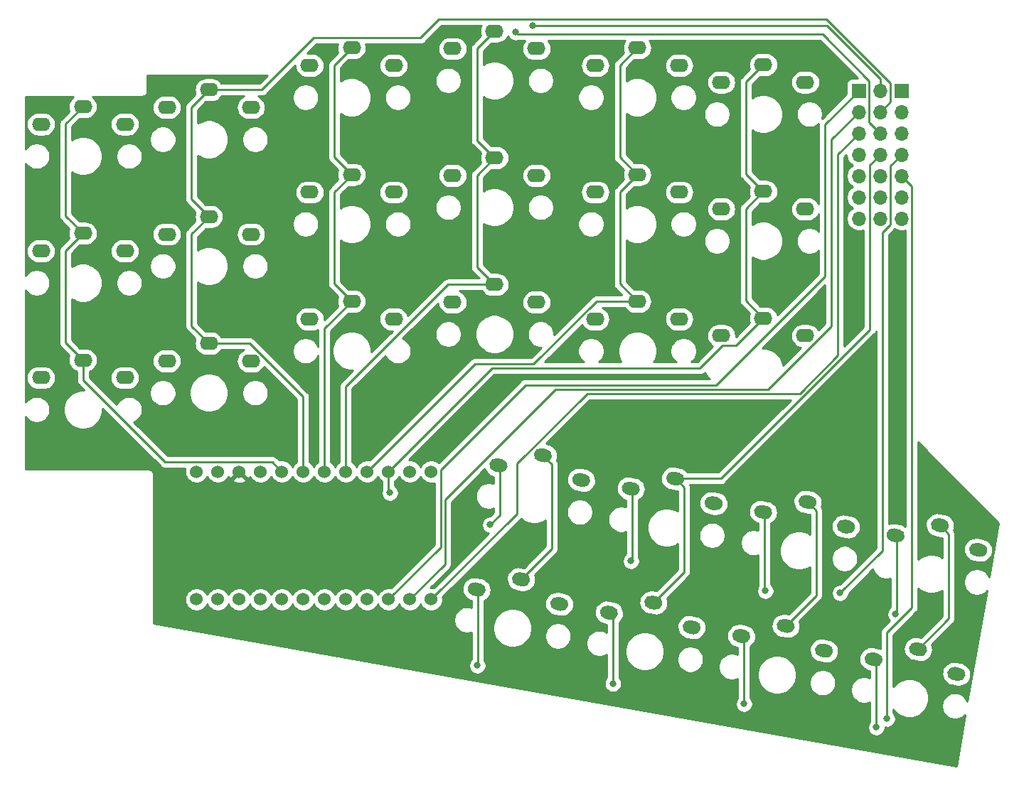
<source format=gbr>
%TF.GenerationSoftware,KiCad,Pcbnew,(5.1.9)-1*%
%TF.CreationDate,2021-08-30T11:16:40+09:00*%
%TF.ProjectId,007_SPLP,3030375f-5350-44c5-902e-6b696361645f,rev?*%
%TF.SameCoordinates,Original*%
%TF.FileFunction,Copper,L2,Bot*%
%TF.FilePolarity,Positive*%
%FSLAX46Y46*%
G04 Gerber Fmt 4.6, Leading zero omitted, Abs format (unit mm)*
G04 Created by KiCad (PCBNEW (5.1.9)-1) date 2021-08-30 11:16:40*
%MOMM*%
%LPD*%
G01*
G04 APERTURE LIST*
%TA.AperFunction,ComponentPad*%
%ADD10O,2.200000X1.600000*%
%TD*%
%TA.AperFunction,ComponentPad*%
%ADD11R,1.700000X1.700000*%
%TD*%
%TA.AperFunction,ComponentPad*%
%ADD12O,1.700000X1.700000*%
%TD*%
%TA.AperFunction,ComponentPad*%
%ADD13C,1.524000*%
%TD*%
%TA.AperFunction,ViaPad*%
%ADD14C,0.800000*%
%TD*%
%TA.AperFunction,Conductor*%
%ADD15C,0.250000*%
%TD*%
%TA.AperFunction,Conductor*%
%ADD16C,0.254000*%
%TD*%
%TA.AperFunction,Conductor*%
%ADD17C,0.100000*%
%TD*%
G04 APERTURE END LIST*
%TO.P,SW30,2*%
%TO.N,Net-(D30-Pad2)*%
%TA.AperFunction,ComponentPad*%
G36*
G01*
X148908741Y-158295143D02*
X148908741Y-158295143D01*
G75*
G02*
X149835506Y-157646216I787846J-138919D01*
G01*
X150426390Y-157750404D01*
G75*
G02*
X151075317Y-158677169I-138919J-787846D01*
G01*
X151075317Y-158677169D01*
G75*
G02*
X150148552Y-159326096I-787846J138919D01*
G01*
X149557668Y-159221908D01*
G75*
G02*
X148908741Y-158295143I138919J787846D01*
G01*
G37*
%TD.AperFunction*%
%TA.AperFunction,ComponentPad*%
G36*
G01*
X139060663Y-156558662D02*
X139060663Y-156558662D01*
G75*
G02*
X139987428Y-155909735I787846J-138919D01*
G01*
X140578312Y-156013923D01*
G75*
G02*
X141227239Y-156940688I-138919J-787846D01*
G01*
X141227239Y-156940688D01*
G75*
G02*
X140300474Y-157589615I-787846J138919D01*
G01*
X139709590Y-157485427D01*
G75*
G02*
X139060663Y-156558662I138919J787846D01*
G01*
G37*
%TD.AperFunction*%
%TO.P,SW30,1*%
%TO.N,/col6*%
%TA.AperFunction,ComponentPad*%
G36*
G01*
X144349363Y-155358806D02*
X144349363Y-155358806D01*
G75*
G02*
X145276128Y-154709879I787846J-138919D01*
G01*
X145867012Y-154814067D01*
G75*
G02*
X146515939Y-155740832I-138919J-787846D01*
G01*
X146515939Y-155740832D01*
G75*
G02*
X145589174Y-156389759I-787846J138919D01*
G01*
X144998290Y-156285571D01*
G75*
G02*
X144349363Y-155358806I138919J787846D01*
G01*
G37*
%TD.AperFunction*%
%TD*%
%TO.P,SW22,2*%
%TO.N,Net-(D22-Pad2)*%
%TA.AperFunction,ComponentPad*%
G36*
G01*
X119999616Y-137966286D02*
X119999616Y-137966286D01*
G75*
G02*
X120926381Y-137317359I787846J-138919D01*
G01*
X121517265Y-137421547D01*
G75*
G02*
X122166192Y-138348312I-138919J-787846D01*
G01*
X122166192Y-138348312D01*
G75*
G02*
X121239427Y-138997239I-787846J138919D01*
G01*
X120648543Y-138893051D01*
G75*
G02*
X119999616Y-137966286I138919J787846D01*
G01*
G37*
%TD.AperFunction*%
%TA.AperFunction,ComponentPad*%
G36*
G01*
X110151538Y-136229805D02*
X110151538Y-136229805D01*
G75*
G02*
X111078303Y-135580878I787846J-138919D01*
G01*
X111669187Y-135685066D01*
G75*
G02*
X112318114Y-136611831I-138919J-787846D01*
G01*
X112318114Y-136611831D01*
G75*
G02*
X111391349Y-137260758I-787846J138919D01*
G01*
X110800465Y-137156570D01*
G75*
G02*
X110151538Y-136229805I138919J787846D01*
G01*
G37*
%TD.AperFunction*%
%TO.P,SW22,1*%
%TO.N,/col4*%
%TA.AperFunction,ComponentPad*%
G36*
G01*
X115440238Y-135029949D02*
X115440238Y-135029949D01*
G75*
G02*
X116367003Y-134381022I787846J-138919D01*
G01*
X116957887Y-134485210D01*
G75*
G02*
X117606814Y-135411975I-138919J-787846D01*
G01*
X117606814Y-135411975D01*
G75*
G02*
X116680049Y-136060902I-787846J138919D01*
G01*
X116089165Y-135956714D01*
G75*
G02*
X115440238Y-135029949I138919J787846D01*
G01*
G37*
%TD.AperFunction*%
%TD*%
D10*
%TO.P,SW17,1*%
%TO.N,/col5*%
X112000000Y-114100000D03*
%TO.P,SW17,2*%
%TO.N,Net-(D17-Pad2)*%
X107000000Y-116200000D03*
X117000000Y-116200000D03*
%TD*%
%TO.P,SW24,2*%
%TO.N,Net-(D24-Pad2)*%
%TA.AperFunction,ComponentPad*%
G36*
G01*
X151513464Y-143523026D02*
X151513464Y-143523026D01*
G75*
G02*
X152440229Y-142874099I787846J-138919D01*
G01*
X153031113Y-142978287D01*
G75*
G02*
X153680040Y-143905052I-138919J-787846D01*
G01*
X153680040Y-143905052D01*
G75*
G02*
X152753275Y-144553979I-787846J138919D01*
G01*
X152162391Y-144449791D01*
G75*
G02*
X151513464Y-143523026I138919J787846D01*
G01*
G37*
%TD.AperFunction*%
%TA.AperFunction,ComponentPad*%
G36*
G01*
X141665386Y-141786545D02*
X141665386Y-141786545D01*
G75*
G02*
X142592151Y-141137618I787846J-138919D01*
G01*
X143183035Y-141241806D01*
G75*
G02*
X143831962Y-142168571I-138919J-787846D01*
G01*
X143831962Y-142168571D01*
G75*
G02*
X142905197Y-142817498I-787846J138919D01*
G01*
X142314313Y-142713310D01*
G75*
G02*
X141665386Y-141786545I138919J787846D01*
G01*
G37*
%TD.AperFunction*%
%TO.P,SW24,1*%
%TO.N,/col6*%
%TA.AperFunction,ComponentPad*%
G36*
G01*
X146954086Y-140586689D02*
X146954086Y-140586689D01*
G75*
G02*
X147880851Y-139937762I787846J-138919D01*
G01*
X148471735Y-140041950D01*
G75*
G02*
X149120662Y-140968715I-138919J-787846D01*
G01*
X149120662Y-140968715D01*
G75*
G02*
X148193897Y-141617642I-787846J138919D01*
G01*
X147603013Y-141513454D01*
G75*
G02*
X146954086Y-140586689I138919J787846D01*
G01*
G37*
%TD.AperFunction*%
%TD*%
D11*
%TO.P,J1,1*%
%TO.N,/a1*%
X138400000Y-89000000D03*
D12*
%TO.P,J1,2*%
%TO.N,/col1*%
X140940000Y-89000000D03*
%TO.P,J1,3*%
%TO.N,/a2*%
X138400000Y-91540000D03*
%TO.P,J1,4*%
%TO.N,/col2*%
X140940000Y-91540000D03*
%TO.P,J1,5*%
%TO.N,/a3*%
X138400000Y-94080000D03*
%TO.P,J1,6*%
%TO.N,/col3*%
X140940000Y-94080000D03*
%TO.P,J1,7*%
%TO.N,/a4*%
X138400000Y-96620000D03*
%TO.P,J1,8*%
%TO.N,/col4*%
X140940000Y-96620000D03*
%TO.P,J1,9*%
%TO.N,/a5*%
X138400000Y-99160000D03*
%TO.P,J1,10*%
%TO.N,/col5*%
X140940000Y-99160000D03*
%TO.P,J1,11*%
%TO.N,Net-(J1-Pad11)*%
X138400000Y-101700000D03*
%TO.P,J1,12*%
%TO.N,/col6*%
X140940000Y-101700000D03*
%TO.P,J1,13*%
%TO.N,Net-(J1-Pad13)*%
X138400000Y-104240000D03*
%TO.P,J1,14*%
%TO.N,Net-(J1-Pad14)*%
X140940000Y-104240000D03*
%TD*%
D11*
%TO.P,J2,1*%
%TO.N,/row1*%
X143480000Y-89000000D03*
D12*
%TO.P,J2,2*%
%TO.N,/row2*%
X143480000Y-91540000D03*
%TO.P,J2,3*%
%TO.N,/row3*%
X143480000Y-94080000D03*
%TO.P,J2,4*%
%TO.N,/row4*%
X143480000Y-96620000D03*
%TO.P,J2,5*%
%TO.N,/row5*%
X143480000Y-99160000D03*
%TO.P,J2,6*%
%TO.N,Net-(J2-Pad6)*%
X143480000Y-101700000D03*
%TO.P,J2,7*%
%TO.N,Net-(J2-Pad7)*%
X143480000Y-104240000D03*
%TD*%
D10*
%TO.P,SW1,1*%
%TO.N,/col1*%
X46000000Y-90900000D03*
%TO.P,SW1,2*%
%TO.N,Net-(D1-Pad2)*%
X41000000Y-93000000D03*
X51000000Y-93000000D03*
%TD*%
%TO.P,SW2,2*%
%TO.N,Net-(D2-Pad2)*%
X66000000Y-91000000D03*
X56000000Y-91000000D03*
%TO.P,SW2,1*%
%TO.N,/col2*%
X61000000Y-88900000D03*
%TD*%
%TO.P,SW3,1*%
%TO.N,/col3*%
X78000000Y-83900000D03*
%TO.P,SW3,2*%
%TO.N,Net-(D3-Pad2)*%
X73000000Y-86000000D03*
X83000000Y-86000000D03*
%TD*%
%TO.P,SW4,1*%
%TO.N,/col4*%
X95000000Y-81900000D03*
%TO.P,SW4,2*%
%TO.N,Net-(D4-Pad2)*%
X90000000Y-84000000D03*
X100000000Y-84000000D03*
%TD*%
%TO.P,SW5,2*%
%TO.N,Net-(D5-Pad2)*%
X117000000Y-86000000D03*
X107000000Y-86000000D03*
%TO.P,SW5,1*%
%TO.N,/col5*%
X112000000Y-83900000D03*
%TD*%
%TO.P,SW6,2*%
%TO.N,Net-(D6-Pad2)*%
X132000000Y-88000000D03*
X122000000Y-88000000D03*
%TO.P,SW6,1*%
%TO.N,/col6*%
X127000000Y-85900000D03*
%TD*%
%TO.P,SW7,1*%
%TO.N,/col1*%
X46000000Y-106000000D03*
%TO.P,SW7,2*%
%TO.N,Net-(D7-Pad2)*%
X41000000Y-108100000D03*
X51000000Y-108100000D03*
%TD*%
%TO.P,SW8,1*%
%TO.N,/col2*%
X61000000Y-104000000D03*
%TO.P,SW8,2*%
%TO.N,Net-(D8-Pad2)*%
X56000000Y-106100000D03*
X66000000Y-106100000D03*
%TD*%
%TO.P,SW9,2*%
%TO.N,Net-(D9-Pad2)*%
X83000000Y-101100000D03*
X73000000Y-101100000D03*
%TO.P,SW9,1*%
%TO.N,/col3*%
X78000000Y-99000000D03*
%TD*%
%TO.P,SW10,1*%
%TO.N,/col4*%
X95000000Y-97000000D03*
%TO.P,SW10,2*%
%TO.N,Net-(D10-Pad2)*%
X90000000Y-99100000D03*
X100000000Y-99100000D03*
%TD*%
%TO.P,SW11,2*%
%TO.N,Net-(D11-Pad2)*%
X117000000Y-101100000D03*
X107000000Y-101100000D03*
%TO.P,SW11,1*%
%TO.N,/col5*%
X112000000Y-99000000D03*
%TD*%
%TO.P,SW12,1*%
%TO.N,/col6*%
X127000000Y-101000000D03*
%TO.P,SW12,2*%
%TO.N,Net-(D12-Pad2)*%
X122000000Y-103100000D03*
X132000000Y-103100000D03*
%TD*%
%TO.P,SW13,1*%
%TO.N,/col1*%
X46000000Y-121100000D03*
%TO.P,SW13,2*%
%TO.N,Net-(D13-Pad2)*%
X41000000Y-123200000D03*
X51000000Y-123200000D03*
%TD*%
%TO.P,SW14,2*%
%TO.N,Net-(D14-Pad2)*%
X66000000Y-121200000D03*
X56000000Y-121200000D03*
%TO.P,SW14,1*%
%TO.N,/col2*%
X61000000Y-119100000D03*
%TD*%
%TO.P,SW15,1*%
%TO.N,/col3*%
X78000000Y-114100000D03*
%TO.P,SW15,2*%
%TO.N,Net-(D15-Pad2)*%
X73000000Y-116200000D03*
X83000000Y-116200000D03*
%TD*%
%TO.P,SW16,2*%
%TO.N,Net-(D16-Pad2)*%
X100000000Y-114200000D03*
X90000000Y-114200000D03*
%TO.P,SW16,1*%
%TO.N,/col4*%
X95000000Y-112100000D03*
%TD*%
%TO.P,SW18,1*%
%TO.N,/col6*%
X127000000Y-116100000D03*
%TO.P,SW18,2*%
%TO.N,Net-(D18-Pad2)*%
X122000000Y-118200000D03*
X132000000Y-118200000D03*
%TD*%
%TO.P,SW21,1*%
%TO.N,/col3*%
%TA.AperFunction,ComponentPad*%
G36*
G01*
X99683314Y-132251577D02*
X99683314Y-132251577D01*
G75*
G02*
X100610079Y-131602650I787846J-138919D01*
G01*
X101200963Y-131706838D01*
G75*
G02*
X101849890Y-132633603I-138919J-787846D01*
G01*
X101849890Y-132633603D01*
G75*
G02*
X100923125Y-133282530I-787846J138919D01*
G01*
X100332241Y-133178342D01*
G75*
G02*
X99683314Y-132251577I138919J787846D01*
G01*
G37*
%TD.AperFunction*%
%TO.P,SW21,2*%
%TO.N,Net-(D21-Pad2)*%
%TA.AperFunction,ComponentPad*%
G36*
G01*
X94394614Y-133451433D02*
X94394614Y-133451433D01*
G75*
G02*
X95321379Y-132802506I787846J-138919D01*
G01*
X95912263Y-132906694D01*
G75*
G02*
X96561190Y-133833459I-138919J-787846D01*
G01*
X96561190Y-133833459D01*
G75*
G02*
X95634425Y-134482386I-787846J138919D01*
G01*
X95043541Y-134378198D01*
G75*
G02*
X94394614Y-133451433I138919J787846D01*
G01*
G37*
%TD.AperFunction*%
%TA.AperFunction,ComponentPad*%
G36*
G01*
X104242692Y-135187914D02*
X104242692Y-135187914D01*
G75*
G02*
X105169457Y-134538987I787846J-138919D01*
G01*
X105760341Y-134643175D01*
G75*
G02*
X106409268Y-135569940I-138919J-787846D01*
G01*
X106409268Y-135569940D01*
G75*
G02*
X105482503Y-136218867I-787846J138919D01*
G01*
X104891619Y-136114679D01*
G75*
G02*
X104242692Y-135187914I138919J787846D01*
G01*
G37*
%TD.AperFunction*%
%TD*%
%TO.P,SW23,1*%
%TO.N,/col5*%
%TA.AperFunction,ComponentPad*%
G36*
G01*
X131197162Y-137808319D02*
X131197162Y-137808319D01*
G75*
G02*
X132123927Y-137159392I787846J-138919D01*
G01*
X132714811Y-137263580D01*
G75*
G02*
X133363738Y-138190345I-138919J-787846D01*
G01*
X133363738Y-138190345D01*
G75*
G02*
X132436973Y-138839272I-787846J138919D01*
G01*
X131846089Y-138735084D01*
G75*
G02*
X131197162Y-137808319I138919J787846D01*
G01*
G37*
%TD.AperFunction*%
%TO.P,SW23,2*%
%TO.N,Net-(D23-Pad2)*%
%TA.AperFunction,ComponentPad*%
G36*
G01*
X125908462Y-139008175D02*
X125908462Y-139008175D01*
G75*
G02*
X126835227Y-138359248I787846J-138919D01*
G01*
X127426111Y-138463436D01*
G75*
G02*
X128075038Y-139390201I-138919J-787846D01*
G01*
X128075038Y-139390201D01*
G75*
G02*
X127148273Y-140039128I-787846J138919D01*
G01*
X126557389Y-139934940D01*
G75*
G02*
X125908462Y-139008175I138919J787846D01*
G01*
G37*
%TD.AperFunction*%
%TA.AperFunction,ComponentPad*%
G36*
G01*
X135756540Y-140744656D02*
X135756540Y-140744656D01*
G75*
G02*
X136683305Y-140095729I787846J-138919D01*
G01*
X137274189Y-140199917D01*
G75*
G02*
X137923116Y-141126682I-138919J-787846D01*
G01*
X137923116Y-141126682D01*
G75*
G02*
X136996351Y-141775609I-787846J138919D01*
G01*
X136405467Y-141671421D01*
G75*
G02*
X135756540Y-140744656I138919J787846D01*
G01*
G37*
%TD.AperFunction*%
%TD*%
%TO.P,SW27,1*%
%TO.N,/col3*%
%TA.AperFunction,ComponentPad*%
G36*
G01*
X97078591Y-147023693D02*
X97078591Y-147023693D01*
G75*
G02*
X98005356Y-146374766I787846J-138919D01*
G01*
X98596240Y-146478954D01*
G75*
G02*
X99245167Y-147405719I-138919J-787846D01*
G01*
X99245167Y-147405719D01*
G75*
G02*
X98318402Y-148054646I-787846J138919D01*
G01*
X97727518Y-147950458D01*
G75*
G02*
X97078591Y-147023693I138919J787846D01*
G01*
G37*
%TD.AperFunction*%
%TO.P,SW27,2*%
%TO.N,Net-(D27-Pad2)*%
%TA.AperFunction,ComponentPad*%
G36*
G01*
X91789891Y-148223549D02*
X91789891Y-148223549D01*
G75*
G02*
X92716656Y-147574622I787846J-138919D01*
G01*
X93307540Y-147678810D01*
G75*
G02*
X93956467Y-148605575I-138919J-787846D01*
G01*
X93956467Y-148605575D01*
G75*
G02*
X93029702Y-149254502I-787846J138919D01*
G01*
X92438818Y-149150314D01*
G75*
G02*
X91789891Y-148223549I138919J787846D01*
G01*
G37*
%TD.AperFunction*%
%TA.AperFunction,ComponentPad*%
G36*
G01*
X101637969Y-149960030D02*
X101637969Y-149960030D01*
G75*
G02*
X102564734Y-149311103I787846J-138919D01*
G01*
X103155618Y-149415291D01*
G75*
G02*
X103804545Y-150342056I-138919J-787846D01*
G01*
X103804545Y-150342056D01*
G75*
G02*
X102877780Y-150990983I-787846J138919D01*
G01*
X102286896Y-150886795D01*
G75*
G02*
X101637969Y-149960030I138919J787846D01*
G01*
G37*
%TD.AperFunction*%
%TD*%
%TO.P,SW28,2*%
%TO.N,Net-(D28-Pad2)*%
%TA.AperFunction,ComponentPad*%
G36*
G01*
X117394894Y-152738401D02*
X117394894Y-152738401D01*
G75*
G02*
X118321659Y-152089474I787846J-138919D01*
G01*
X118912543Y-152193662D01*
G75*
G02*
X119561470Y-153120427I-138919J-787846D01*
G01*
X119561470Y-153120427D01*
G75*
G02*
X118634705Y-153769354I-787846J138919D01*
G01*
X118043821Y-153665166D01*
G75*
G02*
X117394894Y-152738401I138919J787846D01*
G01*
G37*
%TD.AperFunction*%
%TA.AperFunction,ComponentPad*%
G36*
G01*
X107546816Y-151001920D02*
X107546816Y-151001920D01*
G75*
G02*
X108473581Y-150352993I787846J-138919D01*
G01*
X109064465Y-150457181D01*
G75*
G02*
X109713392Y-151383946I-138919J-787846D01*
G01*
X109713392Y-151383946D01*
G75*
G02*
X108786627Y-152032873I-787846J138919D01*
G01*
X108195743Y-151928685D01*
G75*
G02*
X107546816Y-151001920I138919J787846D01*
G01*
G37*
%TD.AperFunction*%
%TO.P,SW28,1*%
%TO.N,/col4*%
%TA.AperFunction,ComponentPad*%
G36*
G01*
X112835516Y-149802064D02*
X112835516Y-149802064D01*
G75*
G02*
X113762281Y-149153137I787846J-138919D01*
G01*
X114353165Y-149257325D01*
G75*
G02*
X115002092Y-150184090I-138919J-787846D01*
G01*
X115002092Y-150184090D01*
G75*
G02*
X114075327Y-150833017I-787846J138919D01*
G01*
X113484443Y-150728829D01*
G75*
G02*
X112835516Y-149802064I138919J787846D01*
G01*
G37*
%TD.AperFunction*%
%TD*%
%TO.P,SW29,1*%
%TO.N,/col5*%
%TA.AperFunction,ComponentPad*%
G36*
G01*
X128592439Y-152580435D02*
X128592439Y-152580435D01*
G75*
G02*
X129519204Y-151931508I787846J-138919D01*
G01*
X130110088Y-152035696D01*
G75*
G02*
X130759015Y-152962461I-138919J-787846D01*
G01*
X130759015Y-152962461D01*
G75*
G02*
X129832250Y-153611388I-787846J138919D01*
G01*
X129241366Y-153507200D01*
G75*
G02*
X128592439Y-152580435I138919J787846D01*
G01*
G37*
%TD.AperFunction*%
%TO.P,SW29,2*%
%TO.N,Net-(D29-Pad2)*%
%TA.AperFunction,ComponentPad*%
G36*
G01*
X123303739Y-153780291D02*
X123303739Y-153780291D01*
G75*
G02*
X124230504Y-153131364I787846J-138919D01*
G01*
X124821388Y-153235552D01*
G75*
G02*
X125470315Y-154162317I-138919J-787846D01*
G01*
X125470315Y-154162317D01*
G75*
G02*
X124543550Y-154811244I-787846J138919D01*
G01*
X123952666Y-154707056D01*
G75*
G02*
X123303739Y-153780291I138919J787846D01*
G01*
G37*
%TD.AperFunction*%
%TA.AperFunction,ComponentPad*%
G36*
G01*
X133151817Y-155516772D02*
X133151817Y-155516772D01*
G75*
G02*
X134078582Y-154867845I787846J-138919D01*
G01*
X134669466Y-154972033D01*
G75*
G02*
X135318393Y-155898798I-138919J-787846D01*
G01*
X135318393Y-155898798D01*
G75*
G02*
X134391628Y-156547725I-787846J138919D01*
G01*
X133800744Y-156443537D01*
G75*
G02*
X133151817Y-155516772I138919J787846D01*
G01*
G37*
%TD.AperFunction*%
%TD*%
D13*
%TO.P,U1,1*%
%TO.N,/a4*%
X59522000Y-134388600D03*
%TO.P,U1,2*%
%TO.N,/a5*%
X62062000Y-134388600D03*
%TO.P,U1,3*%
%TO.N,/gnd*%
X64602000Y-134388600D03*
%TO.P,U1,4*%
%TO.N,Net-(U1-Pad4)*%
X67142000Y-134388600D03*
%TO.P,U1,5*%
%TO.N,/col1*%
X69682000Y-134388600D03*
%TO.P,U1,6*%
%TO.N,/col2*%
X72222000Y-134388600D03*
%TO.P,U1,7*%
%TO.N,/col3*%
X74762000Y-134388600D03*
%TO.P,U1,8*%
%TO.N,/col4*%
X77302000Y-134388600D03*
%TO.P,U1,9*%
%TO.N,/col5*%
X79842000Y-134388600D03*
%TO.P,U1,10*%
%TO.N,/col6*%
X82382000Y-134388600D03*
%TO.P,U1,11*%
%TO.N,Net-(U1-Pad11)*%
X84922000Y-134388600D03*
%TO.P,U1,12*%
%TO.N,Net-(U1-Pad12)*%
X87462000Y-134388600D03*
%TO.P,U1,13*%
%TO.N,/a3*%
X87462000Y-149608600D03*
%TO.P,U1,14*%
%TO.N,/a2*%
X84922000Y-149608600D03*
%TO.P,U1,15*%
%TO.N,/a1*%
X82382000Y-149608600D03*
%TO.P,U1,16*%
%TO.N,/row5*%
X79842000Y-149608600D03*
%TO.P,U1,17*%
%TO.N,/row4*%
X77302000Y-149608600D03*
%TO.P,U1,18*%
%TO.N,/row3*%
X74762000Y-149608600D03*
%TO.P,U1,19*%
%TO.N,/row2*%
X72222000Y-149608600D03*
%TO.P,U1,20*%
%TO.N,/row1*%
X69682000Y-149608600D03*
%TO.P,U1,21*%
%TO.N,Net-(U1-Pad21)*%
X67142000Y-149608600D03*
%TO.P,U1,22*%
%TO.N,Net-(U1-Pad22)*%
X64602000Y-149608600D03*
%TO.P,U1,23*%
%TO.N,Net-(U1-Pad23)*%
X62062000Y-149608600D03*
%TO.P,U1,24*%
%TO.N,Net-(U1-Pad24)*%
X59522000Y-149608600D03*
%TD*%
D14*
%TO.N,Net-(D21-Pad2)*%
X94488000Y-140716000D03*
%TO.N,Net-(D22-Pad2)*%
X111252000Y-145034000D03*
%TO.N,Net-(D23-Pad2)*%
X127254000Y-148590000D03*
%TO.N,Net-(D24-Pad2)*%
X142748000Y-151384000D03*
%TO.N,Net-(D27-Pad2)*%
X92964000Y-157480000D03*
%TO.N,Net-(D28-Pad2)*%
X109098858Y-159633142D03*
%TO.N,Net-(D29-Pad2)*%
X124714000Y-162052000D03*
%TO.N,Net-(D30-Pad2)*%
X140462000Y-164846000D03*
%TO.N,/row4*%
X136144000Y-148844000D03*
%TO.N,/row5*%
X141732000Y-163830000D03*
%TO.N,/col6*%
X82550000Y-136906000D03*
%TO.N,/col3*%
X97536000Y-82042000D03*
%TO.N,/col1*%
X99568000Y-81280000D03*
%TO.N,/gnd*%
X73152000Y-140970000D03*
X116840000Y-127762000D03*
X41402000Y-119634000D03*
X50800000Y-104648000D03*
X67056000Y-102616000D03*
X83820000Y-98044000D03*
X101092000Y-95758000D03*
X91440000Y-141224000D03*
X122428000Y-126492000D03*
X54864000Y-99314000D03*
X71882000Y-94488000D03*
X89662000Y-92202000D03*
X106172000Y-94488000D03*
X58928000Y-145034000D03*
X121412000Y-151892000D03*
X132334000Y-131572000D03*
X120904000Y-84836000D03*
X120650000Y-99568000D03*
X138938000Y-135636000D03*
X40640000Y-101854000D03*
X129794000Y-89662000D03*
X130302000Y-105664000D03*
X43180000Y-128016000D03*
X40894000Y-131826000D03*
X42672000Y-90678000D03*
X143510000Y-122428000D03*
X91694000Y-127254000D03*
X138430000Y-110490000D03*
X132842000Y-115062000D03*
%TD*%
D15*
%TO.N,Net-(D21-Pad2)*%
X95650636Y-139553364D02*
X94488000Y-140716000D01*
X95650636Y-133815180D02*
X95650636Y-139553364D01*
X95477902Y-133642446D02*
X95650636Y-133815180D01*
%TO.N,Net-(D22-Pad2)*%
X111407560Y-144878440D02*
X111252000Y-145034000D01*
X111407560Y-136593552D02*
X111407560Y-144878440D01*
X111234826Y-136420818D02*
X111407560Y-136593552D01*
%TO.N,Net-(D23-Pad2)*%
X127164484Y-148500484D02*
X127254000Y-148590000D01*
X127164484Y-139371922D02*
X127164484Y-148500484D01*
X126991750Y-139199188D02*
X127164484Y-139371922D01*
%TO.N,Net-(D24-Pad2)*%
X142921408Y-151210592D02*
X142748000Y-151384000D01*
X142921408Y-142150292D02*
X142921408Y-151210592D01*
X142748674Y-141977558D02*
X142921408Y-142150292D01*
%TO.N,Net-(D27-Pad2)*%
X93045913Y-157398087D02*
X92964000Y-157480000D01*
X93045913Y-148587296D02*
X93045913Y-157398087D01*
X92873179Y-148414562D02*
X93045913Y-148587296D01*
%TO.N,Net-(D28-Pad2)*%
X109098858Y-151661687D02*
X109098858Y-159633142D01*
X108630104Y-151192933D02*
X109098858Y-151661687D01*
%TO.N,Net-(D29-Pad2)*%
X124714000Y-154298277D02*
X124714000Y-162052000D01*
X124387027Y-153971304D02*
X124714000Y-154298277D01*
%TO.N,Net-(D30-Pad2)*%
X140462000Y-157067724D02*
X140462000Y-164846000D01*
X140143951Y-156749675D02*
X140462000Y-157067724D01*
%TO.N,/a1*%
X134366000Y-93034000D02*
X138400000Y-89000000D01*
X134366000Y-111095002D02*
X134366000Y-93034000D01*
X121386001Y-124075001D02*
X134366000Y-111095002D01*
X98682999Y-124075001D02*
X121386001Y-124075001D01*
X88599001Y-134158999D02*
X98682999Y-124075001D01*
X88599001Y-143391599D02*
X88599001Y-134158999D01*
X82382000Y-149608600D02*
X88599001Y-143391599D01*
%TO.N,/a2*%
X89099011Y-137722989D02*
X102246989Y-124575011D01*
X127586704Y-124575011D02*
X135128000Y-117033715D01*
X102246989Y-124575011D02*
X127586704Y-124575011D01*
X135128000Y-94812000D02*
X138400000Y-91540000D01*
X135128000Y-117033715D02*
X135128000Y-94812000D01*
X89099011Y-145431589D02*
X84922000Y-149608600D01*
X89099011Y-137722989D02*
X89099011Y-145431589D01*
%TO.N,/a3*%
X131385981Y-125075021D02*
X135890000Y-120571002D01*
X106030644Y-125075021D02*
X131385981Y-125075021D01*
X97667077Y-133438588D02*
X106030644Y-125075021D01*
X97667077Y-139403523D02*
X97667077Y-133438588D01*
X87462000Y-149608600D02*
X97667077Y-139403523D01*
X135890000Y-96590000D02*
X138400000Y-94080000D01*
X135890000Y-120571002D02*
X135890000Y-96590000D01*
%TO.N,/row4*%
X142165001Y-97934999D02*
X143480000Y-96620000D01*
X142165001Y-104917999D02*
X142165001Y-97934999D01*
X141211559Y-105871441D02*
X142165001Y-104917999D01*
X141211559Y-143776441D02*
X141211559Y-105871441D01*
X136144000Y-148844000D02*
X141211559Y-143776441D01*
%TO.N,/row5*%
X144705001Y-100385001D02*
X144705001Y-105230999D01*
X143480000Y-99160000D02*
X144705001Y-100385001D01*
X141732000Y-153547002D02*
X141732000Y-163830000D01*
X144705001Y-150574001D02*
X141732000Y-153547002D01*
X144705001Y-105230999D02*
X144705001Y-150574001D01*
%TO.N,/col6*%
X124924999Y-98924999D02*
X127000000Y-101000000D01*
X124924999Y-87975001D02*
X124924999Y-98924999D01*
X127000000Y-85900000D02*
X124924999Y-87975001D01*
X124924999Y-114024999D02*
X127000000Y-116100000D01*
X124924999Y-103075001D02*
X124924999Y-114024999D01*
X127000000Y-101000000D02*
X124924999Y-103075001D01*
X149087851Y-151894619D02*
X145432651Y-155549819D01*
X149087851Y-141828179D02*
X149087851Y-151894619D01*
X148037374Y-140777702D02*
X149087851Y-141828179D01*
X123724990Y-119375010D02*
X127000000Y-116100000D01*
X122163988Y-119375010D02*
X123724990Y-119375010D01*
X119463997Y-122075001D02*
X122163988Y-119375010D01*
X94695599Y-122075001D02*
X119463997Y-122075001D01*
X82382000Y-134388600D02*
X94695599Y-122075001D01*
X82382000Y-136738000D02*
X82550000Y-136906000D01*
X82382000Y-134388600D02*
X82382000Y-136738000D01*
%TO.N,/col5*%
X109924999Y-96924999D02*
X112000000Y-99000000D01*
X109924999Y-85975001D02*
X109924999Y-96924999D01*
X112000000Y-83900000D02*
X109924999Y-85975001D01*
X109924999Y-112024999D02*
X112000000Y-114100000D01*
X109924999Y-101075001D02*
X109924999Y-112024999D01*
X112000000Y-99000000D02*
X109924999Y-101075001D01*
X133330927Y-139049809D02*
X133330927Y-149116248D01*
X133330927Y-149116248D02*
X129675727Y-152771448D01*
X132280450Y-137999332D02*
X133330927Y-139049809D01*
X92655609Y-121574991D02*
X79842000Y-134388600D01*
X99663294Y-121574991D02*
X92655609Y-121574991D01*
X107138285Y-114100000D02*
X99663294Y-121574991D01*
X112000000Y-114100000D02*
X107138285Y-114100000D01*
%TO.N,/col4*%
X92924999Y-94924999D02*
X95000000Y-97000000D01*
X92924999Y-83975001D02*
X92924999Y-94924999D01*
X95000000Y-81900000D02*
X92924999Y-83975001D01*
X92924999Y-110024999D02*
X95000000Y-112100000D01*
X92924999Y-99075001D02*
X92924999Y-110024999D01*
X95000000Y-97000000D02*
X92924999Y-99075001D01*
X77302000Y-124236998D02*
X77302000Y-134388600D01*
X89438998Y-112100000D02*
X77302000Y-124236998D01*
X95000000Y-112100000D02*
X89438998Y-112100000D01*
X117574003Y-146337878D02*
X113918804Y-149993077D01*
X117574003Y-136271439D02*
X117574003Y-146337878D01*
X116523526Y-135220962D02*
X117574003Y-136271439D01*
X139714999Y-97845001D02*
X140940000Y-96620000D01*
X139714999Y-117453123D02*
X139714999Y-97845001D01*
X121947160Y-135220962D02*
X139714999Y-117453123D01*
X116523526Y-135220962D02*
X121947160Y-135220962D01*
%TO.N,/col3*%
X74762000Y-117338000D02*
X78000000Y-114100000D01*
X74762000Y-134388600D02*
X74762000Y-117338000D01*
X75924999Y-101075001D02*
X78000000Y-99000000D01*
X75924999Y-112024999D02*
X75924999Y-101075001D01*
X78000000Y-114100000D02*
X75924999Y-112024999D01*
X75924999Y-85975001D02*
X78000000Y-83900000D01*
X75924999Y-96924999D02*
X75924999Y-85975001D01*
X78000000Y-99000000D02*
X75924999Y-96924999D01*
X101817079Y-143559506D02*
X98161879Y-147214706D01*
X101817079Y-133493067D02*
X101817079Y-143559506D01*
X100766602Y-132442590D02*
X101817079Y-133493067D01*
X139625001Y-87849999D02*
X134071002Y-82296000D01*
X139625001Y-92765001D02*
X139625001Y-87849999D01*
X140940000Y-94080000D02*
X139625001Y-92765001D01*
X97790000Y-82296000D02*
X97536000Y-82042000D01*
X134071002Y-82296000D02*
X97790000Y-82296000D01*
%TO.N,/col2*%
X58924999Y-101924999D02*
X61000000Y-104000000D01*
X58924999Y-90975001D02*
X58924999Y-101924999D01*
X61000000Y-88900000D02*
X58924999Y-90975001D01*
X58924999Y-117024999D02*
X61000000Y-119100000D01*
X58924999Y-106075001D02*
X58924999Y-117024999D01*
X61000000Y-104000000D02*
X58924999Y-106075001D01*
X72222000Y-125460285D02*
X72222000Y-134388600D01*
X65861715Y-119100000D02*
X72222000Y-125460285D01*
X61000000Y-119100000D02*
X65861715Y-119100000D01*
X67310000Y-88900000D02*
X61000000Y-88900000D01*
X73485010Y-82724990D02*
X67310000Y-88900000D01*
X86185010Y-82724990D02*
X73485010Y-82724990D01*
X88405001Y-80504999D02*
X86185010Y-82724990D01*
X134552119Y-80504999D02*
X88405001Y-80504999D01*
X142165001Y-90314999D02*
X142165001Y-88117881D01*
X142165001Y-88117881D02*
X134552119Y-80504999D01*
X140940000Y-91540000D02*
X142165001Y-90314999D01*
%TO.N,/col1*%
X43924999Y-103924999D02*
X46000000Y-106000000D01*
X43924999Y-92975001D02*
X43924999Y-103924999D01*
X46000000Y-90900000D02*
X43924999Y-92975001D01*
X43924999Y-119024999D02*
X46000000Y-121100000D01*
X43924999Y-108075001D02*
X43924999Y-119024999D01*
X46000000Y-106000000D02*
X43924999Y-108075001D01*
X68544999Y-133251599D02*
X69682000Y-134388600D01*
X46000000Y-123461002D02*
X55790597Y-133251599D01*
X55790597Y-133251599D02*
X68544999Y-133251599D01*
X46000000Y-121100000D02*
X46000000Y-123461002D01*
X140940000Y-89000000D02*
X140940000Y-87600000D01*
X134620000Y-81280000D02*
X133096000Y-81280000D01*
X140940000Y-87600000D02*
X134620000Y-81280000D01*
X133096000Y-81280000D02*
X99568000Y-81280000D01*
X133220000Y-81280000D02*
X133096000Y-81280000D01*
%TD*%
D16*
%TO.N,/gnd*%
X44680392Y-89880392D02*
X44501068Y-90098899D01*
X44367818Y-90348192D01*
X44285764Y-90618691D01*
X44258057Y-90900000D01*
X44285764Y-91181309D01*
X44367818Y-91451808D01*
X44369759Y-91455439D01*
X43414002Y-92411197D01*
X43384998Y-92435000D01*
X43360378Y-92465000D01*
X43290025Y-92550725D01*
X43258489Y-92609724D01*
X43219453Y-92682755D01*
X43175996Y-92826016D01*
X43164999Y-92937669D01*
X43164999Y-92937679D01*
X43161323Y-92975001D01*
X43164999Y-93012323D01*
X43165000Y-103887667D01*
X43161323Y-103924999D01*
X43175997Y-104073984D01*
X43219453Y-104217245D01*
X43290025Y-104349275D01*
X43358066Y-104432182D01*
X43384999Y-104465000D01*
X43413997Y-104488798D01*
X44369759Y-105444561D01*
X44367818Y-105448192D01*
X44285764Y-105718691D01*
X44258057Y-106000000D01*
X44285764Y-106281309D01*
X44367818Y-106551808D01*
X44369759Y-106555439D01*
X43414002Y-107511197D01*
X43384998Y-107535000D01*
X43360378Y-107565000D01*
X43290025Y-107650725D01*
X43287883Y-107654733D01*
X43219453Y-107782755D01*
X43175996Y-107926016D01*
X43164999Y-108037669D01*
X43164999Y-108037679D01*
X43161323Y-108075001D01*
X43164999Y-108112323D01*
X43165000Y-118987667D01*
X43161323Y-119024999D01*
X43175997Y-119173984D01*
X43219453Y-119317245D01*
X43290025Y-119449275D01*
X43358066Y-119532182D01*
X43384999Y-119565000D01*
X43413997Y-119588798D01*
X44369759Y-120544561D01*
X44367818Y-120548192D01*
X44285764Y-120818691D01*
X44258057Y-121100000D01*
X44285764Y-121381309D01*
X44367818Y-121651808D01*
X44501068Y-121901101D01*
X44680392Y-122119608D01*
X44898899Y-122298932D01*
X45148192Y-122432182D01*
X45240001Y-122460031D01*
X45240001Y-123423670D01*
X45236324Y-123461002D01*
X45250998Y-123609987D01*
X45294454Y-123753248D01*
X45365026Y-123885278D01*
X45413835Y-123944751D01*
X45460000Y-124001003D01*
X45488998Y-124024801D01*
X46129197Y-124665000D01*
X45770023Y-124665000D01*
X45318906Y-124754733D01*
X44893963Y-124930750D01*
X44511524Y-125186287D01*
X44186287Y-125511524D01*
X43930750Y-125893963D01*
X43754733Y-126318906D01*
X43665000Y-126770023D01*
X43665000Y-127229977D01*
X43754733Y-127681094D01*
X43930750Y-128106037D01*
X44186287Y-128488476D01*
X44511524Y-128813713D01*
X44893963Y-129069250D01*
X45318906Y-129245267D01*
X45770023Y-129335000D01*
X46229977Y-129335000D01*
X46681094Y-129245267D01*
X47106037Y-129069250D01*
X47488476Y-128813713D01*
X47813713Y-128488476D01*
X48069250Y-128106037D01*
X48245267Y-127681094D01*
X48335000Y-127229977D01*
X48335000Y-126870803D01*
X55226797Y-133762601D01*
X55250596Y-133791600D01*
X55279594Y-133815398D01*
X55366320Y-133886573D01*
X55475494Y-133944928D01*
X55498350Y-133957145D01*
X55641611Y-134000602D01*
X55753264Y-134011599D01*
X55753273Y-134011599D01*
X55790596Y-134015275D01*
X55827919Y-134011599D01*
X58172621Y-134011599D01*
X58125000Y-134251008D01*
X58125000Y-134526192D01*
X58178686Y-134796090D01*
X58283995Y-135050327D01*
X58436880Y-135279135D01*
X58631465Y-135473720D01*
X58860273Y-135626605D01*
X59114510Y-135731914D01*
X59384408Y-135785600D01*
X59659592Y-135785600D01*
X59929490Y-135731914D01*
X60183727Y-135626605D01*
X60412535Y-135473720D01*
X60607120Y-135279135D01*
X60760005Y-135050327D01*
X60792000Y-134973085D01*
X60823995Y-135050327D01*
X60976880Y-135279135D01*
X61171465Y-135473720D01*
X61400273Y-135626605D01*
X61654510Y-135731914D01*
X61924408Y-135785600D01*
X62199592Y-135785600D01*
X62469490Y-135731914D01*
X62723727Y-135626605D01*
X62952535Y-135473720D01*
X63072090Y-135354165D01*
X63816040Y-135354165D01*
X63883020Y-135594256D01*
X64132048Y-135711356D01*
X64399135Y-135777623D01*
X64674017Y-135790510D01*
X64946133Y-135749522D01*
X65205023Y-135656236D01*
X65320980Y-135594256D01*
X65387960Y-135354165D01*
X64602000Y-134568205D01*
X63816040Y-135354165D01*
X63072090Y-135354165D01*
X63147120Y-135279135D01*
X63300005Y-135050327D01*
X63329692Y-134978657D01*
X63334364Y-134991623D01*
X63396344Y-135107580D01*
X63636435Y-135174560D01*
X64422395Y-134388600D01*
X64408253Y-134374458D01*
X64587858Y-134194853D01*
X64602000Y-134208995D01*
X64616143Y-134194853D01*
X64795748Y-134374458D01*
X64781605Y-134388600D01*
X65567565Y-135174560D01*
X65807656Y-135107580D01*
X65871485Y-134971840D01*
X65903995Y-135050327D01*
X66056880Y-135279135D01*
X66251465Y-135473720D01*
X66480273Y-135626605D01*
X66734510Y-135731914D01*
X67004408Y-135785600D01*
X67279592Y-135785600D01*
X67549490Y-135731914D01*
X67803727Y-135626605D01*
X68032535Y-135473720D01*
X68227120Y-135279135D01*
X68380005Y-135050327D01*
X68412000Y-134973085D01*
X68443995Y-135050327D01*
X68596880Y-135279135D01*
X68791465Y-135473720D01*
X69020273Y-135626605D01*
X69274510Y-135731914D01*
X69544408Y-135785600D01*
X69819592Y-135785600D01*
X70089490Y-135731914D01*
X70343727Y-135626605D01*
X70572535Y-135473720D01*
X70767120Y-135279135D01*
X70920005Y-135050327D01*
X70952000Y-134973085D01*
X70983995Y-135050327D01*
X71136880Y-135279135D01*
X71331465Y-135473720D01*
X71560273Y-135626605D01*
X71814510Y-135731914D01*
X72084408Y-135785600D01*
X72359592Y-135785600D01*
X72629490Y-135731914D01*
X72883727Y-135626605D01*
X73112535Y-135473720D01*
X73307120Y-135279135D01*
X73460005Y-135050327D01*
X73492000Y-134973085D01*
X73523995Y-135050327D01*
X73676880Y-135279135D01*
X73871465Y-135473720D01*
X74100273Y-135626605D01*
X74354510Y-135731914D01*
X74624408Y-135785600D01*
X74899592Y-135785600D01*
X75169490Y-135731914D01*
X75423727Y-135626605D01*
X75652535Y-135473720D01*
X75847120Y-135279135D01*
X76000005Y-135050327D01*
X76032000Y-134973085D01*
X76063995Y-135050327D01*
X76216880Y-135279135D01*
X76411465Y-135473720D01*
X76640273Y-135626605D01*
X76894510Y-135731914D01*
X77164408Y-135785600D01*
X77439592Y-135785600D01*
X77709490Y-135731914D01*
X77963727Y-135626605D01*
X78192535Y-135473720D01*
X78387120Y-135279135D01*
X78540005Y-135050327D01*
X78572000Y-134973085D01*
X78603995Y-135050327D01*
X78756880Y-135279135D01*
X78951465Y-135473720D01*
X79180273Y-135626605D01*
X79434510Y-135731914D01*
X79704408Y-135785600D01*
X79979592Y-135785600D01*
X80249490Y-135731914D01*
X80503727Y-135626605D01*
X80732535Y-135473720D01*
X80927120Y-135279135D01*
X81080005Y-135050327D01*
X81112000Y-134973085D01*
X81143995Y-135050327D01*
X81296880Y-135279135D01*
X81491465Y-135473720D01*
X81622000Y-135560941D01*
X81622001Y-136441803D01*
X81554774Y-136604102D01*
X81515000Y-136804061D01*
X81515000Y-137007939D01*
X81554774Y-137207898D01*
X81632795Y-137396256D01*
X81746063Y-137565774D01*
X81890226Y-137709937D01*
X82059744Y-137823205D01*
X82248102Y-137901226D01*
X82448061Y-137941000D01*
X82651939Y-137941000D01*
X82851898Y-137901226D01*
X83040256Y-137823205D01*
X83209774Y-137709937D01*
X83353937Y-137565774D01*
X83467205Y-137396256D01*
X83545226Y-137207898D01*
X83585000Y-137007939D01*
X83585000Y-136804061D01*
X83545226Y-136604102D01*
X83467205Y-136415744D01*
X83353937Y-136246226D01*
X83209774Y-136102063D01*
X83142000Y-136056778D01*
X83142000Y-135560941D01*
X83272535Y-135473720D01*
X83467120Y-135279135D01*
X83620005Y-135050327D01*
X83652000Y-134973085D01*
X83683995Y-135050327D01*
X83836880Y-135279135D01*
X84031465Y-135473720D01*
X84260273Y-135626605D01*
X84514510Y-135731914D01*
X84784408Y-135785600D01*
X85059592Y-135785600D01*
X85329490Y-135731914D01*
X85583727Y-135626605D01*
X85812535Y-135473720D01*
X86007120Y-135279135D01*
X86160005Y-135050327D01*
X86192000Y-134973085D01*
X86223995Y-135050327D01*
X86376880Y-135279135D01*
X86571465Y-135473720D01*
X86800273Y-135626605D01*
X87054510Y-135731914D01*
X87324408Y-135785600D01*
X87599592Y-135785600D01*
X87839002Y-135737978D01*
X87839001Y-143076797D01*
X82673571Y-148242228D01*
X82519592Y-148211600D01*
X82244408Y-148211600D01*
X81974510Y-148265286D01*
X81720273Y-148370595D01*
X81491465Y-148523480D01*
X81296880Y-148718065D01*
X81143995Y-148946873D01*
X81112000Y-149024115D01*
X81080005Y-148946873D01*
X80927120Y-148718065D01*
X80732535Y-148523480D01*
X80503727Y-148370595D01*
X80249490Y-148265286D01*
X79979592Y-148211600D01*
X79704408Y-148211600D01*
X79434510Y-148265286D01*
X79180273Y-148370595D01*
X78951465Y-148523480D01*
X78756880Y-148718065D01*
X78603995Y-148946873D01*
X78572000Y-149024115D01*
X78540005Y-148946873D01*
X78387120Y-148718065D01*
X78192535Y-148523480D01*
X77963727Y-148370595D01*
X77709490Y-148265286D01*
X77439592Y-148211600D01*
X77164408Y-148211600D01*
X76894510Y-148265286D01*
X76640273Y-148370595D01*
X76411465Y-148523480D01*
X76216880Y-148718065D01*
X76063995Y-148946873D01*
X76032000Y-149024115D01*
X76000005Y-148946873D01*
X75847120Y-148718065D01*
X75652535Y-148523480D01*
X75423727Y-148370595D01*
X75169490Y-148265286D01*
X74899592Y-148211600D01*
X74624408Y-148211600D01*
X74354510Y-148265286D01*
X74100273Y-148370595D01*
X73871465Y-148523480D01*
X73676880Y-148718065D01*
X73523995Y-148946873D01*
X73492000Y-149024115D01*
X73460005Y-148946873D01*
X73307120Y-148718065D01*
X73112535Y-148523480D01*
X72883727Y-148370595D01*
X72629490Y-148265286D01*
X72359592Y-148211600D01*
X72084408Y-148211600D01*
X71814510Y-148265286D01*
X71560273Y-148370595D01*
X71331465Y-148523480D01*
X71136880Y-148718065D01*
X70983995Y-148946873D01*
X70952000Y-149024115D01*
X70920005Y-148946873D01*
X70767120Y-148718065D01*
X70572535Y-148523480D01*
X70343727Y-148370595D01*
X70089490Y-148265286D01*
X69819592Y-148211600D01*
X69544408Y-148211600D01*
X69274510Y-148265286D01*
X69020273Y-148370595D01*
X68791465Y-148523480D01*
X68596880Y-148718065D01*
X68443995Y-148946873D01*
X68412000Y-149024115D01*
X68380005Y-148946873D01*
X68227120Y-148718065D01*
X68032535Y-148523480D01*
X67803727Y-148370595D01*
X67549490Y-148265286D01*
X67279592Y-148211600D01*
X67004408Y-148211600D01*
X66734510Y-148265286D01*
X66480273Y-148370595D01*
X66251465Y-148523480D01*
X66056880Y-148718065D01*
X65903995Y-148946873D01*
X65872000Y-149024115D01*
X65840005Y-148946873D01*
X65687120Y-148718065D01*
X65492535Y-148523480D01*
X65263727Y-148370595D01*
X65009490Y-148265286D01*
X64739592Y-148211600D01*
X64464408Y-148211600D01*
X64194510Y-148265286D01*
X63940273Y-148370595D01*
X63711465Y-148523480D01*
X63516880Y-148718065D01*
X63363995Y-148946873D01*
X63332000Y-149024115D01*
X63300005Y-148946873D01*
X63147120Y-148718065D01*
X62952535Y-148523480D01*
X62723727Y-148370595D01*
X62469490Y-148265286D01*
X62199592Y-148211600D01*
X61924408Y-148211600D01*
X61654510Y-148265286D01*
X61400273Y-148370595D01*
X61171465Y-148523480D01*
X60976880Y-148718065D01*
X60823995Y-148946873D01*
X60792000Y-149024115D01*
X60760005Y-148946873D01*
X60607120Y-148718065D01*
X60412535Y-148523480D01*
X60183727Y-148370595D01*
X59929490Y-148265286D01*
X59659592Y-148211600D01*
X59384408Y-148211600D01*
X59114510Y-148265286D01*
X58860273Y-148370595D01*
X58631465Y-148523480D01*
X58436880Y-148718065D01*
X58283995Y-148946873D01*
X58178686Y-149201110D01*
X58125000Y-149471008D01*
X58125000Y-149746192D01*
X58178686Y-150016090D01*
X58283995Y-150270327D01*
X58436880Y-150499135D01*
X58631465Y-150693720D01*
X58860273Y-150846605D01*
X59114510Y-150951914D01*
X59384408Y-151005600D01*
X59659592Y-151005600D01*
X59929490Y-150951914D01*
X60183727Y-150846605D01*
X60412535Y-150693720D01*
X60607120Y-150499135D01*
X60760005Y-150270327D01*
X60792000Y-150193085D01*
X60823995Y-150270327D01*
X60976880Y-150499135D01*
X61171465Y-150693720D01*
X61400273Y-150846605D01*
X61654510Y-150951914D01*
X61924408Y-151005600D01*
X62199592Y-151005600D01*
X62469490Y-150951914D01*
X62723727Y-150846605D01*
X62952535Y-150693720D01*
X63147120Y-150499135D01*
X63300005Y-150270327D01*
X63332000Y-150193085D01*
X63363995Y-150270327D01*
X63516880Y-150499135D01*
X63711465Y-150693720D01*
X63940273Y-150846605D01*
X64194510Y-150951914D01*
X64464408Y-151005600D01*
X64739592Y-151005600D01*
X65009490Y-150951914D01*
X65263727Y-150846605D01*
X65492535Y-150693720D01*
X65687120Y-150499135D01*
X65840005Y-150270327D01*
X65872000Y-150193085D01*
X65903995Y-150270327D01*
X66056880Y-150499135D01*
X66251465Y-150693720D01*
X66480273Y-150846605D01*
X66734510Y-150951914D01*
X67004408Y-151005600D01*
X67279592Y-151005600D01*
X67549490Y-150951914D01*
X67803727Y-150846605D01*
X68032535Y-150693720D01*
X68227120Y-150499135D01*
X68380005Y-150270327D01*
X68412000Y-150193085D01*
X68443995Y-150270327D01*
X68596880Y-150499135D01*
X68791465Y-150693720D01*
X69020273Y-150846605D01*
X69274510Y-150951914D01*
X69544408Y-151005600D01*
X69819592Y-151005600D01*
X70089490Y-150951914D01*
X70343727Y-150846605D01*
X70572535Y-150693720D01*
X70767120Y-150499135D01*
X70920005Y-150270327D01*
X70952000Y-150193085D01*
X70983995Y-150270327D01*
X71136880Y-150499135D01*
X71331465Y-150693720D01*
X71560273Y-150846605D01*
X71814510Y-150951914D01*
X72084408Y-151005600D01*
X72359592Y-151005600D01*
X72629490Y-150951914D01*
X72883727Y-150846605D01*
X73112535Y-150693720D01*
X73307120Y-150499135D01*
X73460005Y-150270327D01*
X73492000Y-150193085D01*
X73523995Y-150270327D01*
X73676880Y-150499135D01*
X73871465Y-150693720D01*
X74100273Y-150846605D01*
X74354510Y-150951914D01*
X74624408Y-151005600D01*
X74899592Y-151005600D01*
X75169490Y-150951914D01*
X75423727Y-150846605D01*
X75652535Y-150693720D01*
X75847120Y-150499135D01*
X76000005Y-150270327D01*
X76032000Y-150193085D01*
X76063995Y-150270327D01*
X76216880Y-150499135D01*
X76411465Y-150693720D01*
X76640273Y-150846605D01*
X76894510Y-150951914D01*
X77164408Y-151005600D01*
X77439592Y-151005600D01*
X77709490Y-150951914D01*
X77963727Y-150846605D01*
X78192535Y-150693720D01*
X78387120Y-150499135D01*
X78540005Y-150270327D01*
X78572000Y-150193085D01*
X78603995Y-150270327D01*
X78756880Y-150499135D01*
X78951465Y-150693720D01*
X79180273Y-150846605D01*
X79434510Y-150951914D01*
X79704408Y-151005600D01*
X79979592Y-151005600D01*
X80249490Y-150951914D01*
X80503727Y-150846605D01*
X80732535Y-150693720D01*
X80927120Y-150499135D01*
X81080005Y-150270327D01*
X81112000Y-150193085D01*
X81143995Y-150270327D01*
X81296880Y-150499135D01*
X81491465Y-150693720D01*
X81720273Y-150846605D01*
X81974510Y-150951914D01*
X82244408Y-151005600D01*
X82519592Y-151005600D01*
X82789490Y-150951914D01*
X83043727Y-150846605D01*
X83272535Y-150693720D01*
X83467120Y-150499135D01*
X83620005Y-150270327D01*
X83652000Y-150193085D01*
X83683995Y-150270327D01*
X83836880Y-150499135D01*
X84031465Y-150693720D01*
X84260273Y-150846605D01*
X84514510Y-150951914D01*
X84784408Y-151005600D01*
X85059592Y-151005600D01*
X85329490Y-150951914D01*
X85583727Y-150846605D01*
X85812535Y-150693720D01*
X86007120Y-150499135D01*
X86160005Y-150270327D01*
X86192000Y-150193085D01*
X86223995Y-150270327D01*
X86376880Y-150499135D01*
X86571465Y-150693720D01*
X86800273Y-150846605D01*
X87054510Y-150951914D01*
X87324408Y-151005600D01*
X87599592Y-151005600D01*
X87869490Y-150951914D01*
X88123727Y-150846605D01*
X88352535Y-150693720D01*
X88547120Y-150499135D01*
X88700005Y-150270327D01*
X88805314Y-150016090D01*
X88859000Y-149746192D01*
X88859000Y-149471008D01*
X88828372Y-149317029D01*
X98166167Y-139979234D01*
X98253602Y-140066669D01*
X98636041Y-140322206D01*
X99060984Y-140498223D01*
X99512101Y-140587956D01*
X99972055Y-140587956D01*
X100423172Y-140498223D01*
X100848115Y-140322206D01*
X101057080Y-140182581D01*
X101057080Y-143244702D01*
X98486904Y-145814880D01*
X98046199Y-145737172D01*
X97834980Y-145721013D01*
X97554342Y-145754849D01*
X97285698Y-145842786D01*
X97039371Y-145981443D01*
X96824828Y-146165491D01*
X96650314Y-146387858D01*
X96522535Y-146639999D01*
X96446401Y-146912224D01*
X96424838Y-147194069D01*
X96458674Y-147474707D01*
X96546611Y-147743351D01*
X96685268Y-147989678D01*
X96869316Y-148204221D01*
X97091683Y-148378735D01*
X97343824Y-148506514D01*
X97547833Y-148563570D01*
X98277558Y-148692240D01*
X98488778Y-148708399D01*
X98769416Y-148674563D01*
X99038060Y-148586626D01*
X99284387Y-148447969D01*
X99498929Y-148263921D01*
X99673444Y-148041554D01*
X99801223Y-147789413D01*
X99877357Y-147517188D01*
X99898920Y-147235342D01*
X99865084Y-146954705D01*
X99777147Y-146686061D01*
X99772889Y-146678497D01*
X102328087Y-144123301D01*
X102357080Y-144099507D01*
X102380874Y-144070514D01*
X102380878Y-144070510D01*
X102452052Y-143983783D01*
X102479945Y-143931600D01*
X102522625Y-143851753D01*
X102566082Y-143708492D01*
X102577079Y-143596839D01*
X102577079Y-143596830D01*
X102580755Y-143559507D01*
X102577079Y-143522184D01*
X102577079Y-139051912D01*
X103573521Y-139051912D01*
X103573521Y-139364130D01*
X103634432Y-139670348D01*
X103753912Y-139958800D01*
X103927371Y-140218400D01*
X104148142Y-140439171D01*
X104407742Y-140612630D01*
X104696194Y-140732110D01*
X105002412Y-140793021D01*
X105314630Y-140793021D01*
X105620848Y-140732110D01*
X105909300Y-140612630D01*
X106168900Y-140439171D01*
X106389671Y-140218400D01*
X106563130Y-139958800D01*
X106579137Y-139920154D01*
X108497559Y-139920154D01*
X108497559Y-140232372D01*
X108558470Y-140538590D01*
X108677950Y-140827042D01*
X108851409Y-141086642D01*
X109072180Y-141307413D01*
X109331780Y-141480872D01*
X109620232Y-141600352D01*
X109926450Y-141661263D01*
X110238668Y-141661263D01*
X110544886Y-141600352D01*
X110647561Y-141557823D01*
X110647561Y-144193089D01*
X110592226Y-144230063D01*
X110448063Y-144374226D01*
X110334795Y-144543744D01*
X110256774Y-144732102D01*
X110217000Y-144932061D01*
X110217000Y-145135939D01*
X110256774Y-145335898D01*
X110334795Y-145524256D01*
X110448063Y-145693774D01*
X110592226Y-145837937D01*
X110761744Y-145951205D01*
X110950102Y-146029226D01*
X111150061Y-146069000D01*
X111353939Y-146069000D01*
X111553898Y-146029226D01*
X111742256Y-145951205D01*
X111911774Y-145837937D01*
X112055937Y-145693774D01*
X112169205Y-145524256D01*
X112247226Y-145335898D01*
X112287000Y-145135939D01*
X112287000Y-144932061D01*
X112247226Y-144732102D01*
X112169205Y-144543744D01*
X112167560Y-144541282D01*
X112167560Y-137760904D01*
X112357334Y-137654081D01*
X112571876Y-137470033D01*
X112746391Y-137247666D01*
X112874170Y-136995525D01*
X112950304Y-136723300D01*
X112971867Y-136441454D01*
X112938031Y-136160817D01*
X112850094Y-135892173D01*
X112711437Y-135645846D01*
X112527389Y-135431303D01*
X112305021Y-135256789D01*
X112052880Y-135129010D01*
X111848872Y-135071954D01*
X111119146Y-134943284D01*
X110907927Y-134927125D01*
X110627289Y-134960961D01*
X110358645Y-135048898D01*
X110112318Y-135187555D01*
X109897775Y-135371603D01*
X109723261Y-135593970D01*
X109595482Y-135846111D01*
X109519348Y-136118336D01*
X109497785Y-136400181D01*
X109531621Y-136680819D01*
X109619558Y-136949463D01*
X109758215Y-137195790D01*
X109942263Y-137410333D01*
X110164630Y-137584847D01*
X110416771Y-137712626D01*
X110620780Y-137769682D01*
X110647560Y-137774404D01*
X110647560Y-138594703D01*
X110544886Y-138552174D01*
X110238668Y-138491263D01*
X109926450Y-138491263D01*
X109620232Y-138552174D01*
X109331780Y-138671654D01*
X109072180Y-138845113D01*
X108851409Y-139065884D01*
X108677950Y-139325484D01*
X108558470Y-139613936D01*
X108497559Y-139920154D01*
X106579137Y-139920154D01*
X106682610Y-139670348D01*
X106743521Y-139364130D01*
X106743521Y-139051912D01*
X106682610Y-138745694D01*
X106563130Y-138457242D01*
X106389671Y-138197642D01*
X106168900Y-137976871D01*
X105909300Y-137803412D01*
X105620848Y-137683932D01*
X105314630Y-137623021D01*
X105002412Y-137623021D01*
X104696194Y-137683932D01*
X104407742Y-137803412D01*
X104148142Y-137976871D01*
X103927371Y-138197642D01*
X103753912Y-138457242D01*
X103634432Y-138745694D01*
X103573521Y-139051912D01*
X102577079Y-139051912D01*
X102577079Y-135358290D01*
X103588939Y-135358290D01*
X103622775Y-135638928D01*
X103710712Y-135907572D01*
X103849369Y-136153899D01*
X104033417Y-136368442D01*
X104255784Y-136542956D01*
X104507925Y-136670735D01*
X104711934Y-136727791D01*
X105441659Y-136856461D01*
X105652879Y-136872620D01*
X105933517Y-136838784D01*
X106202161Y-136750847D01*
X106448488Y-136612190D01*
X106663030Y-136428142D01*
X106837545Y-136205775D01*
X106965324Y-135953634D01*
X107041458Y-135681409D01*
X107063021Y-135399563D01*
X107029185Y-135118926D01*
X106941248Y-134850282D01*
X106802591Y-134603955D01*
X106618543Y-134389412D01*
X106396175Y-134214898D01*
X106144034Y-134087119D01*
X105940026Y-134030063D01*
X105210300Y-133901393D01*
X104999081Y-133885234D01*
X104718443Y-133919070D01*
X104449799Y-134007007D01*
X104203472Y-134145664D01*
X103988929Y-134329712D01*
X103814415Y-134552079D01*
X103686636Y-134804220D01*
X103610502Y-135076445D01*
X103588939Y-135358290D01*
X102577079Y-135358290D01*
X102577079Y-133530390D01*
X102580755Y-133493067D01*
X102577079Y-133455744D01*
X102577079Y-133455734D01*
X102566082Y-133344081D01*
X102522625Y-133200820D01*
X102452053Y-133068791D01*
X102406924Y-133013801D01*
X102482080Y-132745072D01*
X102503643Y-132463226D01*
X102469807Y-132182589D01*
X102381870Y-131913945D01*
X102243213Y-131667618D01*
X102059165Y-131453075D01*
X101836797Y-131278561D01*
X101584656Y-131150782D01*
X101380648Y-131093726D01*
X101130796Y-131049670D01*
X106345446Y-125835021D01*
X130258300Y-125835021D01*
X121632359Y-134460962D01*
X118008565Y-134460962D01*
X118000137Y-134445990D01*
X117816089Y-134231447D01*
X117593721Y-134056933D01*
X117341580Y-133929154D01*
X117137572Y-133872098D01*
X116407846Y-133743428D01*
X116196627Y-133727269D01*
X115915989Y-133761105D01*
X115647345Y-133849042D01*
X115401018Y-133987699D01*
X115186475Y-134171747D01*
X115011961Y-134394114D01*
X114884182Y-134646255D01*
X114808048Y-134918480D01*
X114786485Y-135200325D01*
X114820321Y-135480963D01*
X114908258Y-135749607D01*
X115046915Y-135995934D01*
X115230963Y-136210477D01*
X115453330Y-136384991D01*
X115705471Y-136512770D01*
X115909480Y-136569826D01*
X116639205Y-136698496D01*
X116814003Y-136711869D01*
X116814003Y-139101703D01*
X116605039Y-138962078D01*
X116180096Y-138786061D01*
X115728979Y-138696328D01*
X115269025Y-138696328D01*
X114817908Y-138786061D01*
X114392965Y-138962078D01*
X114010526Y-139217615D01*
X113685289Y-139542852D01*
X113429752Y-139925291D01*
X113253735Y-140350234D01*
X113164002Y-140801351D01*
X113164002Y-141261305D01*
X113253735Y-141712422D01*
X113429752Y-142137365D01*
X113685289Y-142519804D01*
X114010526Y-142845041D01*
X114392965Y-143100578D01*
X114817908Y-143276595D01*
X115269025Y-143366328D01*
X115728979Y-143366328D01*
X116180096Y-143276595D01*
X116605039Y-143100578D01*
X116814004Y-142960953D01*
X116814004Y-146023075D01*
X114243829Y-148593251D01*
X113803124Y-148515543D01*
X113591905Y-148499384D01*
X113311267Y-148533220D01*
X113042623Y-148621157D01*
X112796296Y-148759814D01*
X112581753Y-148943862D01*
X112407239Y-149166229D01*
X112279460Y-149418370D01*
X112203326Y-149690595D01*
X112181763Y-149972440D01*
X112215599Y-150253078D01*
X112303536Y-150521722D01*
X112442193Y-150768049D01*
X112626241Y-150982592D01*
X112848608Y-151157106D01*
X113100749Y-151284885D01*
X113304758Y-151341941D01*
X114034483Y-151470611D01*
X114245703Y-151486770D01*
X114526341Y-151452934D01*
X114794985Y-151364997D01*
X115041312Y-151226340D01*
X115255854Y-151042292D01*
X115430369Y-150819925D01*
X115558148Y-150567784D01*
X115634282Y-150295559D01*
X115655845Y-150013713D01*
X115622009Y-149733076D01*
X115534072Y-149464432D01*
X115529814Y-149456868D01*
X118085006Y-146901677D01*
X118114004Y-146877879D01*
X118140335Y-146845795D01*
X118208977Y-146762155D01*
X118279549Y-146630125D01*
X118323006Y-146486864D01*
X118334003Y-146375211D01*
X118334003Y-146375201D01*
X118337679Y-146337878D01*
X118334003Y-146300556D01*
X118334003Y-141830284D01*
X119330445Y-141830284D01*
X119330445Y-142142502D01*
X119391356Y-142448720D01*
X119510836Y-142737172D01*
X119684295Y-142996772D01*
X119905066Y-143217543D01*
X120164666Y-143391002D01*
X120453118Y-143510482D01*
X120759336Y-143571393D01*
X121071554Y-143571393D01*
X121377772Y-143510482D01*
X121666224Y-143391002D01*
X121925824Y-143217543D01*
X122146595Y-142996772D01*
X122320054Y-142737172D01*
X122336062Y-142698524D01*
X124254483Y-142698524D01*
X124254483Y-143010742D01*
X124315394Y-143316960D01*
X124434874Y-143605412D01*
X124608333Y-143865012D01*
X124829104Y-144085783D01*
X125088704Y-144259242D01*
X125377156Y-144378722D01*
X125683374Y-144439633D01*
X125995592Y-144439633D01*
X126301810Y-144378722D01*
X126404485Y-144336193D01*
X126404485Y-147998439D01*
X126336795Y-148099744D01*
X126258774Y-148288102D01*
X126219000Y-148488061D01*
X126219000Y-148691939D01*
X126258774Y-148891898D01*
X126336795Y-149080256D01*
X126450063Y-149249774D01*
X126594226Y-149393937D01*
X126763744Y-149507205D01*
X126952102Y-149585226D01*
X127152061Y-149625000D01*
X127355939Y-149625000D01*
X127555898Y-149585226D01*
X127744256Y-149507205D01*
X127913774Y-149393937D01*
X128057937Y-149249774D01*
X128171205Y-149080256D01*
X128249226Y-148891898D01*
X128289000Y-148691939D01*
X128289000Y-148488061D01*
X128249226Y-148288102D01*
X128171205Y-148099744D01*
X128057937Y-147930226D01*
X127924484Y-147796773D01*
X127924484Y-140539274D01*
X128114258Y-140432451D01*
X128328800Y-140248403D01*
X128503315Y-140026036D01*
X128631094Y-139773895D01*
X128707228Y-139501670D01*
X128728791Y-139219824D01*
X128694955Y-138939187D01*
X128607018Y-138670543D01*
X128468361Y-138424216D01*
X128284313Y-138209673D01*
X128061945Y-138035159D01*
X127809804Y-137907380D01*
X127605796Y-137850324D01*
X126876070Y-137721654D01*
X126664851Y-137705495D01*
X126384213Y-137739331D01*
X126115569Y-137827268D01*
X125869242Y-137965925D01*
X125654699Y-138149973D01*
X125480185Y-138372340D01*
X125352406Y-138624481D01*
X125276272Y-138896706D01*
X125254709Y-139178551D01*
X125288545Y-139459189D01*
X125376482Y-139727833D01*
X125515139Y-139974160D01*
X125699187Y-140188703D01*
X125921554Y-140363217D01*
X126173695Y-140490996D01*
X126377704Y-140548052D01*
X126404484Y-140552774D01*
X126404484Y-141373073D01*
X126301810Y-141330544D01*
X125995592Y-141269633D01*
X125683374Y-141269633D01*
X125377156Y-141330544D01*
X125088704Y-141450024D01*
X124829104Y-141623483D01*
X124608333Y-141844254D01*
X124434874Y-142103854D01*
X124315394Y-142392306D01*
X124254483Y-142698524D01*
X122336062Y-142698524D01*
X122439534Y-142448720D01*
X122500445Y-142142502D01*
X122500445Y-141830284D01*
X122439534Y-141524066D01*
X122320054Y-141235614D01*
X122146595Y-140976014D01*
X121925824Y-140755243D01*
X121666224Y-140581784D01*
X121377772Y-140462304D01*
X121071554Y-140401393D01*
X120759336Y-140401393D01*
X120453118Y-140462304D01*
X120164666Y-140581784D01*
X119905066Y-140755243D01*
X119684295Y-140976014D01*
X119510836Y-141235614D01*
X119391356Y-141524066D01*
X119330445Y-141830284D01*
X118334003Y-141830284D01*
X118334003Y-138136662D01*
X119345863Y-138136662D01*
X119379699Y-138417300D01*
X119467636Y-138685944D01*
X119606293Y-138932271D01*
X119790341Y-139146814D01*
X120012708Y-139321328D01*
X120264849Y-139449107D01*
X120468858Y-139506163D01*
X121198583Y-139634833D01*
X121409803Y-139650992D01*
X121690441Y-139617156D01*
X121959085Y-139529219D01*
X122205412Y-139390562D01*
X122419954Y-139206514D01*
X122594469Y-138984147D01*
X122722248Y-138732006D01*
X122798382Y-138459781D01*
X122819945Y-138177935D01*
X122786109Y-137897298D01*
X122698172Y-137628654D01*
X122559515Y-137382327D01*
X122375467Y-137167784D01*
X122153099Y-136993270D01*
X121900958Y-136865491D01*
X121696950Y-136808435D01*
X120967224Y-136679765D01*
X120756005Y-136663606D01*
X120475367Y-136697442D01*
X120206723Y-136785379D01*
X119960396Y-136924036D01*
X119745853Y-137108084D01*
X119571339Y-137330451D01*
X119443560Y-137582592D01*
X119367426Y-137854817D01*
X119345863Y-138136662D01*
X118334003Y-138136662D01*
X118334003Y-136308762D01*
X118337679Y-136271439D01*
X118334003Y-136234116D01*
X118334003Y-136234106D01*
X118323006Y-136122453D01*
X118280086Y-135980962D01*
X121909838Y-135980962D01*
X121947160Y-135984638D01*
X121984482Y-135980962D01*
X121984493Y-135980962D01*
X122096146Y-135969965D01*
X122239407Y-135926508D01*
X122371436Y-135855936D01*
X122487161Y-135760963D01*
X122510964Y-135731959D01*
X140226003Y-118016921D01*
X140255000Y-117993124D01*
X140316086Y-117918691D01*
X140349973Y-117877400D01*
X140420545Y-117745370D01*
X140438626Y-117685764D01*
X140451560Y-117643127D01*
X140451559Y-143461639D01*
X136104199Y-147809000D01*
X136042061Y-147809000D01*
X135842102Y-147848774D01*
X135653744Y-147926795D01*
X135484226Y-148040063D01*
X135340063Y-148184226D01*
X135226795Y-148353744D01*
X135148774Y-148542102D01*
X135109000Y-148742061D01*
X135109000Y-148945939D01*
X135148774Y-149145898D01*
X135226795Y-149334256D01*
X135340063Y-149503774D01*
X135484226Y-149647937D01*
X135653744Y-149761205D01*
X135842102Y-149839226D01*
X136042061Y-149879000D01*
X136245939Y-149879000D01*
X136445898Y-149839226D01*
X136634256Y-149761205D01*
X136803774Y-149647937D01*
X136947937Y-149503774D01*
X137061205Y-149334256D01*
X137139226Y-149145898D01*
X137179000Y-148945939D01*
X137179000Y-148883801D01*
X140054923Y-146007879D01*
X140072318Y-146095330D01*
X140191798Y-146383782D01*
X140365257Y-146643382D01*
X140586028Y-146864153D01*
X140845628Y-147037612D01*
X141134080Y-147157092D01*
X141440298Y-147218003D01*
X141752516Y-147218003D01*
X142058734Y-147157092D01*
X142161409Y-147114563D01*
X142161409Y-150531164D01*
X142088226Y-150580063D01*
X141944063Y-150724226D01*
X141830795Y-150893744D01*
X141752774Y-151082102D01*
X141713000Y-151282061D01*
X141713000Y-151485939D01*
X141752774Y-151685898D01*
X141830795Y-151874256D01*
X141944063Y-152043774D01*
X142052245Y-152151956D01*
X141221003Y-152983198D01*
X141191999Y-153007001D01*
X141145473Y-153063694D01*
X141097026Y-153122726D01*
X141051645Y-153207628D01*
X141026454Y-153254756D01*
X140982997Y-153398017D01*
X140972000Y-153509670D01*
X140972000Y-153509680D01*
X140968324Y-153547002D01*
X140972000Y-153584324D01*
X140972000Y-155462932D01*
X140962005Y-155457867D01*
X140757997Y-155400811D01*
X140028271Y-155272141D01*
X139817052Y-155255982D01*
X139536414Y-155289818D01*
X139267770Y-155377755D01*
X139021443Y-155516412D01*
X138806900Y-155700460D01*
X138632386Y-155922827D01*
X138504607Y-156174968D01*
X138428473Y-156447193D01*
X138406910Y-156729038D01*
X138440746Y-157009676D01*
X138528683Y-157278320D01*
X138667340Y-157524647D01*
X138851388Y-157739190D01*
X139073755Y-157913704D01*
X139325896Y-158041483D01*
X139529905Y-158098539D01*
X139702000Y-158128884D01*
X139702000Y-158983751D01*
X139454011Y-158881031D01*
X139147793Y-158820120D01*
X138835575Y-158820120D01*
X138529357Y-158881031D01*
X138240905Y-159000511D01*
X137981305Y-159173970D01*
X137760534Y-159394741D01*
X137587075Y-159654341D01*
X137467595Y-159942793D01*
X137406684Y-160249011D01*
X137406684Y-160561229D01*
X137467595Y-160867447D01*
X137587075Y-161155899D01*
X137760534Y-161415499D01*
X137981305Y-161636270D01*
X138240905Y-161809729D01*
X138529357Y-161929209D01*
X138835575Y-161990120D01*
X139147793Y-161990120D01*
X139454011Y-161929209D01*
X139702001Y-161826489D01*
X139702001Y-164142288D01*
X139658063Y-164186226D01*
X139544795Y-164355744D01*
X139466774Y-164544102D01*
X139427000Y-164744061D01*
X139427000Y-164947939D01*
X139466774Y-165147898D01*
X139544795Y-165336256D01*
X139658063Y-165505774D01*
X139802226Y-165649937D01*
X139971744Y-165763205D01*
X140160102Y-165841226D01*
X140360061Y-165881000D01*
X140563939Y-165881000D01*
X140763898Y-165841226D01*
X140952256Y-165763205D01*
X141121774Y-165649937D01*
X141265937Y-165505774D01*
X141379205Y-165336256D01*
X141457226Y-165147898D01*
X141497000Y-164947939D01*
X141497000Y-164838533D01*
X141630061Y-164865000D01*
X141833939Y-164865000D01*
X142033898Y-164825226D01*
X142222256Y-164747205D01*
X142391774Y-164633937D01*
X142535937Y-164489774D01*
X142649205Y-164320256D01*
X142727226Y-164131898D01*
X142767000Y-163931939D01*
X142767000Y-163728061D01*
X142727226Y-163528102D01*
X142649205Y-163339744D01*
X142535937Y-163170226D01*
X142492000Y-163126289D01*
X142492000Y-162695387D01*
X142594414Y-162848661D01*
X142919651Y-163173898D01*
X143302090Y-163429435D01*
X143727033Y-163605452D01*
X144178150Y-163695185D01*
X144638104Y-163695185D01*
X145089221Y-163605452D01*
X145514164Y-163429435D01*
X145896603Y-163173898D01*
X146221840Y-162848661D01*
X146477377Y-162466222D01*
X146653394Y-162041279D01*
X146743127Y-161590162D01*
X146743127Y-161130208D01*
X146653394Y-160679091D01*
X146477377Y-160254148D01*
X146221840Y-159871709D01*
X145896603Y-159546472D01*
X145514164Y-159290935D01*
X145089221Y-159114918D01*
X144638104Y-159025185D01*
X144178150Y-159025185D01*
X143727033Y-159114918D01*
X143302090Y-159290935D01*
X142919651Y-159546472D01*
X142594414Y-159871709D01*
X142492000Y-160024983D01*
X142492000Y-158465519D01*
X148254988Y-158465519D01*
X148288824Y-158746157D01*
X148376761Y-159014801D01*
X148515418Y-159261128D01*
X148699466Y-159475671D01*
X148921833Y-159650185D01*
X149173974Y-159777964D01*
X149377983Y-159835020D01*
X150107708Y-159963690D01*
X150318928Y-159979849D01*
X150599566Y-159946013D01*
X150868210Y-159858076D01*
X151114537Y-159719419D01*
X151329079Y-159535371D01*
X151503594Y-159313004D01*
X151631373Y-159060863D01*
X151707507Y-158788638D01*
X151729070Y-158506792D01*
X151695234Y-158226155D01*
X151607297Y-157957511D01*
X151468640Y-157711184D01*
X151284592Y-157496641D01*
X151062224Y-157322127D01*
X150810083Y-157194348D01*
X150606075Y-157137292D01*
X149876349Y-157008622D01*
X149665130Y-156992463D01*
X149384492Y-157026299D01*
X149115848Y-157114236D01*
X148869521Y-157252893D01*
X148654978Y-157436941D01*
X148480464Y-157659308D01*
X148352685Y-157911449D01*
X148276551Y-158183674D01*
X148254988Y-158465519D01*
X142492000Y-158465519D01*
X142492000Y-153861803D01*
X145216004Y-151137800D01*
X145245002Y-151114002D01*
X145339975Y-150998277D01*
X145410547Y-150866248D01*
X145454004Y-150722987D01*
X145465001Y-150611334D01*
X145465001Y-150611325D01*
X145468677Y-150574002D01*
X145465001Y-150536679D01*
X145465001Y-148342408D01*
X145524374Y-148401781D01*
X145906813Y-148657318D01*
X146331756Y-148833335D01*
X146782873Y-148923068D01*
X147242827Y-148923068D01*
X147693944Y-148833335D01*
X148118887Y-148657318D01*
X148327852Y-148517693D01*
X148327852Y-151579815D01*
X145757676Y-154149993D01*
X145316971Y-154072285D01*
X145105752Y-154056126D01*
X144825114Y-154089962D01*
X144556470Y-154177899D01*
X144310143Y-154316556D01*
X144095600Y-154500604D01*
X143921086Y-154722971D01*
X143793307Y-154975112D01*
X143717173Y-155247337D01*
X143695610Y-155529182D01*
X143729446Y-155809820D01*
X143817383Y-156078464D01*
X143956040Y-156324791D01*
X144140088Y-156539334D01*
X144362455Y-156713848D01*
X144614596Y-156841627D01*
X144818605Y-156898683D01*
X145548330Y-157027353D01*
X145759550Y-157043512D01*
X146040188Y-157009676D01*
X146308832Y-156921739D01*
X146555159Y-156783082D01*
X146769701Y-156599034D01*
X146944216Y-156376667D01*
X147071995Y-156124526D01*
X147148129Y-155852301D01*
X147169692Y-155570455D01*
X147135856Y-155289818D01*
X147047919Y-155021174D01*
X147043661Y-155013610D01*
X149598859Y-152458414D01*
X149627852Y-152434620D01*
X149651646Y-152405627D01*
X149651650Y-152405623D01*
X149722824Y-152318896D01*
X149722825Y-152318895D01*
X149793397Y-152186866D01*
X149836854Y-152043605D01*
X149847851Y-151931952D01*
X149847851Y-151931943D01*
X149851527Y-151894620D01*
X149847851Y-151857297D01*
X149847851Y-143693402D01*
X150859711Y-143693402D01*
X150893547Y-143974040D01*
X150981484Y-144242684D01*
X151120141Y-144489011D01*
X151304189Y-144703554D01*
X151526556Y-144878068D01*
X151778697Y-145005847D01*
X151982706Y-145062903D01*
X152712431Y-145191573D01*
X152923651Y-145207732D01*
X153204289Y-145173896D01*
X153472933Y-145085959D01*
X153719260Y-144947302D01*
X153933802Y-144763254D01*
X154108317Y-144540887D01*
X154236096Y-144288746D01*
X154312230Y-144016521D01*
X154333793Y-143734675D01*
X154299957Y-143454038D01*
X154212020Y-143185394D01*
X154073363Y-142939067D01*
X153889315Y-142724524D01*
X153666947Y-142550010D01*
X153414806Y-142422231D01*
X153210798Y-142365175D01*
X152481072Y-142236505D01*
X152269853Y-142220346D01*
X151989215Y-142254182D01*
X151720571Y-142342119D01*
X151474244Y-142480776D01*
X151259701Y-142664824D01*
X151085187Y-142887191D01*
X150957408Y-143139332D01*
X150881274Y-143411557D01*
X150859711Y-143693402D01*
X149847851Y-143693402D01*
X149847851Y-141865502D01*
X149851527Y-141828179D01*
X149847851Y-141790856D01*
X149847851Y-141790846D01*
X149836854Y-141679193D01*
X149793397Y-141535932D01*
X149722825Y-141403903D01*
X149677696Y-141348913D01*
X149752852Y-141080184D01*
X149774415Y-140798338D01*
X149740579Y-140517701D01*
X149652642Y-140249057D01*
X149513985Y-140002730D01*
X149329937Y-139788187D01*
X149107569Y-139613673D01*
X148855428Y-139485894D01*
X148651420Y-139428838D01*
X147921694Y-139300168D01*
X147710475Y-139284009D01*
X147429837Y-139317845D01*
X147161193Y-139405782D01*
X146914866Y-139544439D01*
X146700323Y-139728487D01*
X146525809Y-139950854D01*
X146398030Y-140202995D01*
X146321896Y-140475220D01*
X146300333Y-140757065D01*
X146334169Y-141037703D01*
X146422106Y-141306347D01*
X146560763Y-141552674D01*
X146744811Y-141767217D01*
X146967178Y-141941731D01*
X147219319Y-142069510D01*
X147423328Y-142126566D01*
X148153053Y-142255236D01*
X148327851Y-142268609D01*
X148327851Y-144658443D01*
X148118887Y-144518818D01*
X147693944Y-144342801D01*
X147242827Y-144253068D01*
X146782873Y-144253068D01*
X146331756Y-144342801D01*
X145906813Y-144518818D01*
X145524374Y-144774355D01*
X145465001Y-144833728D01*
X145465001Y-130898381D01*
X155040747Y-140474128D01*
X153905014Y-146964034D01*
X153833902Y-146792354D01*
X153660443Y-146532754D01*
X153439672Y-146311983D01*
X153180072Y-146138524D01*
X152891620Y-146019044D01*
X152585402Y-145958133D01*
X152273184Y-145958133D01*
X151966966Y-146019044D01*
X151678514Y-146138524D01*
X151418914Y-146311983D01*
X151198143Y-146532754D01*
X151024684Y-146792354D01*
X150905204Y-147080806D01*
X150844293Y-147387024D01*
X150844293Y-147699242D01*
X150905204Y-148005460D01*
X151024684Y-148293912D01*
X151198143Y-148553512D01*
X151418914Y-148774283D01*
X151678514Y-148947742D01*
X151966966Y-149067222D01*
X152273184Y-149128133D01*
X152585402Y-149128133D01*
X152891620Y-149067222D01*
X153180072Y-148947742D01*
X153439672Y-148774283D01*
X153619731Y-148594224D01*
X151314072Y-161769421D01*
X151229179Y-161564471D01*
X151055720Y-161304871D01*
X150834949Y-161084100D01*
X150575349Y-160910641D01*
X150286897Y-160791161D01*
X149980679Y-160730250D01*
X149668461Y-160730250D01*
X149362243Y-160791161D01*
X149073791Y-160910641D01*
X148814191Y-161084100D01*
X148593420Y-161304871D01*
X148419961Y-161564471D01*
X148300481Y-161852923D01*
X148239570Y-162159141D01*
X148239570Y-162471359D01*
X148300481Y-162777577D01*
X148419961Y-163066029D01*
X148593420Y-163325629D01*
X148814191Y-163546400D01*
X149073791Y-163719859D01*
X149362243Y-163839339D01*
X149668461Y-163900250D01*
X149980679Y-163900250D01*
X150286897Y-163839339D01*
X150575349Y-163719859D01*
X150834949Y-163546400D01*
X151038769Y-163342580D01*
X149964016Y-169484029D01*
X54410000Y-152447267D01*
X54410000Y-151913898D01*
X90135912Y-151913898D01*
X90135912Y-152226116D01*
X90196823Y-152532334D01*
X90316303Y-152820786D01*
X90489762Y-153080386D01*
X90710533Y-153301157D01*
X90970133Y-153474616D01*
X91258585Y-153594096D01*
X91564803Y-153655007D01*
X91877021Y-153655007D01*
X92183239Y-153594096D01*
X92285914Y-153551567D01*
X92285914Y-156694375D01*
X92160063Y-156820226D01*
X92046795Y-156989744D01*
X91968774Y-157178102D01*
X91929000Y-157378061D01*
X91929000Y-157581939D01*
X91968774Y-157781898D01*
X92046795Y-157970256D01*
X92160063Y-158139774D01*
X92304226Y-158283937D01*
X92473744Y-158397205D01*
X92662102Y-158475226D01*
X92862061Y-158515000D01*
X93065939Y-158515000D01*
X93265898Y-158475226D01*
X93454256Y-158397205D01*
X93623774Y-158283937D01*
X93767937Y-158139774D01*
X93881205Y-157970256D01*
X93959226Y-157781898D01*
X93999000Y-157581939D01*
X93999000Y-157378061D01*
X93959226Y-157178102D01*
X93881205Y-156989744D01*
X93805913Y-156877061D01*
X93805913Y-152795095D01*
X94802355Y-152795095D01*
X94802355Y-153255049D01*
X94892088Y-153706166D01*
X95068105Y-154131109D01*
X95323642Y-154513548D01*
X95648879Y-154838785D01*
X96031318Y-155094322D01*
X96456261Y-155270339D01*
X96907378Y-155360072D01*
X97367332Y-155360072D01*
X97818449Y-155270339D01*
X98243392Y-155094322D01*
X98625831Y-154838785D01*
X98951068Y-154513548D01*
X99206605Y-154131109D01*
X99333802Y-153824028D01*
X100968798Y-153824028D01*
X100968798Y-154136246D01*
X101029709Y-154442464D01*
X101149189Y-154730916D01*
X101322648Y-154990516D01*
X101543419Y-155211287D01*
X101803019Y-155384746D01*
X102091471Y-155504226D01*
X102397689Y-155565137D01*
X102709907Y-155565137D01*
X103016125Y-155504226D01*
X103304577Y-155384746D01*
X103564177Y-155211287D01*
X103784948Y-154990516D01*
X103958407Y-154730916D01*
X103974415Y-154692269D01*
X105892837Y-154692269D01*
X105892837Y-155004487D01*
X105953748Y-155310705D01*
X106073228Y-155599157D01*
X106246687Y-155858757D01*
X106467458Y-156079528D01*
X106727058Y-156252987D01*
X107015510Y-156372467D01*
X107321728Y-156433378D01*
X107633946Y-156433378D01*
X107940164Y-156372467D01*
X108228616Y-156252987D01*
X108338859Y-156179325D01*
X108338859Y-158929430D01*
X108294921Y-158973368D01*
X108181653Y-159142886D01*
X108103632Y-159331244D01*
X108063858Y-159531203D01*
X108063858Y-159735081D01*
X108103632Y-159935040D01*
X108181653Y-160123398D01*
X108294921Y-160292916D01*
X108439084Y-160437079D01*
X108608602Y-160550347D01*
X108796960Y-160628368D01*
X108996919Y-160668142D01*
X109200797Y-160668142D01*
X109400756Y-160628368D01*
X109589114Y-160550347D01*
X109758632Y-160437079D01*
X109902795Y-160292916D01*
X110016063Y-160123398D01*
X110094084Y-159935040D01*
X110133858Y-159735081D01*
X110133858Y-159531203D01*
X110094084Y-159331244D01*
X110016063Y-159142886D01*
X109902795Y-158973368D01*
X109858858Y-158929431D01*
X109858858Y-155573466D01*
X110559280Y-155573466D01*
X110559280Y-156033420D01*
X110649013Y-156484537D01*
X110825030Y-156909480D01*
X111080567Y-157291919D01*
X111405804Y-157617156D01*
X111788243Y-157872693D01*
X112213186Y-158048710D01*
X112664303Y-158138443D01*
X113124257Y-158138443D01*
X113575374Y-158048710D01*
X114000317Y-157872693D01*
X114382756Y-157617156D01*
X114707993Y-157291919D01*
X114963530Y-156909480D01*
X115090727Y-156602399D01*
X116725723Y-156602399D01*
X116725723Y-156914617D01*
X116786634Y-157220835D01*
X116906114Y-157509287D01*
X117079573Y-157768887D01*
X117300344Y-157989658D01*
X117559944Y-158163117D01*
X117848396Y-158282597D01*
X118154614Y-158343508D01*
X118466832Y-158343508D01*
X118773050Y-158282597D01*
X119061502Y-158163117D01*
X119321102Y-157989658D01*
X119541873Y-157768887D01*
X119715332Y-157509287D01*
X119731340Y-157470640D01*
X121649760Y-157470640D01*
X121649760Y-157782858D01*
X121710671Y-158089076D01*
X121830151Y-158377528D01*
X122003610Y-158637128D01*
X122224381Y-158857899D01*
X122483981Y-159031358D01*
X122772433Y-159150838D01*
X123078651Y-159211749D01*
X123390869Y-159211749D01*
X123697087Y-159150838D01*
X123954001Y-159044422D01*
X123954001Y-161348288D01*
X123910063Y-161392226D01*
X123796795Y-161561744D01*
X123718774Y-161750102D01*
X123679000Y-161950061D01*
X123679000Y-162153939D01*
X123718774Y-162353898D01*
X123796795Y-162542256D01*
X123910063Y-162711774D01*
X124054226Y-162855937D01*
X124223744Y-162969205D01*
X124412102Y-163047226D01*
X124612061Y-163087000D01*
X124815939Y-163087000D01*
X125015898Y-163047226D01*
X125204256Y-162969205D01*
X125373774Y-162855937D01*
X125517937Y-162711774D01*
X125631205Y-162542256D01*
X125709226Y-162353898D01*
X125749000Y-162153939D01*
X125749000Y-161950061D01*
X125709226Y-161750102D01*
X125631205Y-161561744D01*
X125517937Y-161392226D01*
X125474000Y-161348289D01*
X125474000Y-158351837D01*
X126316203Y-158351837D01*
X126316203Y-158811791D01*
X126405936Y-159262908D01*
X126581953Y-159687851D01*
X126837490Y-160070290D01*
X127162727Y-160395527D01*
X127545166Y-160651064D01*
X127970109Y-160827081D01*
X128421226Y-160916814D01*
X128881180Y-160916814D01*
X129332297Y-160827081D01*
X129757240Y-160651064D01*
X130139679Y-160395527D01*
X130464916Y-160070290D01*
X130720453Y-159687851D01*
X130847650Y-159380770D01*
X132482646Y-159380770D01*
X132482646Y-159692988D01*
X132543557Y-159999206D01*
X132663037Y-160287658D01*
X132836496Y-160547258D01*
X133057267Y-160768029D01*
X133316867Y-160941488D01*
X133605319Y-161060968D01*
X133911537Y-161121879D01*
X134223755Y-161121879D01*
X134529973Y-161060968D01*
X134818425Y-160941488D01*
X135078025Y-160768029D01*
X135298796Y-160547258D01*
X135472255Y-160287658D01*
X135591735Y-159999206D01*
X135652646Y-159692988D01*
X135652646Y-159380770D01*
X135591735Y-159074552D01*
X135472255Y-158786100D01*
X135298796Y-158526500D01*
X135078025Y-158305729D01*
X134818425Y-158132270D01*
X134529973Y-158012790D01*
X134223755Y-157951879D01*
X133911537Y-157951879D01*
X133605319Y-158012790D01*
X133316867Y-158132270D01*
X133057267Y-158305729D01*
X132836496Y-158526500D01*
X132663037Y-158786100D01*
X132543557Y-159074552D01*
X132482646Y-159380770D01*
X130847650Y-159380770D01*
X130896470Y-159262908D01*
X130986203Y-158811791D01*
X130986203Y-158351837D01*
X130896470Y-157900720D01*
X130720453Y-157475777D01*
X130464916Y-157093338D01*
X130139679Y-156768101D01*
X129757240Y-156512564D01*
X129332297Y-156336547D01*
X128881180Y-156246814D01*
X128421226Y-156246814D01*
X127970109Y-156336547D01*
X127545166Y-156512564D01*
X127162727Y-156768101D01*
X126837490Y-157093338D01*
X126581953Y-157475777D01*
X126405936Y-157900720D01*
X126316203Y-158351837D01*
X125474000Y-158351837D01*
X125474000Y-155687148D01*
X132498064Y-155687148D01*
X132531900Y-155967786D01*
X132619837Y-156236430D01*
X132758494Y-156482757D01*
X132942542Y-156697300D01*
X133164909Y-156871814D01*
X133417050Y-156999593D01*
X133621059Y-157056649D01*
X134350784Y-157185319D01*
X134562004Y-157201478D01*
X134842642Y-157167642D01*
X135111286Y-157079705D01*
X135357613Y-156941048D01*
X135572155Y-156757000D01*
X135746670Y-156534633D01*
X135874449Y-156282492D01*
X135950583Y-156010267D01*
X135972146Y-155728421D01*
X135938310Y-155447784D01*
X135850373Y-155179140D01*
X135711716Y-154932813D01*
X135527668Y-154718270D01*
X135305300Y-154543756D01*
X135053159Y-154415977D01*
X134849151Y-154358921D01*
X134119425Y-154230251D01*
X133908206Y-154214092D01*
X133627568Y-154247928D01*
X133358924Y-154335865D01*
X133112597Y-154474522D01*
X132898054Y-154658570D01*
X132723540Y-154880937D01*
X132595761Y-155133078D01*
X132519627Y-155405303D01*
X132498064Y-155687148D01*
X125474000Y-155687148D01*
X125474000Y-155224570D01*
X125509535Y-155204567D01*
X125724077Y-155020519D01*
X125898592Y-154798152D01*
X126026371Y-154546011D01*
X126102505Y-154273786D01*
X126124068Y-153991940D01*
X126090232Y-153711303D01*
X126002295Y-153442659D01*
X125863638Y-153196332D01*
X125679590Y-152981789D01*
X125457222Y-152807275D01*
X125345804Y-152750811D01*
X127938686Y-152750811D01*
X127972522Y-153031449D01*
X128060459Y-153300093D01*
X128199116Y-153546420D01*
X128383164Y-153760963D01*
X128605531Y-153935477D01*
X128857672Y-154063256D01*
X129061681Y-154120312D01*
X129791406Y-154248982D01*
X130002626Y-154265141D01*
X130283264Y-154231305D01*
X130551908Y-154143368D01*
X130798235Y-154004711D01*
X131012777Y-153820663D01*
X131187292Y-153598296D01*
X131315071Y-153346155D01*
X131391205Y-153073930D01*
X131412768Y-152792084D01*
X131378932Y-152511447D01*
X131290995Y-152242803D01*
X131286737Y-152235239D01*
X133841935Y-149680043D01*
X133870928Y-149656249D01*
X133894722Y-149627256D01*
X133894726Y-149627252D01*
X133965900Y-149540525D01*
X133965901Y-149540524D01*
X134036473Y-149408495D01*
X134079930Y-149265234D01*
X134090927Y-149153581D01*
X134090927Y-149153572D01*
X134094603Y-149116249D01*
X134090927Y-149078926D01*
X134090927Y-144608654D01*
X135087369Y-144608654D01*
X135087369Y-144920872D01*
X135148280Y-145227090D01*
X135267760Y-145515542D01*
X135441219Y-145775142D01*
X135661990Y-145995913D01*
X135921590Y-146169372D01*
X136210042Y-146288852D01*
X136516260Y-146349763D01*
X136828478Y-146349763D01*
X137134696Y-146288852D01*
X137423148Y-146169372D01*
X137682748Y-145995913D01*
X137903519Y-145775142D01*
X138076978Y-145515542D01*
X138196458Y-145227090D01*
X138257369Y-144920872D01*
X138257369Y-144608654D01*
X138196458Y-144302436D01*
X138076978Y-144013984D01*
X137903519Y-143754384D01*
X137682748Y-143533613D01*
X137423148Y-143360154D01*
X137134696Y-143240674D01*
X136828478Y-143179763D01*
X136516260Y-143179763D01*
X136210042Y-143240674D01*
X135921590Y-143360154D01*
X135661990Y-143533613D01*
X135441219Y-143754384D01*
X135267760Y-144013984D01*
X135148280Y-144302436D01*
X135087369Y-144608654D01*
X134090927Y-144608654D01*
X134090927Y-140915032D01*
X135102787Y-140915032D01*
X135136623Y-141195670D01*
X135224560Y-141464314D01*
X135363217Y-141710641D01*
X135547265Y-141925184D01*
X135769632Y-142099698D01*
X136021773Y-142227477D01*
X136225782Y-142284533D01*
X136955507Y-142413203D01*
X137166727Y-142429362D01*
X137447365Y-142395526D01*
X137716009Y-142307589D01*
X137962336Y-142168932D01*
X138176878Y-141984884D01*
X138351393Y-141762517D01*
X138479172Y-141510376D01*
X138555306Y-141238151D01*
X138576869Y-140956305D01*
X138543033Y-140675668D01*
X138455096Y-140407024D01*
X138316439Y-140160697D01*
X138132391Y-139946154D01*
X137910023Y-139771640D01*
X137657882Y-139643861D01*
X137453874Y-139586805D01*
X136724148Y-139458135D01*
X136512929Y-139441976D01*
X136232291Y-139475812D01*
X135963647Y-139563749D01*
X135717320Y-139702406D01*
X135502777Y-139886454D01*
X135328263Y-140108821D01*
X135200484Y-140360962D01*
X135124350Y-140633187D01*
X135102787Y-140915032D01*
X134090927Y-140915032D01*
X134090927Y-139087132D01*
X134094603Y-139049809D01*
X134090927Y-139012486D01*
X134090927Y-139012476D01*
X134079930Y-138900823D01*
X134036473Y-138757562D01*
X133965901Y-138625533D01*
X133920772Y-138570543D01*
X133995928Y-138301814D01*
X134017491Y-138019968D01*
X133983655Y-137739331D01*
X133895718Y-137470687D01*
X133757061Y-137224360D01*
X133573013Y-137009817D01*
X133350645Y-136835303D01*
X133098504Y-136707524D01*
X132894496Y-136650468D01*
X132164770Y-136521798D01*
X131953551Y-136505639D01*
X131672913Y-136539475D01*
X131404269Y-136627412D01*
X131157942Y-136766069D01*
X130943399Y-136950117D01*
X130768885Y-137172484D01*
X130641106Y-137424625D01*
X130564972Y-137696850D01*
X130543409Y-137978695D01*
X130577245Y-138259333D01*
X130665182Y-138527977D01*
X130803839Y-138774304D01*
X130987887Y-138988847D01*
X131210254Y-139163361D01*
X131462395Y-139291140D01*
X131666404Y-139348196D01*
X132396129Y-139476866D01*
X132570927Y-139490239D01*
X132570927Y-141880073D01*
X132361963Y-141740448D01*
X131937020Y-141564431D01*
X131485903Y-141474698D01*
X131025949Y-141474698D01*
X130574832Y-141564431D01*
X130149889Y-141740448D01*
X129767450Y-141995985D01*
X129442213Y-142321222D01*
X129186676Y-142703661D01*
X129010659Y-143128604D01*
X128920926Y-143579721D01*
X128920926Y-144039675D01*
X129010659Y-144490792D01*
X129186676Y-144915735D01*
X129442213Y-145298174D01*
X129767450Y-145623411D01*
X130149889Y-145878948D01*
X130574832Y-146054965D01*
X131025949Y-146144698D01*
X131485903Y-146144698D01*
X131937020Y-146054965D01*
X132361963Y-145878948D01*
X132570928Y-145739323D01*
X132570928Y-148801444D01*
X130000752Y-151371622D01*
X129560047Y-151293914D01*
X129348828Y-151277755D01*
X129068190Y-151311591D01*
X128799546Y-151399528D01*
X128553219Y-151538185D01*
X128338676Y-151722233D01*
X128164162Y-151944600D01*
X128036383Y-152196741D01*
X127960249Y-152468966D01*
X127938686Y-152750811D01*
X125345804Y-152750811D01*
X125205081Y-152679496D01*
X125001073Y-152622440D01*
X124271347Y-152493770D01*
X124060128Y-152477611D01*
X123779490Y-152511447D01*
X123510846Y-152599384D01*
X123264519Y-152738041D01*
X123049976Y-152922089D01*
X122875462Y-153144456D01*
X122747683Y-153396597D01*
X122671549Y-153668822D01*
X122649986Y-153950667D01*
X122683822Y-154231305D01*
X122771759Y-154499949D01*
X122910416Y-154746276D01*
X123094464Y-154960819D01*
X123316831Y-155135333D01*
X123568972Y-155263112D01*
X123772981Y-155320168D01*
X123954000Y-155352087D01*
X123954000Y-156209076D01*
X123697087Y-156102660D01*
X123390869Y-156041749D01*
X123078651Y-156041749D01*
X122772433Y-156102660D01*
X122483981Y-156222140D01*
X122224381Y-156395599D01*
X122003610Y-156616370D01*
X121830151Y-156875970D01*
X121710671Y-157164422D01*
X121649760Y-157470640D01*
X119731340Y-157470640D01*
X119834812Y-157220835D01*
X119895723Y-156914617D01*
X119895723Y-156602399D01*
X119834812Y-156296181D01*
X119715332Y-156007729D01*
X119541873Y-155748129D01*
X119321102Y-155527358D01*
X119061502Y-155353899D01*
X118773050Y-155234419D01*
X118466832Y-155173508D01*
X118154614Y-155173508D01*
X117848396Y-155234419D01*
X117559944Y-155353899D01*
X117300344Y-155527358D01*
X117079573Y-155748129D01*
X116906114Y-156007729D01*
X116786634Y-156296181D01*
X116725723Y-156602399D01*
X115090727Y-156602399D01*
X115139547Y-156484537D01*
X115229280Y-156033420D01*
X115229280Y-155573466D01*
X115139547Y-155122349D01*
X114963530Y-154697406D01*
X114707993Y-154314967D01*
X114382756Y-153989730D01*
X114000317Y-153734193D01*
X113575374Y-153558176D01*
X113124257Y-153468443D01*
X112664303Y-153468443D01*
X112213186Y-153558176D01*
X111788243Y-153734193D01*
X111405804Y-153989730D01*
X111080567Y-154314967D01*
X110825030Y-154697406D01*
X110649013Y-155122349D01*
X110559280Y-155573466D01*
X109858858Y-155573466D01*
X109858858Y-152908777D01*
X116741141Y-152908777D01*
X116774977Y-153189415D01*
X116862914Y-153458059D01*
X117001571Y-153704386D01*
X117185619Y-153918929D01*
X117407986Y-154093443D01*
X117660127Y-154221222D01*
X117864136Y-154278278D01*
X118593861Y-154406948D01*
X118805081Y-154423107D01*
X119085719Y-154389271D01*
X119354363Y-154301334D01*
X119600690Y-154162677D01*
X119815232Y-153978629D01*
X119989747Y-153756262D01*
X120117526Y-153504121D01*
X120193660Y-153231896D01*
X120215223Y-152950050D01*
X120181387Y-152669413D01*
X120093450Y-152400769D01*
X119954793Y-152154442D01*
X119770745Y-151939899D01*
X119548377Y-151765385D01*
X119296236Y-151637606D01*
X119092228Y-151580550D01*
X118362502Y-151451880D01*
X118151283Y-151435721D01*
X117870645Y-151469557D01*
X117602001Y-151557494D01*
X117355674Y-151696151D01*
X117141131Y-151880199D01*
X116966617Y-152102566D01*
X116838838Y-152354707D01*
X116762704Y-152626932D01*
X116741141Y-152908777D01*
X109858858Y-152908777D01*
X109858858Y-152335051D01*
X109967154Y-152242148D01*
X110141669Y-152019781D01*
X110269448Y-151767640D01*
X110345582Y-151495415D01*
X110367145Y-151213569D01*
X110333309Y-150932932D01*
X110245372Y-150664288D01*
X110106715Y-150417961D01*
X109922667Y-150203418D01*
X109700299Y-150028904D01*
X109448158Y-149901125D01*
X109244150Y-149844069D01*
X108514424Y-149715399D01*
X108303205Y-149699240D01*
X108022567Y-149733076D01*
X107753923Y-149821013D01*
X107507596Y-149959670D01*
X107293053Y-150143718D01*
X107118539Y-150366085D01*
X106990760Y-150618226D01*
X106914626Y-150890451D01*
X106893063Y-151172296D01*
X106926899Y-151452934D01*
X107014836Y-151721578D01*
X107153493Y-151967905D01*
X107337541Y-152182448D01*
X107559908Y-152356962D01*
X107812049Y-152484741D01*
X108016058Y-152541797D01*
X108338858Y-152598715D01*
X108338858Y-153517430D01*
X108228616Y-153443769D01*
X107940164Y-153324289D01*
X107633946Y-153263378D01*
X107321728Y-153263378D01*
X107015510Y-153324289D01*
X106727058Y-153443769D01*
X106467458Y-153617228D01*
X106246687Y-153837999D01*
X106073228Y-154097599D01*
X105953748Y-154386051D01*
X105892837Y-154692269D01*
X103974415Y-154692269D01*
X104077887Y-154442464D01*
X104138798Y-154136246D01*
X104138798Y-153824028D01*
X104077887Y-153517810D01*
X103958407Y-153229358D01*
X103784948Y-152969758D01*
X103564177Y-152748987D01*
X103304577Y-152575528D01*
X103016125Y-152456048D01*
X102709907Y-152395137D01*
X102397689Y-152395137D01*
X102091471Y-152456048D01*
X101803019Y-152575528D01*
X101543419Y-152748987D01*
X101322648Y-152969758D01*
X101149189Y-153229358D01*
X101029709Y-153517810D01*
X100968798Y-153824028D01*
X99333802Y-153824028D01*
X99382622Y-153706166D01*
X99472355Y-153255049D01*
X99472355Y-152795095D01*
X99382622Y-152343978D01*
X99206605Y-151919035D01*
X98951068Y-151536596D01*
X98625831Y-151211359D01*
X98243392Y-150955822D01*
X97818449Y-150779805D01*
X97367332Y-150690072D01*
X96907378Y-150690072D01*
X96456261Y-150779805D01*
X96031318Y-150955822D01*
X95648879Y-151211359D01*
X95323642Y-151536596D01*
X95068105Y-151919035D01*
X94892088Y-152343978D01*
X94802355Y-152795095D01*
X93805913Y-152795095D01*
X93805913Y-150130406D01*
X100984216Y-150130406D01*
X101018052Y-150411044D01*
X101105989Y-150679688D01*
X101244646Y-150926015D01*
X101428694Y-151140558D01*
X101651061Y-151315072D01*
X101903202Y-151442851D01*
X102107211Y-151499907D01*
X102836936Y-151628577D01*
X103048156Y-151644736D01*
X103328794Y-151610900D01*
X103597438Y-151522963D01*
X103843765Y-151384306D01*
X104058307Y-151200258D01*
X104232822Y-150977891D01*
X104360601Y-150725750D01*
X104436735Y-150453525D01*
X104458298Y-150171679D01*
X104424462Y-149891042D01*
X104336525Y-149622398D01*
X104197868Y-149376071D01*
X104013820Y-149161528D01*
X103791452Y-148987014D01*
X103539311Y-148859235D01*
X103335303Y-148802179D01*
X102605577Y-148673509D01*
X102394358Y-148657350D01*
X102113720Y-148691186D01*
X101845076Y-148779123D01*
X101598749Y-148917780D01*
X101384206Y-149101828D01*
X101209692Y-149324195D01*
X101081913Y-149576336D01*
X101005779Y-149848561D01*
X100984216Y-150130406D01*
X93805913Y-150130406D01*
X93805913Y-149754648D01*
X93995687Y-149647825D01*
X94210229Y-149463777D01*
X94384744Y-149241410D01*
X94512523Y-148989269D01*
X94588657Y-148717044D01*
X94610220Y-148435198D01*
X94576384Y-148154561D01*
X94488447Y-147885917D01*
X94349790Y-147639590D01*
X94165742Y-147425047D01*
X93943374Y-147250533D01*
X93691233Y-147122754D01*
X93487225Y-147065698D01*
X92757499Y-146937028D01*
X92546280Y-146920869D01*
X92265642Y-146954705D01*
X91996998Y-147042642D01*
X91750671Y-147181299D01*
X91536128Y-147365347D01*
X91361614Y-147587714D01*
X91233835Y-147839855D01*
X91157701Y-148112080D01*
X91136138Y-148393925D01*
X91169974Y-148674563D01*
X91257911Y-148943207D01*
X91396568Y-149189534D01*
X91580616Y-149404077D01*
X91802983Y-149578591D01*
X92055124Y-149706370D01*
X92259133Y-149763426D01*
X92285913Y-149768148D01*
X92285913Y-150588447D01*
X92183239Y-150545918D01*
X91877021Y-150485007D01*
X91564803Y-150485007D01*
X91258585Y-150545918D01*
X90970133Y-150665398D01*
X90710533Y-150838857D01*
X90489762Y-151059628D01*
X90316303Y-151319228D01*
X90196823Y-151607680D01*
X90135912Y-151913898D01*
X54410000Y-151913898D01*
X54410000Y-134782419D01*
X54413193Y-134750000D01*
X54400450Y-134620617D01*
X54362710Y-134496207D01*
X54301425Y-134381550D01*
X54218948Y-134281052D01*
X54118450Y-134198575D01*
X54003793Y-134137290D01*
X53879383Y-134099550D01*
X53782419Y-134090000D01*
X53750000Y-134086807D01*
X53717581Y-134090000D01*
X39160000Y-134090000D01*
X39160000Y-127847473D01*
X39268850Y-128010379D01*
X39489621Y-128231150D01*
X39749221Y-128404609D01*
X40037673Y-128524089D01*
X40343891Y-128585000D01*
X40656109Y-128585000D01*
X40962327Y-128524089D01*
X41250779Y-128404609D01*
X41510379Y-128231150D01*
X41731150Y-128010379D01*
X41904609Y-127750779D01*
X42024089Y-127462327D01*
X42085000Y-127156109D01*
X42085000Y-126843891D01*
X42024089Y-126537673D01*
X41904609Y-126249221D01*
X41731150Y-125989621D01*
X41510379Y-125768850D01*
X41250779Y-125595391D01*
X40962327Y-125475911D01*
X40656109Y-125415000D01*
X40343891Y-125415000D01*
X40037673Y-125475911D01*
X39749221Y-125595391D01*
X39489621Y-125768850D01*
X39268850Y-125989621D01*
X39160000Y-126152527D01*
X39160000Y-123200000D01*
X39258057Y-123200000D01*
X39285764Y-123481309D01*
X39367818Y-123751808D01*
X39501068Y-124001101D01*
X39680392Y-124219608D01*
X39898899Y-124398932D01*
X40148192Y-124532182D01*
X40418691Y-124614236D01*
X40629508Y-124635000D01*
X41370492Y-124635000D01*
X41581309Y-124614236D01*
X41851808Y-124532182D01*
X42101101Y-124398932D01*
X42319608Y-124219608D01*
X42498932Y-124001101D01*
X42632182Y-123751808D01*
X42714236Y-123481309D01*
X42741943Y-123200000D01*
X42714236Y-122918691D01*
X42632182Y-122648192D01*
X42498932Y-122398899D01*
X42319608Y-122180392D01*
X42101101Y-122001068D01*
X41851808Y-121867818D01*
X41581309Y-121785764D01*
X41370492Y-121765000D01*
X40629508Y-121765000D01*
X40418691Y-121785764D01*
X40148192Y-121867818D01*
X39898899Y-122001068D01*
X39680392Y-122180392D01*
X39501068Y-122398899D01*
X39367818Y-122648192D01*
X39285764Y-122918691D01*
X39258057Y-123200000D01*
X39160000Y-123200000D01*
X39160000Y-112747473D01*
X39268850Y-112910379D01*
X39489621Y-113131150D01*
X39749221Y-113304609D01*
X40037673Y-113424089D01*
X40343891Y-113485000D01*
X40656109Y-113485000D01*
X40962327Y-113424089D01*
X41250779Y-113304609D01*
X41510379Y-113131150D01*
X41731150Y-112910379D01*
X41904609Y-112650779D01*
X42024089Y-112362327D01*
X42085000Y-112056109D01*
X42085000Y-111743891D01*
X42024089Y-111437673D01*
X41904609Y-111149221D01*
X41731150Y-110889621D01*
X41510379Y-110668850D01*
X41250779Y-110495391D01*
X40962327Y-110375911D01*
X40656109Y-110315000D01*
X40343891Y-110315000D01*
X40037673Y-110375911D01*
X39749221Y-110495391D01*
X39489621Y-110668850D01*
X39268850Y-110889621D01*
X39160000Y-111052527D01*
X39160000Y-108100000D01*
X39258057Y-108100000D01*
X39285764Y-108381309D01*
X39367818Y-108651808D01*
X39501068Y-108901101D01*
X39680392Y-109119608D01*
X39898899Y-109298932D01*
X40148192Y-109432182D01*
X40418691Y-109514236D01*
X40629508Y-109535000D01*
X41370492Y-109535000D01*
X41581309Y-109514236D01*
X41851808Y-109432182D01*
X42101101Y-109298932D01*
X42319608Y-109119608D01*
X42498932Y-108901101D01*
X42632182Y-108651808D01*
X42714236Y-108381309D01*
X42741943Y-108100000D01*
X42714236Y-107818691D01*
X42632182Y-107548192D01*
X42498932Y-107298899D01*
X42319608Y-107080392D01*
X42101101Y-106901068D01*
X41851808Y-106767818D01*
X41581309Y-106685764D01*
X41370492Y-106665000D01*
X40629508Y-106665000D01*
X40418691Y-106685764D01*
X40148192Y-106767818D01*
X39898899Y-106901068D01*
X39680392Y-107080392D01*
X39501068Y-107298899D01*
X39367818Y-107548192D01*
X39285764Y-107818691D01*
X39258057Y-108100000D01*
X39160000Y-108100000D01*
X39160000Y-97647473D01*
X39268850Y-97810379D01*
X39489621Y-98031150D01*
X39749221Y-98204609D01*
X40037673Y-98324089D01*
X40343891Y-98385000D01*
X40656109Y-98385000D01*
X40962327Y-98324089D01*
X41250779Y-98204609D01*
X41510379Y-98031150D01*
X41731150Y-97810379D01*
X41904609Y-97550779D01*
X42024089Y-97262327D01*
X42085000Y-96956109D01*
X42085000Y-96643891D01*
X42024089Y-96337673D01*
X41904609Y-96049221D01*
X41731150Y-95789621D01*
X41510379Y-95568850D01*
X41250779Y-95395391D01*
X40962327Y-95275911D01*
X40656109Y-95215000D01*
X40343891Y-95215000D01*
X40037673Y-95275911D01*
X39749221Y-95395391D01*
X39489621Y-95568850D01*
X39268850Y-95789621D01*
X39160000Y-95952527D01*
X39160000Y-93000000D01*
X39258057Y-93000000D01*
X39285764Y-93281309D01*
X39367818Y-93551808D01*
X39501068Y-93801101D01*
X39680392Y-94019608D01*
X39898899Y-94198932D01*
X40148192Y-94332182D01*
X40418691Y-94414236D01*
X40629508Y-94435000D01*
X41370492Y-94435000D01*
X41581309Y-94414236D01*
X41851808Y-94332182D01*
X42101101Y-94198932D01*
X42319608Y-94019608D01*
X42498932Y-93801101D01*
X42632182Y-93551808D01*
X42714236Y-93281309D01*
X42741943Y-93000000D01*
X42714236Y-92718691D01*
X42632182Y-92448192D01*
X42498932Y-92198899D01*
X42319608Y-91980392D01*
X42101101Y-91801068D01*
X41851808Y-91667818D01*
X41581309Y-91585764D01*
X41370492Y-91565000D01*
X40629508Y-91565000D01*
X40418691Y-91585764D01*
X40148192Y-91667818D01*
X39898899Y-91801068D01*
X39680392Y-91980392D01*
X39501068Y-92198899D01*
X39367818Y-92448192D01*
X39285764Y-92718691D01*
X39258057Y-93000000D01*
X39160000Y-93000000D01*
X39160000Y-89710000D01*
X44888015Y-89710000D01*
X44680392Y-89880392D01*
%TA.AperFunction,Conductor*%
D17*
G36*
X44680392Y-89880392D02*
G01*
X44501068Y-90098899D01*
X44367818Y-90348192D01*
X44285764Y-90618691D01*
X44258057Y-90900000D01*
X44285764Y-91181309D01*
X44367818Y-91451808D01*
X44369759Y-91455439D01*
X43414002Y-92411197D01*
X43384998Y-92435000D01*
X43360378Y-92465000D01*
X43290025Y-92550725D01*
X43258489Y-92609724D01*
X43219453Y-92682755D01*
X43175996Y-92826016D01*
X43164999Y-92937669D01*
X43164999Y-92937679D01*
X43161323Y-92975001D01*
X43164999Y-93012323D01*
X43165000Y-103887667D01*
X43161323Y-103924999D01*
X43175997Y-104073984D01*
X43219453Y-104217245D01*
X43290025Y-104349275D01*
X43358066Y-104432182D01*
X43384999Y-104465000D01*
X43413997Y-104488798D01*
X44369759Y-105444561D01*
X44367818Y-105448192D01*
X44285764Y-105718691D01*
X44258057Y-106000000D01*
X44285764Y-106281309D01*
X44367818Y-106551808D01*
X44369759Y-106555439D01*
X43414002Y-107511197D01*
X43384998Y-107535000D01*
X43360378Y-107565000D01*
X43290025Y-107650725D01*
X43287883Y-107654733D01*
X43219453Y-107782755D01*
X43175996Y-107926016D01*
X43164999Y-108037669D01*
X43164999Y-108037679D01*
X43161323Y-108075001D01*
X43164999Y-108112323D01*
X43165000Y-118987667D01*
X43161323Y-119024999D01*
X43175997Y-119173984D01*
X43219453Y-119317245D01*
X43290025Y-119449275D01*
X43358066Y-119532182D01*
X43384999Y-119565000D01*
X43413997Y-119588798D01*
X44369759Y-120544561D01*
X44367818Y-120548192D01*
X44285764Y-120818691D01*
X44258057Y-121100000D01*
X44285764Y-121381309D01*
X44367818Y-121651808D01*
X44501068Y-121901101D01*
X44680392Y-122119608D01*
X44898899Y-122298932D01*
X45148192Y-122432182D01*
X45240001Y-122460031D01*
X45240001Y-123423670D01*
X45236324Y-123461002D01*
X45250998Y-123609987D01*
X45294454Y-123753248D01*
X45365026Y-123885278D01*
X45413835Y-123944751D01*
X45460000Y-124001003D01*
X45488998Y-124024801D01*
X46129197Y-124665000D01*
X45770023Y-124665000D01*
X45318906Y-124754733D01*
X44893963Y-124930750D01*
X44511524Y-125186287D01*
X44186287Y-125511524D01*
X43930750Y-125893963D01*
X43754733Y-126318906D01*
X43665000Y-126770023D01*
X43665000Y-127229977D01*
X43754733Y-127681094D01*
X43930750Y-128106037D01*
X44186287Y-128488476D01*
X44511524Y-128813713D01*
X44893963Y-129069250D01*
X45318906Y-129245267D01*
X45770023Y-129335000D01*
X46229977Y-129335000D01*
X46681094Y-129245267D01*
X47106037Y-129069250D01*
X47488476Y-128813713D01*
X47813713Y-128488476D01*
X48069250Y-128106037D01*
X48245267Y-127681094D01*
X48335000Y-127229977D01*
X48335000Y-126870803D01*
X55226797Y-133762601D01*
X55250596Y-133791600D01*
X55279594Y-133815398D01*
X55366320Y-133886573D01*
X55475494Y-133944928D01*
X55498350Y-133957145D01*
X55641611Y-134000602D01*
X55753264Y-134011599D01*
X55753273Y-134011599D01*
X55790596Y-134015275D01*
X55827919Y-134011599D01*
X58172621Y-134011599D01*
X58125000Y-134251008D01*
X58125000Y-134526192D01*
X58178686Y-134796090D01*
X58283995Y-135050327D01*
X58436880Y-135279135D01*
X58631465Y-135473720D01*
X58860273Y-135626605D01*
X59114510Y-135731914D01*
X59384408Y-135785600D01*
X59659592Y-135785600D01*
X59929490Y-135731914D01*
X60183727Y-135626605D01*
X60412535Y-135473720D01*
X60607120Y-135279135D01*
X60760005Y-135050327D01*
X60792000Y-134973085D01*
X60823995Y-135050327D01*
X60976880Y-135279135D01*
X61171465Y-135473720D01*
X61400273Y-135626605D01*
X61654510Y-135731914D01*
X61924408Y-135785600D01*
X62199592Y-135785600D01*
X62469490Y-135731914D01*
X62723727Y-135626605D01*
X62952535Y-135473720D01*
X63072090Y-135354165D01*
X63816040Y-135354165D01*
X63883020Y-135594256D01*
X64132048Y-135711356D01*
X64399135Y-135777623D01*
X64674017Y-135790510D01*
X64946133Y-135749522D01*
X65205023Y-135656236D01*
X65320980Y-135594256D01*
X65387960Y-135354165D01*
X64602000Y-134568205D01*
X63816040Y-135354165D01*
X63072090Y-135354165D01*
X63147120Y-135279135D01*
X63300005Y-135050327D01*
X63329692Y-134978657D01*
X63334364Y-134991623D01*
X63396344Y-135107580D01*
X63636435Y-135174560D01*
X64422395Y-134388600D01*
X64408253Y-134374458D01*
X64587858Y-134194853D01*
X64602000Y-134208995D01*
X64616143Y-134194853D01*
X64795748Y-134374458D01*
X64781605Y-134388600D01*
X65567565Y-135174560D01*
X65807656Y-135107580D01*
X65871485Y-134971840D01*
X65903995Y-135050327D01*
X66056880Y-135279135D01*
X66251465Y-135473720D01*
X66480273Y-135626605D01*
X66734510Y-135731914D01*
X67004408Y-135785600D01*
X67279592Y-135785600D01*
X67549490Y-135731914D01*
X67803727Y-135626605D01*
X68032535Y-135473720D01*
X68227120Y-135279135D01*
X68380005Y-135050327D01*
X68412000Y-134973085D01*
X68443995Y-135050327D01*
X68596880Y-135279135D01*
X68791465Y-135473720D01*
X69020273Y-135626605D01*
X69274510Y-135731914D01*
X69544408Y-135785600D01*
X69819592Y-135785600D01*
X70089490Y-135731914D01*
X70343727Y-135626605D01*
X70572535Y-135473720D01*
X70767120Y-135279135D01*
X70920005Y-135050327D01*
X70952000Y-134973085D01*
X70983995Y-135050327D01*
X71136880Y-135279135D01*
X71331465Y-135473720D01*
X71560273Y-135626605D01*
X71814510Y-135731914D01*
X72084408Y-135785600D01*
X72359592Y-135785600D01*
X72629490Y-135731914D01*
X72883727Y-135626605D01*
X73112535Y-135473720D01*
X73307120Y-135279135D01*
X73460005Y-135050327D01*
X73492000Y-134973085D01*
X73523995Y-135050327D01*
X73676880Y-135279135D01*
X73871465Y-135473720D01*
X74100273Y-135626605D01*
X74354510Y-135731914D01*
X74624408Y-135785600D01*
X74899592Y-135785600D01*
X75169490Y-135731914D01*
X75423727Y-135626605D01*
X75652535Y-135473720D01*
X75847120Y-135279135D01*
X76000005Y-135050327D01*
X76032000Y-134973085D01*
X76063995Y-135050327D01*
X76216880Y-135279135D01*
X76411465Y-135473720D01*
X76640273Y-135626605D01*
X76894510Y-135731914D01*
X77164408Y-135785600D01*
X77439592Y-135785600D01*
X77709490Y-135731914D01*
X77963727Y-135626605D01*
X78192535Y-135473720D01*
X78387120Y-135279135D01*
X78540005Y-135050327D01*
X78572000Y-134973085D01*
X78603995Y-135050327D01*
X78756880Y-135279135D01*
X78951465Y-135473720D01*
X79180273Y-135626605D01*
X79434510Y-135731914D01*
X79704408Y-135785600D01*
X79979592Y-135785600D01*
X80249490Y-135731914D01*
X80503727Y-135626605D01*
X80732535Y-135473720D01*
X80927120Y-135279135D01*
X81080005Y-135050327D01*
X81112000Y-134973085D01*
X81143995Y-135050327D01*
X81296880Y-135279135D01*
X81491465Y-135473720D01*
X81622000Y-135560941D01*
X81622001Y-136441803D01*
X81554774Y-136604102D01*
X81515000Y-136804061D01*
X81515000Y-137007939D01*
X81554774Y-137207898D01*
X81632795Y-137396256D01*
X81746063Y-137565774D01*
X81890226Y-137709937D01*
X82059744Y-137823205D01*
X82248102Y-137901226D01*
X82448061Y-137941000D01*
X82651939Y-137941000D01*
X82851898Y-137901226D01*
X83040256Y-137823205D01*
X83209774Y-137709937D01*
X83353937Y-137565774D01*
X83467205Y-137396256D01*
X83545226Y-137207898D01*
X83585000Y-137007939D01*
X83585000Y-136804061D01*
X83545226Y-136604102D01*
X83467205Y-136415744D01*
X83353937Y-136246226D01*
X83209774Y-136102063D01*
X83142000Y-136056778D01*
X83142000Y-135560941D01*
X83272535Y-135473720D01*
X83467120Y-135279135D01*
X83620005Y-135050327D01*
X83652000Y-134973085D01*
X83683995Y-135050327D01*
X83836880Y-135279135D01*
X84031465Y-135473720D01*
X84260273Y-135626605D01*
X84514510Y-135731914D01*
X84784408Y-135785600D01*
X85059592Y-135785600D01*
X85329490Y-135731914D01*
X85583727Y-135626605D01*
X85812535Y-135473720D01*
X86007120Y-135279135D01*
X86160005Y-135050327D01*
X86192000Y-134973085D01*
X86223995Y-135050327D01*
X86376880Y-135279135D01*
X86571465Y-135473720D01*
X86800273Y-135626605D01*
X87054510Y-135731914D01*
X87324408Y-135785600D01*
X87599592Y-135785600D01*
X87839002Y-135737978D01*
X87839001Y-143076797D01*
X82673571Y-148242228D01*
X82519592Y-148211600D01*
X82244408Y-148211600D01*
X81974510Y-148265286D01*
X81720273Y-148370595D01*
X81491465Y-148523480D01*
X81296880Y-148718065D01*
X81143995Y-148946873D01*
X81112000Y-149024115D01*
X81080005Y-148946873D01*
X80927120Y-148718065D01*
X80732535Y-148523480D01*
X80503727Y-148370595D01*
X80249490Y-148265286D01*
X79979592Y-148211600D01*
X79704408Y-148211600D01*
X79434510Y-148265286D01*
X79180273Y-148370595D01*
X78951465Y-148523480D01*
X78756880Y-148718065D01*
X78603995Y-148946873D01*
X78572000Y-149024115D01*
X78540005Y-148946873D01*
X78387120Y-148718065D01*
X78192535Y-148523480D01*
X77963727Y-148370595D01*
X77709490Y-148265286D01*
X77439592Y-148211600D01*
X77164408Y-148211600D01*
X76894510Y-148265286D01*
X76640273Y-148370595D01*
X76411465Y-148523480D01*
X76216880Y-148718065D01*
X76063995Y-148946873D01*
X76032000Y-149024115D01*
X76000005Y-148946873D01*
X75847120Y-148718065D01*
X75652535Y-148523480D01*
X75423727Y-148370595D01*
X75169490Y-148265286D01*
X74899592Y-148211600D01*
X74624408Y-148211600D01*
X74354510Y-148265286D01*
X74100273Y-148370595D01*
X73871465Y-148523480D01*
X73676880Y-148718065D01*
X73523995Y-148946873D01*
X73492000Y-149024115D01*
X73460005Y-148946873D01*
X73307120Y-148718065D01*
X73112535Y-148523480D01*
X72883727Y-148370595D01*
X72629490Y-148265286D01*
X72359592Y-148211600D01*
X72084408Y-148211600D01*
X71814510Y-148265286D01*
X71560273Y-148370595D01*
X71331465Y-148523480D01*
X71136880Y-148718065D01*
X70983995Y-148946873D01*
X70952000Y-149024115D01*
X70920005Y-148946873D01*
X70767120Y-148718065D01*
X70572535Y-148523480D01*
X70343727Y-148370595D01*
X70089490Y-148265286D01*
X69819592Y-148211600D01*
X69544408Y-148211600D01*
X69274510Y-148265286D01*
X69020273Y-148370595D01*
X68791465Y-148523480D01*
X68596880Y-148718065D01*
X68443995Y-148946873D01*
X68412000Y-149024115D01*
X68380005Y-148946873D01*
X68227120Y-148718065D01*
X68032535Y-148523480D01*
X67803727Y-148370595D01*
X67549490Y-148265286D01*
X67279592Y-148211600D01*
X67004408Y-148211600D01*
X66734510Y-148265286D01*
X66480273Y-148370595D01*
X66251465Y-148523480D01*
X66056880Y-148718065D01*
X65903995Y-148946873D01*
X65872000Y-149024115D01*
X65840005Y-148946873D01*
X65687120Y-148718065D01*
X65492535Y-148523480D01*
X65263727Y-148370595D01*
X65009490Y-148265286D01*
X64739592Y-148211600D01*
X64464408Y-148211600D01*
X64194510Y-148265286D01*
X63940273Y-148370595D01*
X63711465Y-148523480D01*
X63516880Y-148718065D01*
X63363995Y-148946873D01*
X63332000Y-149024115D01*
X63300005Y-148946873D01*
X63147120Y-148718065D01*
X62952535Y-148523480D01*
X62723727Y-148370595D01*
X62469490Y-148265286D01*
X62199592Y-148211600D01*
X61924408Y-148211600D01*
X61654510Y-148265286D01*
X61400273Y-148370595D01*
X61171465Y-148523480D01*
X60976880Y-148718065D01*
X60823995Y-148946873D01*
X60792000Y-149024115D01*
X60760005Y-148946873D01*
X60607120Y-148718065D01*
X60412535Y-148523480D01*
X60183727Y-148370595D01*
X59929490Y-148265286D01*
X59659592Y-148211600D01*
X59384408Y-148211600D01*
X59114510Y-148265286D01*
X58860273Y-148370595D01*
X58631465Y-148523480D01*
X58436880Y-148718065D01*
X58283995Y-148946873D01*
X58178686Y-149201110D01*
X58125000Y-149471008D01*
X58125000Y-149746192D01*
X58178686Y-150016090D01*
X58283995Y-150270327D01*
X58436880Y-150499135D01*
X58631465Y-150693720D01*
X58860273Y-150846605D01*
X59114510Y-150951914D01*
X59384408Y-151005600D01*
X59659592Y-151005600D01*
X59929490Y-150951914D01*
X60183727Y-150846605D01*
X60412535Y-150693720D01*
X60607120Y-150499135D01*
X60760005Y-150270327D01*
X60792000Y-150193085D01*
X60823995Y-150270327D01*
X60976880Y-150499135D01*
X61171465Y-150693720D01*
X61400273Y-150846605D01*
X61654510Y-150951914D01*
X61924408Y-151005600D01*
X62199592Y-151005600D01*
X62469490Y-150951914D01*
X62723727Y-150846605D01*
X62952535Y-150693720D01*
X63147120Y-150499135D01*
X63300005Y-150270327D01*
X63332000Y-150193085D01*
X63363995Y-150270327D01*
X63516880Y-150499135D01*
X63711465Y-150693720D01*
X63940273Y-150846605D01*
X64194510Y-150951914D01*
X64464408Y-151005600D01*
X64739592Y-151005600D01*
X65009490Y-150951914D01*
X65263727Y-150846605D01*
X65492535Y-150693720D01*
X65687120Y-150499135D01*
X65840005Y-150270327D01*
X65872000Y-150193085D01*
X65903995Y-150270327D01*
X66056880Y-150499135D01*
X66251465Y-150693720D01*
X66480273Y-150846605D01*
X66734510Y-150951914D01*
X67004408Y-151005600D01*
X67279592Y-151005600D01*
X67549490Y-150951914D01*
X67803727Y-150846605D01*
X68032535Y-150693720D01*
X68227120Y-150499135D01*
X68380005Y-150270327D01*
X68412000Y-150193085D01*
X68443995Y-150270327D01*
X68596880Y-150499135D01*
X68791465Y-150693720D01*
X69020273Y-150846605D01*
X69274510Y-150951914D01*
X69544408Y-151005600D01*
X69819592Y-151005600D01*
X70089490Y-150951914D01*
X70343727Y-150846605D01*
X70572535Y-150693720D01*
X70767120Y-150499135D01*
X70920005Y-150270327D01*
X70952000Y-150193085D01*
X70983995Y-150270327D01*
X71136880Y-150499135D01*
X71331465Y-150693720D01*
X71560273Y-150846605D01*
X71814510Y-150951914D01*
X72084408Y-151005600D01*
X72359592Y-151005600D01*
X72629490Y-150951914D01*
X72883727Y-150846605D01*
X73112535Y-150693720D01*
X73307120Y-150499135D01*
X73460005Y-150270327D01*
X73492000Y-150193085D01*
X73523995Y-150270327D01*
X73676880Y-150499135D01*
X73871465Y-150693720D01*
X74100273Y-150846605D01*
X74354510Y-150951914D01*
X74624408Y-151005600D01*
X74899592Y-151005600D01*
X75169490Y-150951914D01*
X75423727Y-150846605D01*
X75652535Y-150693720D01*
X75847120Y-150499135D01*
X76000005Y-150270327D01*
X76032000Y-150193085D01*
X76063995Y-150270327D01*
X76216880Y-150499135D01*
X76411465Y-150693720D01*
X76640273Y-150846605D01*
X76894510Y-150951914D01*
X77164408Y-151005600D01*
X77439592Y-151005600D01*
X77709490Y-150951914D01*
X77963727Y-150846605D01*
X78192535Y-150693720D01*
X78387120Y-150499135D01*
X78540005Y-150270327D01*
X78572000Y-150193085D01*
X78603995Y-150270327D01*
X78756880Y-150499135D01*
X78951465Y-150693720D01*
X79180273Y-150846605D01*
X79434510Y-150951914D01*
X79704408Y-151005600D01*
X79979592Y-151005600D01*
X80249490Y-150951914D01*
X80503727Y-150846605D01*
X80732535Y-150693720D01*
X80927120Y-150499135D01*
X81080005Y-150270327D01*
X81112000Y-150193085D01*
X81143995Y-150270327D01*
X81296880Y-150499135D01*
X81491465Y-150693720D01*
X81720273Y-150846605D01*
X81974510Y-150951914D01*
X82244408Y-151005600D01*
X82519592Y-151005600D01*
X82789490Y-150951914D01*
X83043727Y-150846605D01*
X83272535Y-150693720D01*
X83467120Y-150499135D01*
X83620005Y-150270327D01*
X83652000Y-150193085D01*
X83683995Y-150270327D01*
X83836880Y-150499135D01*
X84031465Y-150693720D01*
X84260273Y-150846605D01*
X84514510Y-150951914D01*
X84784408Y-151005600D01*
X85059592Y-151005600D01*
X85329490Y-150951914D01*
X85583727Y-150846605D01*
X85812535Y-150693720D01*
X86007120Y-150499135D01*
X86160005Y-150270327D01*
X86192000Y-150193085D01*
X86223995Y-150270327D01*
X86376880Y-150499135D01*
X86571465Y-150693720D01*
X86800273Y-150846605D01*
X87054510Y-150951914D01*
X87324408Y-151005600D01*
X87599592Y-151005600D01*
X87869490Y-150951914D01*
X88123727Y-150846605D01*
X88352535Y-150693720D01*
X88547120Y-150499135D01*
X88700005Y-150270327D01*
X88805314Y-150016090D01*
X88859000Y-149746192D01*
X88859000Y-149471008D01*
X88828372Y-149317029D01*
X98166167Y-139979234D01*
X98253602Y-140066669D01*
X98636041Y-140322206D01*
X99060984Y-140498223D01*
X99512101Y-140587956D01*
X99972055Y-140587956D01*
X100423172Y-140498223D01*
X100848115Y-140322206D01*
X101057080Y-140182581D01*
X101057080Y-143244702D01*
X98486904Y-145814880D01*
X98046199Y-145737172D01*
X97834980Y-145721013D01*
X97554342Y-145754849D01*
X97285698Y-145842786D01*
X97039371Y-145981443D01*
X96824828Y-146165491D01*
X96650314Y-146387858D01*
X96522535Y-146639999D01*
X96446401Y-146912224D01*
X96424838Y-147194069D01*
X96458674Y-147474707D01*
X96546611Y-147743351D01*
X96685268Y-147989678D01*
X96869316Y-148204221D01*
X97091683Y-148378735D01*
X97343824Y-148506514D01*
X97547833Y-148563570D01*
X98277558Y-148692240D01*
X98488778Y-148708399D01*
X98769416Y-148674563D01*
X99038060Y-148586626D01*
X99284387Y-148447969D01*
X99498929Y-148263921D01*
X99673444Y-148041554D01*
X99801223Y-147789413D01*
X99877357Y-147517188D01*
X99898920Y-147235342D01*
X99865084Y-146954705D01*
X99777147Y-146686061D01*
X99772889Y-146678497D01*
X102328087Y-144123301D01*
X102357080Y-144099507D01*
X102380874Y-144070514D01*
X102380878Y-144070510D01*
X102452052Y-143983783D01*
X102479945Y-143931600D01*
X102522625Y-143851753D01*
X102566082Y-143708492D01*
X102577079Y-143596839D01*
X102577079Y-143596830D01*
X102580755Y-143559507D01*
X102577079Y-143522184D01*
X102577079Y-139051912D01*
X103573521Y-139051912D01*
X103573521Y-139364130D01*
X103634432Y-139670348D01*
X103753912Y-139958800D01*
X103927371Y-140218400D01*
X104148142Y-140439171D01*
X104407742Y-140612630D01*
X104696194Y-140732110D01*
X105002412Y-140793021D01*
X105314630Y-140793021D01*
X105620848Y-140732110D01*
X105909300Y-140612630D01*
X106168900Y-140439171D01*
X106389671Y-140218400D01*
X106563130Y-139958800D01*
X106579137Y-139920154D01*
X108497559Y-139920154D01*
X108497559Y-140232372D01*
X108558470Y-140538590D01*
X108677950Y-140827042D01*
X108851409Y-141086642D01*
X109072180Y-141307413D01*
X109331780Y-141480872D01*
X109620232Y-141600352D01*
X109926450Y-141661263D01*
X110238668Y-141661263D01*
X110544886Y-141600352D01*
X110647561Y-141557823D01*
X110647561Y-144193089D01*
X110592226Y-144230063D01*
X110448063Y-144374226D01*
X110334795Y-144543744D01*
X110256774Y-144732102D01*
X110217000Y-144932061D01*
X110217000Y-145135939D01*
X110256774Y-145335898D01*
X110334795Y-145524256D01*
X110448063Y-145693774D01*
X110592226Y-145837937D01*
X110761744Y-145951205D01*
X110950102Y-146029226D01*
X111150061Y-146069000D01*
X111353939Y-146069000D01*
X111553898Y-146029226D01*
X111742256Y-145951205D01*
X111911774Y-145837937D01*
X112055937Y-145693774D01*
X112169205Y-145524256D01*
X112247226Y-145335898D01*
X112287000Y-145135939D01*
X112287000Y-144932061D01*
X112247226Y-144732102D01*
X112169205Y-144543744D01*
X112167560Y-144541282D01*
X112167560Y-137760904D01*
X112357334Y-137654081D01*
X112571876Y-137470033D01*
X112746391Y-137247666D01*
X112874170Y-136995525D01*
X112950304Y-136723300D01*
X112971867Y-136441454D01*
X112938031Y-136160817D01*
X112850094Y-135892173D01*
X112711437Y-135645846D01*
X112527389Y-135431303D01*
X112305021Y-135256789D01*
X112052880Y-135129010D01*
X111848872Y-135071954D01*
X111119146Y-134943284D01*
X110907927Y-134927125D01*
X110627289Y-134960961D01*
X110358645Y-135048898D01*
X110112318Y-135187555D01*
X109897775Y-135371603D01*
X109723261Y-135593970D01*
X109595482Y-135846111D01*
X109519348Y-136118336D01*
X109497785Y-136400181D01*
X109531621Y-136680819D01*
X109619558Y-136949463D01*
X109758215Y-137195790D01*
X109942263Y-137410333D01*
X110164630Y-137584847D01*
X110416771Y-137712626D01*
X110620780Y-137769682D01*
X110647560Y-137774404D01*
X110647560Y-138594703D01*
X110544886Y-138552174D01*
X110238668Y-138491263D01*
X109926450Y-138491263D01*
X109620232Y-138552174D01*
X109331780Y-138671654D01*
X109072180Y-138845113D01*
X108851409Y-139065884D01*
X108677950Y-139325484D01*
X108558470Y-139613936D01*
X108497559Y-139920154D01*
X106579137Y-139920154D01*
X106682610Y-139670348D01*
X106743521Y-139364130D01*
X106743521Y-139051912D01*
X106682610Y-138745694D01*
X106563130Y-138457242D01*
X106389671Y-138197642D01*
X106168900Y-137976871D01*
X105909300Y-137803412D01*
X105620848Y-137683932D01*
X105314630Y-137623021D01*
X105002412Y-137623021D01*
X104696194Y-137683932D01*
X104407742Y-137803412D01*
X104148142Y-137976871D01*
X103927371Y-138197642D01*
X103753912Y-138457242D01*
X103634432Y-138745694D01*
X103573521Y-139051912D01*
X102577079Y-139051912D01*
X102577079Y-135358290D01*
X103588939Y-135358290D01*
X103622775Y-135638928D01*
X103710712Y-135907572D01*
X103849369Y-136153899D01*
X104033417Y-136368442D01*
X104255784Y-136542956D01*
X104507925Y-136670735D01*
X104711934Y-136727791D01*
X105441659Y-136856461D01*
X105652879Y-136872620D01*
X105933517Y-136838784D01*
X106202161Y-136750847D01*
X106448488Y-136612190D01*
X106663030Y-136428142D01*
X106837545Y-136205775D01*
X106965324Y-135953634D01*
X107041458Y-135681409D01*
X107063021Y-135399563D01*
X107029185Y-135118926D01*
X106941248Y-134850282D01*
X106802591Y-134603955D01*
X106618543Y-134389412D01*
X106396175Y-134214898D01*
X106144034Y-134087119D01*
X105940026Y-134030063D01*
X105210300Y-133901393D01*
X104999081Y-133885234D01*
X104718443Y-133919070D01*
X104449799Y-134007007D01*
X104203472Y-134145664D01*
X103988929Y-134329712D01*
X103814415Y-134552079D01*
X103686636Y-134804220D01*
X103610502Y-135076445D01*
X103588939Y-135358290D01*
X102577079Y-135358290D01*
X102577079Y-133530390D01*
X102580755Y-133493067D01*
X102577079Y-133455744D01*
X102577079Y-133455734D01*
X102566082Y-133344081D01*
X102522625Y-133200820D01*
X102452053Y-133068791D01*
X102406924Y-133013801D01*
X102482080Y-132745072D01*
X102503643Y-132463226D01*
X102469807Y-132182589D01*
X102381870Y-131913945D01*
X102243213Y-131667618D01*
X102059165Y-131453075D01*
X101836797Y-131278561D01*
X101584656Y-131150782D01*
X101380648Y-131093726D01*
X101130796Y-131049670D01*
X106345446Y-125835021D01*
X130258300Y-125835021D01*
X121632359Y-134460962D01*
X118008565Y-134460962D01*
X118000137Y-134445990D01*
X117816089Y-134231447D01*
X117593721Y-134056933D01*
X117341580Y-133929154D01*
X117137572Y-133872098D01*
X116407846Y-133743428D01*
X116196627Y-133727269D01*
X115915989Y-133761105D01*
X115647345Y-133849042D01*
X115401018Y-133987699D01*
X115186475Y-134171747D01*
X115011961Y-134394114D01*
X114884182Y-134646255D01*
X114808048Y-134918480D01*
X114786485Y-135200325D01*
X114820321Y-135480963D01*
X114908258Y-135749607D01*
X115046915Y-135995934D01*
X115230963Y-136210477D01*
X115453330Y-136384991D01*
X115705471Y-136512770D01*
X115909480Y-136569826D01*
X116639205Y-136698496D01*
X116814003Y-136711869D01*
X116814003Y-139101703D01*
X116605039Y-138962078D01*
X116180096Y-138786061D01*
X115728979Y-138696328D01*
X115269025Y-138696328D01*
X114817908Y-138786061D01*
X114392965Y-138962078D01*
X114010526Y-139217615D01*
X113685289Y-139542852D01*
X113429752Y-139925291D01*
X113253735Y-140350234D01*
X113164002Y-140801351D01*
X113164002Y-141261305D01*
X113253735Y-141712422D01*
X113429752Y-142137365D01*
X113685289Y-142519804D01*
X114010526Y-142845041D01*
X114392965Y-143100578D01*
X114817908Y-143276595D01*
X115269025Y-143366328D01*
X115728979Y-143366328D01*
X116180096Y-143276595D01*
X116605039Y-143100578D01*
X116814004Y-142960953D01*
X116814004Y-146023075D01*
X114243829Y-148593251D01*
X113803124Y-148515543D01*
X113591905Y-148499384D01*
X113311267Y-148533220D01*
X113042623Y-148621157D01*
X112796296Y-148759814D01*
X112581753Y-148943862D01*
X112407239Y-149166229D01*
X112279460Y-149418370D01*
X112203326Y-149690595D01*
X112181763Y-149972440D01*
X112215599Y-150253078D01*
X112303536Y-150521722D01*
X112442193Y-150768049D01*
X112626241Y-150982592D01*
X112848608Y-151157106D01*
X113100749Y-151284885D01*
X113304758Y-151341941D01*
X114034483Y-151470611D01*
X114245703Y-151486770D01*
X114526341Y-151452934D01*
X114794985Y-151364997D01*
X115041312Y-151226340D01*
X115255854Y-151042292D01*
X115430369Y-150819925D01*
X115558148Y-150567784D01*
X115634282Y-150295559D01*
X115655845Y-150013713D01*
X115622009Y-149733076D01*
X115534072Y-149464432D01*
X115529814Y-149456868D01*
X118085006Y-146901677D01*
X118114004Y-146877879D01*
X118140335Y-146845795D01*
X118208977Y-146762155D01*
X118279549Y-146630125D01*
X118323006Y-146486864D01*
X118334003Y-146375211D01*
X118334003Y-146375201D01*
X118337679Y-146337878D01*
X118334003Y-146300556D01*
X118334003Y-141830284D01*
X119330445Y-141830284D01*
X119330445Y-142142502D01*
X119391356Y-142448720D01*
X119510836Y-142737172D01*
X119684295Y-142996772D01*
X119905066Y-143217543D01*
X120164666Y-143391002D01*
X120453118Y-143510482D01*
X120759336Y-143571393D01*
X121071554Y-143571393D01*
X121377772Y-143510482D01*
X121666224Y-143391002D01*
X121925824Y-143217543D01*
X122146595Y-142996772D01*
X122320054Y-142737172D01*
X122336062Y-142698524D01*
X124254483Y-142698524D01*
X124254483Y-143010742D01*
X124315394Y-143316960D01*
X124434874Y-143605412D01*
X124608333Y-143865012D01*
X124829104Y-144085783D01*
X125088704Y-144259242D01*
X125377156Y-144378722D01*
X125683374Y-144439633D01*
X125995592Y-144439633D01*
X126301810Y-144378722D01*
X126404485Y-144336193D01*
X126404485Y-147998439D01*
X126336795Y-148099744D01*
X126258774Y-148288102D01*
X126219000Y-148488061D01*
X126219000Y-148691939D01*
X126258774Y-148891898D01*
X126336795Y-149080256D01*
X126450063Y-149249774D01*
X126594226Y-149393937D01*
X126763744Y-149507205D01*
X126952102Y-149585226D01*
X127152061Y-149625000D01*
X127355939Y-149625000D01*
X127555898Y-149585226D01*
X127744256Y-149507205D01*
X127913774Y-149393937D01*
X128057937Y-149249774D01*
X128171205Y-149080256D01*
X128249226Y-148891898D01*
X128289000Y-148691939D01*
X128289000Y-148488061D01*
X128249226Y-148288102D01*
X128171205Y-148099744D01*
X128057937Y-147930226D01*
X127924484Y-147796773D01*
X127924484Y-140539274D01*
X128114258Y-140432451D01*
X128328800Y-140248403D01*
X128503315Y-140026036D01*
X128631094Y-139773895D01*
X128707228Y-139501670D01*
X128728791Y-139219824D01*
X128694955Y-138939187D01*
X128607018Y-138670543D01*
X128468361Y-138424216D01*
X128284313Y-138209673D01*
X128061945Y-138035159D01*
X127809804Y-137907380D01*
X127605796Y-137850324D01*
X126876070Y-137721654D01*
X126664851Y-137705495D01*
X126384213Y-137739331D01*
X126115569Y-137827268D01*
X125869242Y-137965925D01*
X125654699Y-138149973D01*
X125480185Y-138372340D01*
X125352406Y-138624481D01*
X125276272Y-138896706D01*
X125254709Y-139178551D01*
X125288545Y-139459189D01*
X125376482Y-139727833D01*
X125515139Y-139974160D01*
X125699187Y-140188703D01*
X125921554Y-140363217D01*
X126173695Y-140490996D01*
X126377704Y-140548052D01*
X126404484Y-140552774D01*
X126404484Y-141373073D01*
X126301810Y-141330544D01*
X125995592Y-141269633D01*
X125683374Y-141269633D01*
X125377156Y-141330544D01*
X125088704Y-141450024D01*
X124829104Y-141623483D01*
X124608333Y-141844254D01*
X124434874Y-142103854D01*
X124315394Y-142392306D01*
X124254483Y-142698524D01*
X122336062Y-142698524D01*
X122439534Y-142448720D01*
X122500445Y-142142502D01*
X122500445Y-141830284D01*
X122439534Y-141524066D01*
X122320054Y-141235614D01*
X122146595Y-140976014D01*
X121925824Y-140755243D01*
X121666224Y-140581784D01*
X121377772Y-140462304D01*
X121071554Y-140401393D01*
X120759336Y-140401393D01*
X120453118Y-140462304D01*
X120164666Y-140581784D01*
X119905066Y-140755243D01*
X119684295Y-140976014D01*
X119510836Y-141235614D01*
X119391356Y-141524066D01*
X119330445Y-141830284D01*
X118334003Y-141830284D01*
X118334003Y-138136662D01*
X119345863Y-138136662D01*
X119379699Y-138417300D01*
X119467636Y-138685944D01*
X119606293Y-138932271D01*
X119790341Y-139146814D01*
X120012708Y-139321328D01*
X120264849Y-139449107D01*
X120468858Y-139506163D01*
X121198583Y-139634833D01*
X121409803Y-139650992D01*
X121690441Y-139617156D01*
X121959085Y-139529219D01*
X122205412Y-139390562D01*
X122419954Y-139206514D01*
X122594469Y-138984147D01*
X122722248Y-138732006D01*
X122798382Y-138459781D01*
X122819945Y-138177935D01*
X122786109Y-137897298D01*
X122698172Y-137628654D01*
X122559515Y-137382327D01*
X122375467Y-137167784D01*
X122153099Y-136993270D01*
X121900958Y-136865491D01*
X121696950Y-136808435D01*
X120967224Y-136679765D01*
X120756005Y-136663606D01*
X120475367Y-136697442D01*
X120206723Y-136785379D01*
X119960396Y-136924036D01*
X119745853Y-137108084D01*
X119571339Y-137330451D01*
X119443560Y-137582592D01*
X119367426Y-137854817D01*
X119345863Y-138136662D01*
X118334003Y-138136662D01*
X118334003Y-136308762D01*
X118337679Y-136271439D01*
X118334003Y-136234116D01*
X118334003Y-136234106D01*
X118323006Y-136122453D01*
X118280086Y-135980962D01*
X121909838Y-135980962D01*
X121947160Y-135984638D01*
X121984482Y-135980962D01*
X121984493Y-135980962D01*
X122096146Y-135969965D01*
X122239407Y-135926508D01*
X122371436Y-135855936D01*
X122487161Y-135760963D01*
X122510964Y-135731959D01*
X140226003Y-118016921D01*
X140255000Y-117993124D01*
X140316086Y-117918691D01*
X140349973Y-117877400D01*
X140420545Y-117745370D01*
X140438626Y-117685764D01*
X140451560Y-117643127D01*
X140451559Y-143461639D01*
X136104199Y-147809000D01*
X136042061Y-147809000D01*
X135842102Y-147848774D01*
X135653744Y-147926795D01*
X135484226Y-148040063D01*
X135340063Y-148184226D01*
X135226795Y-148353744D01*
X135148774Y-148542102D01*
X135109000Y-148742061D01*
X135109000Y-148945939D01*
X135148774Y-149145898D01*
X135226795Y-149334256D01*
X135340063Y-149503774D01*
X135484226Y-149647937D01*
X135653744Y-149761205D01*
X135842102Y-149839226D01*
X136042061Y-149879000D01*
X136245939Y-149879000D01*
X136445898Y-149839226D01*
X136634256Y-149761205D01*
X136803774Y-149647937D01*
X136947937Y-149503774D01*
X137061205Y-149334256D01*
X137139226Y-149145898D01*
X137179000Y-148945939D01*
X137179000Y-148883801D01*
X140054923Y-146007879D01*
X140072318Y-146095330D01*
X140191798Y-146383782D01*
X140365257Y-146643382D01*
X140586028Y-146864153D01*
X140845628Y-147037612D01*
X141134080Y-147157092D01*
X141440298Y-147218003D01*
X141752516Y-147218003D01*
X142058734Y-147157092D01*
X142161409Y-147114563D01*
X142161409Y-150531164D01*
X142088226Y-150580063D01*
X141944063Y-150724226D01*
X141830795Y-150893744D01*
X141752774Y-151082102D01*
X141713000Y-151282061D01*
X141713000Y-151485939D01*
X141752774Y-151685898D01*
X141830795Y-151874256D01*
X141944063Y-152043774D01*
X142052245Y-152151956D01*
X141221003Y-152983198D01*
X141191999Y-153007001D01*
X141145473Y-153063694D01*
X141097026Y-153122726D01*
X141051645Y-153207628D01*
X141026454Y-153254756D01*
X140982997Y-153398017D01*
X140972000Y-153509670D01*
X140972000Y-153509680D01*
X140968324Y-153547002D01*
X140972000Y-153584324D01*
X140972000Y-155462932D01*
X140962005Y-155457867D01*
X140757997Y-155400811D01*
X140028271Y-155272141D01*
X139817052Y-155255982D01*
X139536414Y-155289818D01*
X139267770Y-155377755D01*
X139021443Y-155516412D01*
X138806900Y-155700460D01*
X138632386Y-155922827D01*
X138504607Y-156174968D01*
X138428473Y-156447193D01*
X138406910Y-156729038D01*
X138440746Y-157009676D01*
X138528683Y-157278320D01*
X138667340Y-157524647D01*
X138851388Y-157739190D01*
X139073755Y-157913704D01*
X139325896Y-158041483D01*
X139529905Y-158098539D01*
X139702000Y-158128884D01*
X139702000Y-158983751D01*
X139454011Y-158881031D01*
X139147793Y-158820120D01*
X138835575Y-158820120D01*
X138529357Y-158881031D01*
X138240905Y-159000511D01*
X137981305Y-159173970D01*
X137760534Y-159394741D01*
X137587075Y-159654341D01*
X137467595Y-159942793D01*
X137406684Y-160249011D01*
X137406684Y-160561229D01*
X137467595Y-160867447D01*
X137587075Y-161155899D01*
X137760534Y-161415499D01*
X137981305Y-161636270D01*
X138240905Y-161809729D01*
X138529357Y-161929209D01*
X138835575Y-161990120D01*
X139147793Y-161990120D01*
X139454011Y-161929209D01*
X139702001Y-161826489D01*
X139702001Y-164142288D01*
X139658063Y-164186226D01*
X139544795Y-164355744D01*
X139466774Y-164544102D01*
X139427000Y-164744061D01*
X139427000Y-164947939D01*
X139466774Y-165147898D01*
X139544795Y-165336256D01*
X139658063Y-165505774D01*
X139802226Y-165649937D01*
X139971744Y-165763205D01*
X140160102Y-165841226D01*
X140360061Y-165881000D01*
X140563939Y-165881000D01*
X140763898Y-165841226D01*
X140952256Y-165763205D01*
X141121774Y-165649937D01*
X141265937Y-165505774D01*
X141379205Y-165336256D01*
X141457226Y-165147898D01*
X141497000Y-164947939D01*
X141497000Y-164838533D01*
X141630061Y-164865000D01*
X141833939Y-164865000D01*
X142033898Y-164825226D01*
X142222256Y-164747205D01*
X142391774Y-164633937D01*
X142535937Y-164489774D01*
X142649205Y-164320256D01*
X142727226Y-164131898D01*
X142767000Y-163931939D01*
X142767000Y-163728061D01*
X142727226Y-163528102D01*
X142649205Y-163339744D01*
X142535937Y-163170226D01*
X142492000Y-163126289D01*
X142492000Y-162695387D01*
X142594414Y-162848661D01*
X142919651Y-163173898D01*
X143302090Y-163429435D01*
X143727033Y-163605452D01*
X144178150Y-163695185D01*
X144638104Y-163695185D01*
X145089221Y-163605452D01*
X145514164Y-163429435D01*
X145896603Y-163173898D01*
X146221840Y-162848661D01*
X146477377Y-162466222D01*
X146653394Y-162041279D01*
X146743127Y-161590162D01*
X146743127Y-161130208D01*
X146653394Y-160679091D01*
X146477377Y-160254148D01*
X146221840Y-159871709D01*
X145896603Y-159546472D01*
X145514164Y-159290935D01*
X145089221Y-159114918D01*
X144638104Y-159025185D01*
X144178150Y-159025185D01*
X143727033Y-159114918D01*
X143302090Y-159290935D01*
X142919651Y-159546472D01*
X142594414Y-159871709D01*
X142492000Y-160024983D01*
X142492000Y-158465519D01*
X148254988Y-158465519D01*
X148288824Y-158746157D01*
X148376761Y-159014801D01*
X148515418Y-159261128D01*
X148699466Y-159475671D01*
X148921833Y-159650185D01*
X149173974Y-159777964D01*
X149377983Y-159835020D01*
X150107708Y-159963690D01*
X150318928Y-159979849D01*
X150599566Y-159946013D01*
X150868210Y-159858076D01*
X151114537Y-159719419D01*
X151329079Y-159535371D01*
X151503594Y-159313004D01*
X151631373Y-159060863D01*
X151707507Y-158788638D01*
X151729070Y-158506792D01*
X151695234Y-158226155D01*
X151607297Y-157957511D01*
X151468640Y-157711184D01*
X151284592Y-157496641D01*
X151062224Y-157322127D01*
X150810083Y-157194348D01*
X150606075Y-157137292D01*
X149876349Y-157008622D01*
X149665130Y-156992463D01*
X149384492Y-157026299D01*
X149115848Y-157114236D01*
X148869521Y-157252893D01*
X148654978Y-157436941D01*
X148480464Y-157659308D01*
X148352685Y-157911449D01*
X148276551Y-158183674D01*
X148254988Y-158465519D01*
X142492000Y-158465519D01*
X142492000Y-153861803D01*
X145216004Y-151137800D01*
X145245002Y-151114002D01*
X145339975Y-150998277D01*
X145410547Y-150866248D01*
X145454004Y-150722987D01*
X145465001Y-150611334D01*
X145465001Y-150611325D01*
X145468677Y-150574002D01*
X145465001Y-150536679D01*
X145465001Y-148342408D01*
X145524374Y-148401781D01*
X145906813Y-148657318D01*
X146331756Y-148833335D01*
X146782873Y-148923068D01*
X147242827Y-148923068D01*
X147693944Y-148833335D01*
X148118887Y-148657318D01*
X148327852Y-148517693D01*
X148327852Y-151579815D01*
X145757676Y-154149993D01*
X145316971Y-154072285D01*
X145105752Y-154056126D01*
X144825114Y-154089962D01*
X144556470Y-154177899D01*
X144310143Y-154316556D01*
X144095600Y-154500604D01*
X143921086Y-154722971D01*
X143793307Y-154975112D01*
X143717173Y-155247337D01*
X143695610Y-155529182D01*
X143729446Y-155809820D01*
X143817383Y-156078464D01*
X143956040Y-156324791D01*
X144140088Y-156539334D01*
X144362455Y-156713848D01*
X144614596Y-156841627D01*
X144818605Y-156898683D01*
X145548330Y-157027353D01*
X145759550Y-157043512D01*
X146040188Y-157009676D01*
X146308832Y-156921739D01*
X146555159Y-156783082D01*
X146769701Y-156599034D01*
X146944216Y-156376667D01*
X147071995Y-156124526D01*
X147148129Y-155852301D01*
X147169692Y-155570455D01*
X147135856Y-155289818D01*
X147047919Y-155021174D01*
X147043661Y-155013610D01*
X149598859Y-152458414D01*
X149627852Y-152434620D01*
X149651646Y-152405627D01*
X149651650Y-152405623D01*
X149722824Y-152318896D01*
X149722825Y-152318895D01*
X149793397Y-152186866D01*
X149836854Y-152043605D01*
X149847851Y-151931952D01*
X149847851Y-151931943D01*
X149851527Y-151894620D01*
X149847851Y-151857297D01*
X149847851Y-143693402D01*
X150859711Y-143693402D01*
X150893547Y-143974040D01*
X150981484Y-144242684D01*
X151120141Y-144489011D01*
X151304189Y-144703554D01*
X151526556Y-144878068D01*
X151778697Y-145005847D01*
X151982706Y-145062903D01*
X152712431Y-145191573D01*
X152923651Y-145207732D01*
X153204289Y-145173896D01*
X153472933Y-145085959D01*
X153719260Y-144947302D01*
X153933802Y-144763254D01*
X154108317Y-144540887D01*
X154236096Y-144288746D01*
X154312230Y-144016521D01*
X154333793Y-143734675D01*
X154299957Y-143454038D01*
X154212020Y-143185394D01*
X154073363Y-142939067D01*
X153889315Y-142724524D01*
X153666947Y-142550010D01*
X153414806Y-142422231D01*
X153210798Y-142365175D01*
X152481072Y-142236505D01*
X152269853Y-142220346D01*
X151989215Y-142254182D01*
X151720571Y-142342119D01*
X151474244Y-142480776D01*
X151259701Y-142664824D01*
X151085187Y-142887191D01*
X150957408Y-143139332D01*
X150881274Y-143411557D01*
X150859711Y-143693402D01*
X149847851Y-143693402D01*
X149847851Y-141865502D01*
X149851527Y-141828179D01*
X149847851Y-141790856D01*
X149847851Y-141790846D01*
X149836854Y-141679193D01*
X149793397Y-141535932D01*
X149722825Y-141403903D01*
X149677696Y-141348913D01*
X149752852Y-141080184D01*
X149774415Y-140798338D01*
X149740579Y-140517701D01*
X149652642Y-140249057D01*
X149513985Y-140002730D01*
X149329937Y-139788187D01*
X149107569Y-139613673D01*
X148855428Y-139485894D01*
X148651420Y-139428838D01*
X147921694Y-139300168D01*
X147710475Y-139284009D01*
X147429837Y-139317845D01*
X147161193Y-139405782D01*
X146914866Y-139544439D01*
X146700323Y-139728487D01*
X146525809Y-139950854D01*
X146398030Y-140202995D01*
X146321896Y-140475220D01*
X146300333Y-140757065D01*
X146334169Y-141037703D01*
X146422106Y-141306347D01*
X146560763Y-141552674D01*
X146744811Y-141767217D01*
X146967178Y-141941731D01*
X147219319Y-142069510D01*
X147423328Y-142126566D01*
X148153053Y-142255236D01*
X148327851Y-142268609D01*
X148327851Y-144658443D01*
X148118887Y-144518818D01*
X147693944Y-144342801D01*
X147242827Y-144253068D01*
X146782873Y-144253068D01*
X146331756Y-144342801D01*
X145906813Y-144518818D01*
X145524374Y-144774355D01*
X145465001Y-144833728D01*
X145465001Y-130898381D01*
X155040747Y-140474128D01*
X153905014Y-146964034D01*
X153833902Y-146792354D01*
X153660443Y-146532754D01*
X153439672Y-146311983D01*
X153180072Y-146138524D01*
X152891620Y-146019044D01*
X152585402Y-145958133D01*
X152273184Y-145958133D01*
X151966966Y-146019044D01*
X151678514Y-146138524D01*
X151418914Y-146311983D01*
X151198143Y-146532754D01*
X151024684Y-146792354D01*
X150905204Y-147080806D01*
X150844293Y-147387024D01*
X150844293Y-147699242D01*
X150905204Y-148005460D01*
X151024684Y-148293912D01*
X151198143Y-148553512D01*
X151418914Y-148774283D01*
X151678514Y-148947742D01*
X151966966Y-149067222D01*
X152273184Y-149128133D01*
X152585402Y-149128133D01*
X152891620Y-149067222D01*
X153180072Y-148947742D01*
X153439672Y-148774283D01*
X153619731Y-148594224D01*
X151314072Y-161769421D01*
X151229179Y-161564471D01*
X151055720Y-161304871D01*
X150834949Y-161084100D01*
X150575349Y-160910641D01*
X150286897Y-160791161D01*
X149980679Y-160730250D01*
X149668461Y-160730250D01*
X149362243Y-160791161D01*
X149073791Y-160910641D01*
X148814191Y-161084100D01*
X148593420Y-161304871D01*
X148419961Y-161564471D01*
X148300481Y-161852923D01*
X148239570Y-162159141D01*
X148239570Y-162471359D01*
X148300481Y-162777577D01*
X148419961Y-163066029D01*
X148593420Y-163325629D01*
X148814191Y-163546400D01*
X149073791Y-163719859D01*
X149362243Y-163839339D01*
X149668461Y-163900250D01*
X149980679Y-163900250D01*
X150286897Y-163839339D01*
X150575349Y-163719859D01*
X150834949Y-163546400D01*
X151038769Y-163342580D01*
X149964016Y-169484029D01*
X54410000Y-152447267D01*
X54410000Y-151913898D01*
X90135912Y-151913898D01*
X90135912Y-152226116D01*
X90196823Y-152532334D01*
X90316303Y-152820786D01*
X90489762Y-153080386D01*
X90710533Y-153301157D01*
X90970133Y-153474616D01*
X91258585Y-153594096D01*
X91564803Y-153655007D01*
X91877021Y-153655007D01*
X92183239Y-153594096D01*
X92285914Y-153551567D01*
X92285914Y-156694375D01*
X92160063Y-156820226D01*
X92046795Y-156989744D01*
X91968774Y-157178102D01*
X91929000Y-157378061D01*
X91929000Y-157581939D01*
X91968774Y-157781898D01*
X92046795Y-157970256D01*
X92160063Y-158139774D01*
X92304226Y-158283937D01*
X92473744Y-158397205D01*
X92662102Y-158475226D01*
X92862061Y-158515000D01*
X93065939Y-158515000D01*
X93265898Y-158475226D01*
X93454256Y-158397205D01*
X93623774Y-158283937D01*
X93767937Y-158139774D01*
X93881205Y-157970256D01*
X93959226Y-157781898D01*
X93999000Y-157581939D01*
X93999000Y-157378061D01*
X93959226Y-157178102D01*
X93881205Y-156989744D01*
X93805913Y-156877061D01*
X93805913Y-152795095D01*
X94802355Y-152795095D01*
X94802355Y-153255049D01*
X94892088Y-153706166D01*
X95068105Y-154131109D01*
X95323642Y-154513548D01*
X95648879Y-154838785D01*
X96031318Y-155094322D01*
X96456261Y-155270339D01*
X96907378Y-155360072D01*
X97367332Y-155360072D01*
X97818449Y-155270339D01*
X98243392Y-155094322D01*
X98625831Y-154838785D01*
X98951068Y-154513548D01*
X99206605Y-154131109D01*
X99333802Y-153824028D01*
X100968798Y-153824028D01*
X100968798Y-154136246D01*
X101029709Y-154442464D01*
X101149189Y-154730916D01*
X101322648Y-154990516D01*
X101543419Y-155211287D01*
X101803019Y-155384746D01*
X102091471Y-155504226D01*
X102397689Y-155565137D01*
X102709907Y-155565137D01*
X103016125Y-155504226D01*
X103304577Y-155384746D01*
X103564177Y-155211287D01*
X103784948Y-154990516D01*
X103958407Y-154730916D01*
X103974415Y-154692269D01*
X105892837Y-154692269D01*
X105892837Y-155004487D01*
X105953748Y-155310705D01*
X106073228Y-155599157D01*
X106246687Y-155858757D01*
X106467458Y-156079528D01*
X106727058Y-156252987D01*
X107015510Y-156372467D01*
X107321728Y-156433378D01*
X107633946Y-156433378D01*
X107940164Y-156372467D01*
X108228616Y-156252987D01*
X108338859Y-156179325D01*
X108338859Y-158929430D01*
X108294921Y-158973368D01*
X108181653Y-159142886D01*
X108103632Y-159331244D01*
X108063858Y-159531203D01*
X108063858Y-159735081D01*
X108103632Y-159935040D01*
X108181653Y-160123398D01*
X108294921Y-160292916D01*
X108439084Y-160437079D01*
X108608602Y-160550347D01*
X108796960Y-160628368D01*
X108996919Y-160668142D01*
X109200797Y-160668142D01*
X109400756Y-160628368D01*
X109589114Y-160550347D01*
X109758632Y-160437079D01*
X109902795Y-160292916D01*
X110016063Y-160123398D01*
X110094084Y-159935040D01*
X110133858Y-159735081D01*
X110133858Y-159531203D01*
X110094084Y-159331244D01*
X110016063Y-159142886D01*
X109902795Y-158973368D01*
X109858858Y-158929431D01*
X109858858Y-155573466D01*
X110559280Y-155573466D01*
X110559280Y-156033420D01*
X110649013Y-156484537D01*
X110825030Y-156909480D01*
X111080567Y-157291919D01*
X111405804Y-157617156D01*
X111788243Y-157872693D01*
X112213186Y-158048710D01*
X112664303Y-158138443D01*
X113124257Y-158138443D01*
X113575374Y-158048710D01*
X114000317Y-157872693D01*
X114382756Y-157617156D01*
X114707993Y-157291919D01*
X114963530Y-156909480D01*
X115090727Y-156602399D01*
X116725723Y-156602399D01*
X116725723Y-156914617D01*
X116786634Y-157220835D01*
X116906114Y-157509287D01*
X117079573Y-157768887D01*
X117300344Y-157989658D01*
X117559944Y-158163117D01*
X117848396Y-158282597D01*
X118154614Y-158343508D01*
X118466832Y-158343508D01*
X118773050Y-158282597D01*
X119061502Y-158163117D01*
X119321102Y-157989658D01*
X119541873Y-157768887D01*
X119715332Y-157509287D01*
X119731340Y-157470640D01*
X121649760Y-157470640D01*
X121649760Y-157782858D01*
X121710671Y-158089076D01*
X121830151Y-158377528D01*
X122003610Y-158637128D01*
X122224381Y-158857899D01*
X122483981Y-159031358D01*
X122772433Y-159150838D01*
X123078651Y-159211749D01*
X123390869Y-159211749D01*
X123697087Y-159150838D01*
X123954001Y-159044422D01*
X123954001Y-161348288D01*
X123910063Y-161392226D01*
X123796795Y-161561744D01*
X123718774Y-161750102D01*
X123679000Y-161950061D01*
X123679000Y-162153939D01*
X123718774Y-162353898D01*
X123796795Y-162542256D01*
X123910063Y-162711774D01*
X124054226Y-162855937D01*
X124223744Y-162969205D01*
X124412102Y-163047226D01*
X124612061Y-163087000D01*
X124815939Y-163087000D01*
X125015898Y-163047226D01*
X125204256Y-162969205D01*
X125373774Y-162855937D01*
X125517937Y-162711774D01*
X125631205Y-162542256D01*
X125709226Y-162353898D01*
X125749000Y-162153939D01*
X125749000Y-161950061D01*
X125709226Y-161750102D01*
X125631205Y-161561744D01*
X125517937Y-161392226D01*
X125474000Y-161348289D01*
X125474000Y-158351837D01*
X126316203Y-158351837D01*
X126316203Y-158811791D01*
X126405936Y-159262908D01*
X126581953Y-159687851D01*
X126837490Y-160070290D01*
X127162727Y-160395527D01*
X127545166Y-160651064D01*
X127970109Y-160827081D01*
X128421226Y-160916814D01*
X128881180Y-160916814D01*
X129332297Y-160827081D01*
X129757240Y-160651064D01*
X130139679Y-160395527D01*
X130464916Y-160070290D01*
X130720453Y-159687851D01*
X130847650Y-159380770D01*
X132482646Y-159380770D01*
X132482646Y-159692988D01*
X132543557Y-159999206D01*
X132663037Y-160287658D01*
X132836496Y-160547258D01*
X133057267Y-160768029D01*
X133316867Y-160941488D01*
X133605319Y-161060968D01*
X133911537Y-161121879D01*
X134223755Y-161121879D01*
X134529973Y-161060968D01*
X134818425Y-160941488D01*
X135078025Y-160768029D01*
X135298796Y-160547258D01*
X135472255Y-160287658D01*
X135591735Y-159999206D01*
X135652646Y-159692988D01*
X135652646Y-159380770D01*
X135591735Y-159074552D01*
X135472255Y-158786100D01*
X135298796Y-158526500D01*
X135078025Y-158305729D01*
X134818425Y-158132270D01*
X134529973Y-158012790D01*
X134223755Y-157951879D01*
X133911537Y-157951879D01*
X133605319Y-158012790D01*
X133316867Y-158132270D01*
X133057267Y-158305729D01*
X132836496Y-158526500D01*
X132663037Y-158786100D01*
X132543557Y-159074552D01*
X132482646Y-159380770D01*
X130847650Y-159380770D01*
X130896470Y-159262908D01*
X130986203Y-158811791D01*
X130986203Y-158351837D01*
X130896470Y-157900720D01*
X130720453Y-157475777D01*
X130464916Y-157093338D01*
X130139679Y-156768101D01*
X129757240Y-156512564D01*
X129332297Y-156336547D01*
X128881180Y-156246814D01*
X128421226Y-156246814D01*
X127970109Y-156336547D01*
X127545166Y-156512564D01*
X127162727Y-156768101D01*
X126837490Y-157093338D01*
X126581953Y-157475777D01*
X126405936Y-157900720D01*
X126316203Y-158351837D01*
X125474000Y-158351837D01*
X125474000Y-155687148D01*
X132498064Y-155687148D01*
X132531900Y-155967786D01*
X132619837Y-156236430D01*
X132758494Y-156482757D01*
X132942542Y-156697300D01*
X133164909Y-156871814D01*
X133417050Y-156999593D01*
X133621059Y-157056649D01*
X134350784Y-157185319D01*
X134562004Y-157201478D01*
X134842642Y-157167642D01*
X135111286Y-157079705D01*
X135357613Y-156941048D01*
X135572155Y-156757000D01*
X135746670Y-156534633D01*
X135874449Y-156282492D01*
X135950583Y-156010267D01*
X135972146Y-155728421D01*
X135938310Y-155447784D01*
X135850373Y-155179140D01*
X135711716Y-154932813D01*
X135527668Y-154718270D01*
X135305300Y-154543756D01*
X135053159Y-154415977D01*
X134849151Y-154358921D01*
X134119425Y-154230251D01*
X133908206Y-154214092D01*
X133627568Y-154247928D01*
X133358924Y-154335865D01*
X133112597Y-154474522D01*
X132898054Y-154658570D01*
X132723540Y-154880937D01*
X132595761Y-155133078D01*
X132519627Y-155405303D01*
X132498064Y-155687148D01*
X125474000Y-155687148D01*
X125474000Y-155224570D01*
X125509535Y-155204567D01*
X125724077Y-155020519D01*
X125898592Y-154798152D01*
X126026371Y-154546011D01*
X126102505Y-154273786D01*
X126124068Y-153991940D01*
X126090232Y-153711303D01*
X126002295Y-153442659D01*
X125863638Y-153196332D01*
X125679590Y-152981789D01*
X125457222Y-152807275D01*
X125345804Y-152750811D01*
X127938686Y-152750811D01*
X127972522Y-153031449D01*
X128060459Y-153300093D01*
X128199116Y-153546420D01*
X128383164Y-153760963D01*
X128605531Y-153935477D01*
X128857672Y-154063256D01*
X129061681Y-154120312D01*
X129791406Y-154248982D01*
X130002626Y-154265141D01*
X130283264Y-154231305D01*
X130551908Y-154143368D01*
X130798235Y-154004711D01*
X131012777Y-153820663D01*
X131187292Y-153598296D01*
X131315071Y-153346155D01*
X131391205Y-153073930D01*
X131412768Y-152792084D01*
X131378932Y-152511447D01*
X131290995Y-152242803D01*
X131286737Y-152235239D01*
X133841935Y-149680043D01*
X133870928Y-149656249D01*
X133894722Y-149627256D01*
X133894726Y-149627252D01*
X133965900Y-149540525D01*
X133965901Y-149540524D01*
X134036473Y-149408495D01*
X134079930Y-149265234D01*
X134090927Y-149153581D01*
X134090927Y-149153572D01*
X134094603Y-149116249D01*
X134090927Y-149078926D01*
X134090927Y-144608654D01*
X135087369Y-144608654D01*
X135087369Y-144920872D01*
X135148280Y-145227090D01*
X135267760Y-145515542D01*
X135441219Y-145775142D01*
X135661990Y-145995913D01*
X135921590Y-146169372D01*
X136210042Y-146288852D01*
X136516260Y-146349763D01*
X136828478Y-146349763D01*
X137134696Y-146288852D01*
X137423148Y-146169372D01*
X137682748Y-145995913D01*
X137903519Y-145775142D01*
X138076978Y-145515542D01*
X138196458Y-145227090D01*
X138257369Y-144920872D01*
X138257369Y-144608654D01*
X138196458Y-144302436D01*
X138076978Y-144013984D01*
X137903519Y-143754384D01*
X137682748Y-143533613D01*
X137423148Y-143360154D01*
X137134696Y-143240674D01*
X136828478Y-143179763D01*
X136516260Y-143179763D01*
X136210042Y-143240674D01*
X135921590Y-143360154D01*
X135661990Y-143533613D01*
X135441219Y-143754384D01*
X135267760Y-144013984D01*
X135148280Y-144302436D01*
X135087369Y-144608654D01*
X134090927Y-144608654D01*
X134090927Y-140915032D01*
X135102787Y-140915032D01*
X135136623Y-141195670D01*
X135224560Y-141464314D01*
X135363217Y-141710641D01*
X135547265Y-141925184D01*
X135769632Y-142099698D01*
X136021773Y-142227477D01*
X136225782Y-142284533D01*
X136955507Y-142413203D01*
X137166727Y-142429362D01*
X137447365Y-142395526D01*
X137716009Y-142307589D01*
X137962336Y-142168932D01*
X138176878Y-141984884D01*
X138351393Y-141762517D01*
X138479172Y-141510376D01*
X138555306Y-141238151D01*
X138576869Y-140956305D01*
X138543033Y-140675668D01*
X138455096Y-140407024D01*
X138316439Y-140160697D01*
X138132391Y-139946154D01*
X137910023Y-139771640D01*
X137657882Y-139643861D01*
X137453874Y-139586805D01*
X136724148Y-139458135D01*
X136512929Y-139441976D01*
X136232291Y-139475812D01*
X135963647Y-139563749D01*
X135717320Y-139702406D01*
X135502777Y-139886454D01*
X135328263Y-140108821D01*
X135200484Y-140360962D01*
X135124350Y-140633187D01*
X135102787Y-140915032D01*
X134090927Y-140915032D01*
X134090927Y-139087132D01*
X134094603Y-139049809D01*
X134090927Y-139012486D01*
X134090927Y-139012476D01*
X134079930Y-138900823D01*
X134036473Y-138757562D01*
X133965901Y-138625533D01*
X133920772Y-138570543D01*
X133995928Y-138301814D01*
X134017491Y-138019968D01*
X133983655Y-137739331D01*
X133895718Y-137470687D01*
X133757061Y-137224360D01*
X133573013Y-137009817D01*
X133350645Y-136835303D01*
X133098504Y-136707524D01*
X132894496Y-136650468D01*
X132164770Y-136521798D01*
X131953551Y-136505639D01*
X131672913Y-136539475D01*
X131404269Y-136627412D01*
X131157942Y-136766069D01*
X130943399Y-136950117D01*
X130768885Y-137172484D01*
X130641106Y-137424625D01*
X130564972Y-137696850D01*
X130543409Y-137978695D01*
X130577245Y-138259333D01*
X130665182Y-138527977D01*
X130803839Y-138774304D01*
X130987887Y-138988847D01*
X131210254Y-139163361D01*
X131462395Y-139291140D01*
X131666404Y-139348196D01*
X132396129Y-139476866D01*
X132570927Y-139490239D01*
X132570927Y-141880073D01*
X132361963Y-141740448D01*
X131937020Y-141564431D01*
X131485903Y-141474698D01*
X131025949Y-141474698D01*
X130574832Y-141564431D01*
X130149889Y-141740448D01*
X129767450Y-141995985D01*
X129442213Y-142321222D01*
X129186676Y-142703661D01*
X129010659Y-143128604D01*
X128920926Y-143579721D01*
X128920926Y-144039675D01*
X129010659Y-144490792D01*
X129186676Y-144915735D01*
X129442213Y-145298174D01*
X129767450Y-145623411D01*
X130149889Y-145878948D01*
X130574832Y-146054965D01*
X131025949Y-146144698D01*
X131485903Y-146144698D01*
X131937020Y-146054965D01*
X132361963Y-145878948D01*
X132570928Y-145739323D01*
X132570928Y-148801444D01*
X130000752Y-151371622D01*
X129560047Y-151293914D01*
X129348828Y-151277755D01*
X129068190Y-151311591D01*
X128799546Y-151399528D01*
X128553219Y-151538185D01*
X128338676Y-151722233D01*
X128164162Y-151944600D01*
X128036383Y-152196741D01*
X127960249Y-152468966D01*
X127938686Y-152750811D01*
X125345804Y-152750811D01*
X125205081Y-152679496D01*
X125001073Y-152622440D01*
X124271347Y-152493770D01*
X124060128Y-152477611D01*
X123779490Y-152511447D01*
X123510846Y-152599384D01*
X123264519Y-152738041D01*
X123049976Y-152922089D01*
X122875462Y-153144456D01*
X122747683Y-153396597D01*
X122671549Y-153668822D01*
X122649986Y-153950667D01*
X122683822Y-154231305D01*
X122771759Y-154499949D01*
X122910416Y-154746276D01*
X123094464Y-154960819D01*
X123316831Y-155135333D01*
X123568972Y-155263112D01*
X123772981Y-155320168D01*
X123954000Y-155352087D01*
X123954000Y-156209076D01*
X123697087Y-156102660D01*
X123390869Y-156041749D01*
X123078651Y-156041749D01*
X122772433Y-156102660D01*
X122483981Y-156222140D01*
X122224381Y-156395599D01*
X122003610Y-156616370D01*
X121830151Y-156875970D01*
X121710671Y-157164422D01*
X121649760Y-157470640D01*
X119731340Y-157470640D01*
X119834812Y-157220835D01*
X119895723Y-156914617D01*
X119895723Y-156602399D01*
X119834812Y-156296181D01*
X119715332Y-156007729D01*
X119541873Y-155748129D01*
X119321102Y-155527358D01*
X119061502Y-155353899D01*
X118773050Y-155234419D01*
X118466832Y-155173508D01*
X118154614Y-155173508D01*
X117848396Y-155234419D01*
X117559944Y-155353899D01*
X117300344Y-155527358D01*
X117079573Y-155748129D01*
X116906114Y-156007729D01*
X116786634Y-156296181D01*
X116725723Y-156602399D01*
X115090727Y-156602399D01*
X115139547Y-156484537D01*
X115229280Y-156033420D01*
X115229280Y-155573466D01*
X115139547Y-155122349D01*
X114963530Y-154697406D01*
X114707993Y-154314967D01*
X114382756Y-153989730D01*
X114000317Y-153734193D01*
X113575374Y-153558176D01*
X113124257Y-153468443D01*
X112664303Y-153468443D01*
X112213186Y-153558176D01*
X111788243Y-153734193D01*
X111405804Y-153989730D01*
X111080567Y-154314967D01*
X110825030Y-154697406D01*
X110649013Y-155122349D01*
X110559280Y-155573466D01*
X109858858Y-155573466D01*
X109858858Y-152908777D01*
X116741141Y-152908777D01*
X116774977Y-153189415D01*
X116862914Y-153458059D01*
X117001571Y-153704386D01*
X117185619Y-153918929D01*
X117407986Y-154093443D01*
X117660127Y-154221222D01*
X117864136Y-154278278D01*
X118593861Y-154406948D01*
X118805081Y-154423107D01*
X119085719Y-154389271D01*
X119354363Y-154301334D01*
X119600690Y-154162677D01*
X119815232Y-153978629D01*
X119989747Y-153756262D01*
X120117526Y-153504121D01*
X120193660Y-153231896D01*
X120215223Y-152950050D01*
X120181387Y-152669413D01*
X120093450Y-152400769D01*
X119954793Y-152154442D01*
X119770745Y-151939899D01*
X119548377Y-151765385D01*
X119296236Y-151637606D01*
X119092228Y-151580550D01*
X118362502Y-151451880D01*
X118151283Y-151435721D01*
X117870645Y-151469557D01*
X117602001Y-151557494D01*
X117355674Y-151696151D01*
X117141131Y-151880199D01*
X116966617Y-152102566D01*
X116838838Y-152354707D01*
X116762704Y-152626932D01*
X116741141Y-152908777D01*
X109858858Y-152908777D01*
X109858858Y-152335051D01*
X109967154Y-152242148D01*
X110141669Y-152019781D01*
X110269448Y-151767640D01*
X110345582Y-151495415D01*
X110367145Y-151213569D01*
X110333309Y-150932932D01*
X110245372Y-150664288D01*
X110106715Y-150417961D01*
X109922667Y-150203418D01*
X109700299Y-150028904D01*
X109448158Y-149901125D01*
X109244150Y-149844069D01*
X108514424Y-149715399D01*
X108303205Y-149699240D01*
X108022567Y-149733076D01*
X107753923Y-149821013D01*
X107507596Y-149959670D01*
X107293053Y-150143718D01*
X107118539Y-150366085D01*
X106990760Y-150618226D01*
X106914626Y-150890451D01*
X106893063Y-151172296D01*
X106926899Y-151452934D01*
X107014836Y-151721578D01*
X107153493Y-151967905D01*
X107337541Y-152182448D01*
X107559908Y-152356962D01*
X107812049Y-152484741D01*
X108016058Y-152541797D01*
X108338858Y-152598715D01*
X108338858Y-153517430D01*
X108228616Y-153443769D01*
X107940164Y-153324289D01*
X107633946Y-153263378D01*
X107321728Y-153263378D01*
X107015510Y-153324289D01*
X106727058Y-153443769D01*
X106467458Y-153617228D01*
X106246687Y-153837999D01*
X106073228Y-154097599D01*
X105953748Y-154386051D01*
X105892837Y-154692269D01*
X103974415Y-154692269D01*
X104077887Y-154442464D01*
X104138798Y-154136246D01*
X104138798Y-153824028D01*
X104077887Y-153517810D01*
X103958407Y-153229358D01*
X103784948Y-152969758D01*
X103564177Y-152748987D01*
X103304577Y-152575528D01*
X103016125Y-152456048D01*
X102709907Y-152395137D01*
X102397689Y-152395137D01*
X102091471Y-152456048D01*
X101803019Y-152575528D01*
X101543419Y-152748987D01*
X101322648Y-152969758D01*
X101149189Y-153229358D01*
X101029709Y-153517810D01*
X100968798Y-153824028D01*
X99333802Y-153824028D01*
X99382622Y-153706166D01*
X99472355Y-153255049D01*
X99472355Y-152795095D01*
X99382622Y-152343978D01*
X99206605Y-151919035D01*
X98951068Y-151536596D01*
X98625831Y-151211359D01*
X98243392Y-150955822D01*
X97818449Y-150779805D01*
X97367332Y-150690072D01*
X96907378Y-150690072D01*
X96456261Y-150779805D01*
X96031318Y-150955822D01*
X95648879Y-151211359D01*
X95323642Y-151536596D01*
X95068105Y-151919035D01*
X94892088Y-152343978D01*
X94802355Y-152795095D01*
X93805913Y-152795095D01*
X93805913Y-150130406D01*
X100984216Y-150130406D01*
X101018052Y-150411044D01*
X101105989Y-150679688D01*
X101244646Y-150926015D01*
X101428694Y-151140558D01*
X101651061Y-151315072D01*
X101903202Y-151442851D01*
X102107211Y-151499907D01*
X102836936Y-151628577D01*
X103048156Y-151644736D01*
X103328794Y-151610900D01*
X103597438Y-151522963D01*
X103843765Y-151384306D01*
X104058307Y-151200258D01*
X104232822Y-150977891D01*
X104360601Y-150725750D01*
X104436735Y-150453525D01*
X104458298Y-150171679D01*
X104424462Y-149891042D01*
X104336525Y-149622398D01*
X104197868Y-149376071D01*
X104013820Y-149161528D01*
X103791452Y-148987014D01*
X103539311Y-148859235D01*
X103335303Y-148802179D01*
X102605577Y-148673509D01*
X102394358Y-148657350D01*
X102113720Y-148691186D01*
X101845076Y-148779123D01*
X101598749Y-148917780D01*
X101384206Y-149101828D01*
X101209692Y-149324195D01*
X101081913Y-149576336D01*
X101005779Y-149848561D01*
X100984216Y-150130406D01*
X93805913Y-150130406D01*
X93805913Y-149754648D01*
X93995687Y-149647825D01*
X94210229Y-149463777D01*
X94384744Y-149241410D01*
X94512523Y-148989269D01*
X94588657Y-148717044D01*
X94610220Y-148435198D01*
X94576384Y-148154561D01*
X94488447Y-147885917D01*
X94349790Y-147639590D01*
X94165742Y-147425047D01*
X93943374Y-147250533D01*
X93691233Y-147122754D01*
X93487225Y-147065698D01*
X92757499Y-146937028D01*
X92546280Y-146920869D01*
X92265642Y-146954705D01*
X91996998Y-147042642D01*
X91750671Y-147181299D01*
X91536128Y-147365347D01*
X91361614Y-147587714D01*
X91233835Y-147839855D01*
X91157701Y-148112080D01*
X91136138Y-148393925D01*
X91169974Y-148674563D01*
X91257911Y-148943207D01*
X91396568Y-149189534D01*
X91580616Y-149404077D01*
X91802983Y-149578591D01*
X92055124Y-149706370D01*
X92259133Y-149763426D01*
X92285913Y-149768148D01*
X92285913Y-150588447D01*
X92183239Y-150545918D01*
X91877021Y-150485007D01*
X91564803Y-150485007D01*
X91258585Y-150545918D01*
X90970133Y-150665398D01*
X90710533Y-150838857D01*
X90489762Y-151059628D01*
X90316303Y-151319228D01*
X90196823Y-151607680D01*
X90135912Y-151913898D01*
X54410000Y-151913898D01*
X54410000Y-134782419D01*
X54413193Y-134750000D01*
X54400450Y-134620617D01*
X54362710Y-134496207D01*
X54301425Y-134381550D01*
X54218948Y-134281052D01*
X54118450Y-134198575D01*
X54003793Y-134137290D01*
X53879383Y-134099550D01*
X53782419Y-134090000D01*
X53750000Y-134086807D01*
X53717581Y-134090000D01*
X39160000Y-134090000D01*
X39160000Y-127847473D01*
X39268850Y-128010379D01*
X39489621Y-128231150D01*
X39749221Y-128404609D01*
X40037673Y-128524089D01*
X40343891Y-128585000D01*
X40656109Y-128585000D01*
X40962327Y-128524089D01*
X41250779Y-128404609D01*
X41510379Y-128231150D01*
X41731150Y-128010379D01*
X41904609Y-127750779D01*
X42024089Y-127462327D01*
X42085000Y-127156109D01*
X42085000Y-126843891D01*
X42024089Y-126537673D01*
X41904609Y-126249221D01*
X41731150Y-125989621D01*
X41510379Y-125768850D01*
X41250779Y-125595391D01*
X40962327Y-125475911D01*
X40656109Y-125415000D01*
X40343891Y-125415000D01*
X40037673Y-125475911D01*
X39749221Y-125595391D01*
X39489621Y-125768850D01*
X39268850Y-125989621D01*
X39160000Y-126152527D01*
X39160000Y-123200000D01*
X39258057Y-123200000D01*
X39285764Y-123481309D01*
X39367818Y-123751808D01*
X39501068Y-124001101D01*
X39680392Y-124219608D01*
X39898899Y-124398932D01*
X40148192Y-124532182D01*
X40418691Y-124614236D01*
X40629508Y-124635000D01*
X41370492Y-124635000D01*
X41581309Y-124614236D01*
X41851808Y-124532182D01*
X42101101Y-124398932D01*
X42319608Y-124219608D01*
X42498932Y-124001101D01*
X42632182Y-123751808D01*
X42714236Y-123481309D01*
X42741943Y-123200000D01*
X42714236Y-122918691D01*
X42632182Y-122648192D01*
X42498932Y-122398899D01*
X42319608Y-122180392D01*
X42101101Y-122001068D01*
X41851808Y-121867818D01*
X41581309Y-121785764D01*
X41370492Y-121765000D01*
X40629508Y-121765000D01*
X40418691Y-121785764D01*
X40148192Y-121867818D01*
X39898899Y-122001068D01*
X39680392Y-122180392D01*
X39501068Y-122398899D01*
X39367818Y-122648192D01*
X39285764Y-122918691D01*
X39258057Y-123200000D01*
X39160000Y-123200000D01*
X39160000Y-112747473D01*
X39268850Y-112910379D01*
X39489621Y-113131150D01*
X39749221Y-113304609D01*
X40037673Y-113424089D01*
X40343891Y-113485000D01*
X40656109Y-113485000D01*
X40962327Y-113424089D01*
X41250779Y-113304609D01*
X41510379Y-113131150D01*
X41731150Y-112910379D01*
X41904609Y-112650779D01*
X42024089Y-112362327D01*
X42085000Y-112056109D01*
X42085000Y-111743891D01*
X42024089Y-111437673D01*
X41904609Y-111149221D01*
X41731150Y-110889621D01*
X41510379Y-110668850D01*
X41250779Y-110495391D01*
X40962327Y-110375911D01*
X40656109Y-110315000D01*
X40343891Y-110315000D01*
X40037673Y-110375911D01*
X39749221Y-110495391D01*
X39489621Y-110668850D01*
X39268850Y-110889621D01*
X39160000Y-111052527D01*
X39160000Y-108100000D01*
X39258057Y-108100000D01*
X39285764Y-108381309D01*
X39367818Y-108651808D01*
X39501068Y-108901101D01*
X39680392Y-109119608D01*
X39898899Y-109298932D01*
X40148192Y-109432182D01*
X40418691Y-109514236D01*
X40629508Y-109535000D01*
X41370492Y-109535000D01*
X41581309Y-109514236D01*
X41851808Y-109432182D01*
X42101101Y-109298932D01*
X42319608Y-109119608D01*
X42498932Y-108901101D01*
X42632182Y-108651808D01*
X42714236Y-108381309D01*
X42741943Y-108100000D01*
X42714236Y-107818691D01*
X42632182Y-107548192D01*
X42498932Y-107298899D01*
X42319608Y-107080392D01*
X42101101Y-106901068D01*
X41851808Y-106767818D01*
X41581309Y-106685764D01*
X41370492Y-106665000D01*
X40629508Y-106665000D01*
X40418691Y-106685764D01*
X40148192Y-106767818D01*
X39898899Y-106901068D01*
X39680392Y-107080392D01*
X39501068Y-107298899D01*
X39367818Y-107548192D01*
X39285764Y-107818691D01*
X39258057Y-108100000D01*
X39160000Y-108100000D01*
X39160000Y-97647473D01*
X39268850Y-97810379D01*
X39489621Y-98031150D01*
X39749221Y-98204609D01*
X40037673Y-98324089D01*
X40343891Y-98385000D01*
X40656109Y-98385000D01*
X40962327Y-98324089D01*
X41250779Y-98204609D01*
X41510379Y-98031150D01*
X41731150Y-97810379D01*
X41904609Y-97550779D01*
X42024089Y-97262327D01*
X42085000Y-96956109D01*
X42085000Y-96643891D01*
X42024089Y-96337673D01*
X41904609Y-96049221D01*
X41731150Y-95789621D01*
X41510379Y-95568850D01*
X41250779Y-95395391D01*
X40962327Y-95275911D01*
X40656109Y-95215000D01*
X40343891Y-95215000D01*
X40037673Y-95275911D01*
X39749221Y-95395391D01*
X39489621Y-95568850D01*
X39268850Y-95789621D01*
X39160000Y-95952527D01*
X39160000Y-93000000D01*
X39258057Y-93000000D01*
X39285764Y-93281309D01*
X39367818Y-93551808D01*
X39501068Y-93801101D01*
X39680392Y-94019608D01*
X39898899Y-94198932D01*
X40148192Y-94332182D01*
X40418691Y-94414236D01*
X40629508Y-94435000D01*
X41370492Y-94435000D01*
X41581309Y-94414236D01*
X41851808Y-94332182D01*
X42101101Y-94198932D01*
X42319608Y-94019608D01*
X42498932Y-93801101D01*
X42632182Y-93551808D01*
X42714236Y-93281309D01*
X42741943Y-93000000D01*
X42714236Y-92718691D01*
X42632182Y-92448192D01*
X42498932Y-92198899D01*
X42319608Y-91980392D01*
X42101101Y-91801068D01*
X41851808Y-91667818D01*
X41581309Y-91585764D01*
X41370492Y-91565000D01*
X40629508Y-91565000D01*
X40418691Y-91585764D01*
X40148192Y-91667818D01*
X39898899Y-91801068D01*
X39680392Y-91980392D01*
X39501068Y-92198899D01*
X39367818Y-92448192D01*
X39285764Y-92718691D01*
X39258057Y-93000000D01*
X39160000Y-93000000D01*
X39160000Y-89710000D01*
X44888015Y-89710000D01*
X44680392Y-89880392D01*
G37*
%TD.AperFunction*%
D16*
X93862634Y-134171091D02*
X94001291Y-134417418D01*
X94185339Y-134631961D01*
X94407706Y-134806475D01*
X94659847Y-134934254D01*
X94863856Y-134991310D01*
X94890636Y-134996032D01*
X94890636Y-135816331D01*
X94787962Y-135773802D01*
X94481744Y-135712891D01*
X94169526Y-135712891D01*
X93863308Y-135773802D01*
X93574856Y-135893282D01*
X93315256Y-136066741D01*
X93094485Y-136287512D01*
X92921026Y-136547112D01*
X92801546Y-136835564D01*
X92740635Y-137141782D01*
X92740635Y-137454000D01*
X92801546Y-137760218D01*
X92921026Y-138048670D01*
X93094485Y-138308270D01*
X93315256Y-138529041D01*
X93574856Y-138702500D01*
X93863308Y-138821980D01*
X94169526Y-138882891D01*
X94481744Y-138882891D01*
X94787962Y-138821980D01*
X94890637Y-138779451D01*
X94890637Y-139238561D01*
X94448199Y-139681000D01*
X94386061Y-139681000D01*
X94186102Y-139720774D01*
X93997744Y-139798795D01*
X93828226Y-139912063D01*
X93684063Y-140056226D01*
X93570795Y-140225744D01*
X93492774Y-140414102D01*
X93453000Y-140614061D01*
X93453000Y-140817939D01*
X93492774Y-141017898D01*
X93570795Y-141206256D01*
X93684063Y-141375774D01*
X93828226Y-141519937D01*
X93997744Y-141633205D01*
X94186102Y-141711226D01*
X94268235Y-141727563D01*
X87753571Y-148242228D01*
X87599592Y-148211600D01*
X87393801Y-148211600D01*
X89610014Y-145995388D01*
X89639012Y-145971590D01*
X89733985Y-145855865D01*
X89804557Y-145723836D01*
X89848014Y-145580575D01*
X89859011Y-145468922D01*
X89862688Y-145431589D01*
X89859011Y-145394256D01*
X89859011Y-138037790D01*
X93828867Y-134067934D01*
X93862634Y-134171091D01*
%TA.AperFunction,Conductor*%
D17*
G36*
X93862634Y-134171091D02*
G01*
X94001291Y-134417418D01*
X94185339Y-134631961D01*
X94407706Y-134806475D01*
X94659847Y-134934254D01*
X94863856Y-134991310D01*
X94890636Y-134996032D01*
X94890636Y-135816331D01*
X94787962Y-135773802D01*
X94481744Y-135712891D01*
X94169526Y-135712891D01*
X93863308Y-135773802D01*
X93574856Y-135893282D01*
X93315256Y-136066741D01*
X93094485Y-136287512D01*
X92921026Y-136547112D01*
X92801546Y-136835564D01*
X92740635Y-137141782D01*
X92740635Y-137454000D01*
X92801546Y-137760218D01*
X92921026Y-138048670D01*
X93094485Y-138308270D01*
X93315256Y-138529041D01*
X93574856Y-138702500D01*
X93863308Y-138821980D01*
X94169526Y-138882891D01*
X94481744Y-138882891D01*
X94787962Y-138821980D01*
X94890637Y-138779451D01*
X94890637Y-139238561D01*
X94448199Y-139681000D01*
X94386061Y-139681000D01*
X94186102Y-139720774D01*
X93997744Y-139798795D01*
X93828226Y-139912063D01*
X93684063Y-140056226D01*
X93570795Y-140225744D01*
X93492774Y-140414102D01*
X93453000Y-140614061D01*
X93453000Y-140817939D01*
X93492774Y-141017898D01*
X93570795Y-141206256D01*
X93684063Y-141375774D01*
X93828226Y-141519937D01*
X93997744Y-141633205D01*
X94186102Y-141711226D01*
X94268235Y-141727563D01*
X87753571Y-148242228D01*
X87599592Y-148211600D01*
X87393801Y-148211600D01*
X89610014Y-145995388D01*
X89639012Y-145971590D01*
X89733985Y-145855865D01*
X89804557Y-145723836D01*
X89848014Y-145580575D01*
X89859011Y-145468922D01*
X89862688Y-145431589D01*
X89859011Y-145394256D01*
X89859011Y-138037790D01*
X93828867Y-134067934D01*
X93862634Y-134171091D01*
G37*
%TD.AperFunction*%
D16*
X142776589Y-105555990D02*
X143046842Y-105667932D01*
X143333740Y-105725000D01*
X143626260Y-105725000D01*
X143913158Y-105667932D01*
X143945001Y-105654742D01*
X143945002Y-140912518D01*
X143818869Y-140813529D01*
X143566728Y-140685750D01*
X143362720Y-140628694D01*
X142632994Y-140500024D01*
X142421775Y-140483865D01*
X142141137Y-140517701D01*
X141971559Y-140573210D01*
X141971559Y-106186242D01*
X142671818Y-105485984D01*
X142776589Y-105555990D01*
%TA.AperFunction,Conductor*%
D17*
G36*
X142776589Y-105555990D02*
G01*
X143046842Y-105667932D01*
X143333740Y-105725000D01*
X143626260Y-105725000D01*
X143913158Y-105667932D01*
X143945001Y-105654742D01*
X143945002Y-140912518D01*
X143818869Y-140813529D01*
X143566728Y-140685750D01*
X143362720Y-140628694D01*
X142632994Y-140500024D01*
X142421775Y-140483865D01*
X142141137Y-140517701D01*
X141971559Y-140573210D01*
X141971559Y-106186242D01*
X142671818Y-105485984D01*
X142776589Y-105555990D01*
G37*
%TD.AperFunction*%
D16*
X76285764Y-83618691D02*
X76258057Y-83900000D01*
X76285764Y-84181309D01*
X76367818Y-84451808D01*
X76369759Y-84455439D01*
X75413997Y-85411202D01*
X75384999Y-85435000D01*
X75361201Y-85463998D01*
X75361200Y-85463999D01*
X75290025Y-85550725D01*
X75219453Y-85682755D01*
X75198748Y-85751014D01*
X75175997Y-85826015D01*
X75169962Y-85887290D01*
X75161323Y-85975001D01*
X75165000Y-86012333D01*
X75164999Y-96887677D01*
X75161323Y-96924999D01*
X75164999Y-96962321D01*
X75164999Y-96962331D01*
X75175996Y-97073984D01*
X75219453Y-97217245D01*
X75290025Y-97349275D01*
X75327549Y-97394998D01*
X75384998Y-97465000D01*
X75414002Y-97488803D01*
X76369759Y-98444561D01*
X76367818Y-98448192D01*
X76285764Y-98718691D01*
X76258057Y-99000000D01*
X76285764Y-99281309D01*
X76367818Y-99551808D01*
X76369759Y-99555439D01*
X75413997Y-100511202D01*
X75384999Y-100535000D01*
X75361201Y-100563998D01*
X75361200Y-100563999D01*
X75290025Y-100650725D01*
X75219453Y-100782755D01*
X75198748Y-100851014D01*
X75176305Y-100925002D01*
X75175997Y-100926016D01*
X75161323Y-101075001D01*
X75165000Y-101112333D01*
X75164999Y-111987677D01*
X75161323Y-112024999D01*
X75164999Y-112062321D01*
X75164999Y-112062331D01*
X75175996Y-112173984D01*
X75198748Y-112248987D01*
X75219453Y-112317245D01*
X75290025Y-112449275D01*
X75329870Y-112497825D01*
X75384998Y-112565000D01*
X75414002Y-112588803D01*
X76369759Y-113544561D01*
X76367818Y-113548192D01*
X76285764Y-113818691D01*
X76258057Y-114100000D01*
X76285764Y-114381309D01*
X76367818Y-114651808D01*
X76369759Y-114655439D01*
X74732847Y-116292352D01*
X74741943Y-116200000D01*
X74714236Y-115918691D01*
X74632182Y-115648192D01*
X74498932Y-115398899D01*
X74319608Y-115180392D01*
X74101101Y-115001068D01*
X73851808Y-114867818D01*
X73581309Y-114785764D01*
X73370492Y-114765000D01*
X72629508Y-114765000D01*
X72418691Y-114785764D01*
X72148192Y-114867818D01*
X71898899Y-115001068D01*
X71680392Y-115180392D01*
X71501068Y-115398899D01*
X71367818Y-115648192D01*
X71285764Y-115918691D01*
X71258057Y-116200000D01*
X71285764Y-116481309D01*
X71367818Y-116751808D01*
X71501068Y-117001101D01*
X71680392Y-117219608D01*
X71898899Y-117398932D01*
X72148192Y-117532182D01*
X72418691Y-117614236D01*
X72629508Y-117635000D01*
X73370492Y-117635000D01*
X73581309Y-117614236D01*
X73851808Y-117532182D01*
X74002001Y-117451902D01*
X74002001Y-119484347D01*
X73904609Y-119249221D01*
X73731150Y-118989621D01*
X73510379Y-118768850D01*
X73250779Y-118595391D01*
X72962327Y-118475911D01*
X72656109Y-118415000D01*
X72343891Y-118415000D01*
X72037673Y-118475911D01*
X71749221Y-118595391D01*
X71489621Y-118768850D01*
X71268850Y-118989621D01*
X71095391Y-119249221D01*
X70975911Y-119537673D01*
X70915000Y-119843891D01*
X70915000Y-120156109D01*
X70975911Y-120462327D01*
X71095391Y-120750779D01*
X71268850Y-121010379D01*
X71489621Y-121231150D01*
X71749221Y-121404609D01*
X72037673Y-121524089D01*
X72343891Y-121585000D01*
X72656109Y-121585000D01*
X72962327Y-121524089D01*
X73250779Y-121404609D01*
X73510379Y-121231150D01*
X73731150Y-121010379D01*
X73904609Y-120750779D01*
X74002001Y-120515653D01*
X74002000Y-133216259D01*
X73871465Y-133303480D01*
X73676880Y-133498065D01*
X73523995Y-133726873D01*
X73492000Y-133804115D01*
X73460005Y-133726873D01*
X73307120Y-133498065D01*
X73112535Y-133303480D01*
X72982000Y-133216259D01*
X72982000Y-125497607D01*
X72985676Y-125460284D01*
X72982000Y-125422961D01*
X72982000Y-125422952D01*
X72971003Y-125311299D01*
X72927546Y-125168038D01*
X72856974Y-125036009D01*
X72762001Y-124920284D01*
X72733004Y-124896487D01*
X66425519Y-118589003D01*
X66401716Y-118559999D01*
X66285991Y-118465026D01*
X66153962Y-118394454D01*
X66010701Y-118350997D01*
X65899048Y-118340000D01*
X65899037Y-118340000D01*
X65861715Y-118336324D01*
X65824393Y-118340000D01*
X62520901Y-118340000D01*
X62498932Y-118298899D01*
X62319608Y-118080392D01*
X62101101Y-117901068D01*
X61851808Y-117767818D01*
X61581309Y-117685764D01*
X61370492Y-117665000D01*
X60639802Y-117665000D01*
X59684999Y-116710198D01*
X59684999Y-111829625D01*
X59893963Y-111969250D01*
X60318906Y-112145267D01*
X60770023Y-112235000D01*
X61229977Y-112235000D01*
X61681094Y-112145267D01*
X62106037Y-111969250D01*
X62488476Y-111713713D01*
X62813713Y-111388476D01*
X63069250Y-111006037D01*
X63245267Y-110581094D01*
X63335000Y-110129977D01*
X63335000Y-109743891D01*
X64915000Y-109743891D01*
X64915000Y-110056109D01*
X64975911Y-110362327D01*
X65095391Y-110650779D01*
X65268850Y-110910379D01*
X65489621Y-111131150D01*
X65749221Y-111304609D01*
X66037673Y-111424089D01*
X66343891Y-111485000D01*
X66656109Y-111485000D01*
X66962327Y-111424089D01*
X67250779Y-111304609D01*
X67510379Y-111131150D01*
X67731150Y-110910379D01*
X67904609Y-110650779D01*
X68024089Y-110362327D01*
X68085000Y-110056109D01*
X68085000Y-109743891D01*
X68024089Y-109437673D01*
X67904609Y-109149221D01*
X67731150Y-108889621D01*
X67510379Y-108668850D01*
X67250779Y-108495391D01*
X66962327Y-108375911D01*
X66656109Y-108315000D01*
X66343891Y-108315000D01*
X66037673Y-108375911D01*
X65749221Y-108495391D01*
X65489621Y-108668850D01*
X65268850Y-108889621D01*
X65095391Y-109149221D01*
X64975911Y-109437673D01*
X64915000Y-109743891D01*
X63335000Y-109743891D01*
X63335000Y-109670023D01*
X63245267Y-109218906D01*
X63069250Y-108793963D01*
X62813713Y-108411524D01*
X62488476Y-108086287D01*
X62106037Y-107830750D01*
X61681094Y-107654733D01*
X61229977Y-107565000D01*
X60770023Y-107565000D01*
X60318906Y-107654733D01*
X59893963Y-107830750D01*
X59684999Y-107970375D01*
X59684999Y-106389802D01*
X59974801Y-106100000D01*
X64258057Y-106100000D01*
X64285764Y-106381309D01*
X64367818Y-106651808D01*
X64501068Y-106901101D01*
X64680392Y-107119608D01*
X64898899Y-107298932D01*
X65148192Y-107432182D01*
X65418691Y-107514236D01*
X65629508Y-107535000D01*
X66370492Y-107535000D01*
X66581309Y-107514236D01*
X66851808Y-107432182D01*
X67101101Y-107298932D01*
X67319608Y-107119608D01*
X67498932Y-106901101D01*
X67632182Y-106651808D01*
X67714236Y-106381309D01*
X67741943Y-106100000D01*
X67714236Y-105818691D01*
X67632182Y-105548192D01*
X67498932Y-105298899D01*
X67319608Y-105080392D01*
X67101101Y-104901068D01*
X66851808Y-104767818D01*
X66772931Y-104743891D01*
X70915000Y-104743891D01*
X70915000Y-105056109D01*
X70975911Y-105362327D01*
X71095391Y-105650779D01*
X71268850Y-105910379D01*
X71489621Y-106131150D01*
X71749221Y-106304609D01*
X72037673Y-106424089D01*
X72343891Y-106485000D01*
X72656109Y-106485000D01*
X72962327Y-106424089D01*
X73250779Y-106304609D01*
X73510379Y-106131150D01*
X73731150Y-105910379D01*
X73904609Y-105650779D01*
X74024089Y-105362327D01*
X74085000Y-105056109D01*
X74085000Y-104743891D01*
X74024089Y-104437673D01*
X73904609Y-104149221D01*
X73731150Y-103889621D01*
X73510379Y-103668850D01*
X73250779Y-103495391D01*
X72962327Y-103375911D01*
X72656109Y-103315000D01*
X72343891Y-103315000D01*
X72037673Y-103375911D01*
X71749221Y-103495391D01*
X71489621Y-103668850D01*
X71268850Y-103889621D01*
X71095391Y-104149221D01*
X70975911Y-104437673D01*
X70915000Y-104743891D01*
X66772931Y-104743891D01*
X66581309Y-104685764D01*
X66370492Y-104665000D01*
X65629508Y-104665000D01*
X65418691Y-104685764D01*
X65148192Y-104767818D01*
X64898899Y-104901068D01*
X64680392Y-105080392D01*
X64501068Y-105298899D01*
X64367818Y-105548192D01*
X64285764Y-105818691D01*
X64258057Y-106100000D01*
X59974801Y-106100000D01*
X60639802Y-105435000D01*
X61370492Y-105435000D01*
X61581309Y-105414236D01*
X61851808Y-105332182D01*
X62101101Y-105198932D01*
X62319608Y-105019608D01*
X62498932Y-104801101D01*
X62632182Y-104551808D01*
X62714236Y-104281309D01*
X62741943Y-104000000D01*
X62714236Y-103718691D01*
X62632182Y-103448192D01*
X62498932Y-103198899D01*
X62319608Y-102980392D01*
X62101101Y-102801068D01*
X61851808Y-102667818D01*
X61581309Y-102585764D01*
X61370492Y-102565000D01*
X60639802Y-102565000D01*
X59684999Y-101610198D01*
X59684999Y-101100000D01*
X71258057Y-101100000D01*
X71285764Y-101381309D01*
X71367818Y-101651808D01*
X71501068Y-101901101D01*
X71680392Y-102119608D01*
X71898899Y-102298932D01*
X72148192Y-102432182D01*
X72418691Y-102514236D01*
X72629508Y-102535000D01*
X73370492Y-102535000D01*
X73581309Y-102514236D01*
X73851808Y-102432182D01*
X74101101Y-102298932D01*
X74319608Y-102119608D01*
X74498932Y-101901101D01*
X74632182Y-101651808D01*
X74714236Y-101381309D01*
X74741943Y-101100000D01*
X74714236Y-100818691D01*
X74632182Y-100548192D01*
X74498932Y-100298899D01*
X74319608Y-100080392D01*
X74101101Y-99901068D01*
X73851808Y-99767818D01*
X73581309Y-99685764D01*
X73370492Y-99665000D01*
X72629508Y-99665000D01*
X72418691Y-99685764D01*
X72148192Y-99767818D01*
X71898899Y-99901068D01*
X71680392Y-100080392D01*
X71501068Y-100298899D01*
X71367818Y-100548192D01*
X71285764Y-100818691D01*
X71258057Y-101100000D01*
X59684999Y-101100000D01*
X59684999Y-96729625D01*
X59893963Y-96869250D01*
X60318906Y-97045267D01*
X60770023Y-97135000D01*
X61229977Y-97135000D01*
X61681094Y-97045267D01*
X62106037Y-96869250D01*
X62488476Y-96613713D01*
X62813713Y-96288476D01*
X63069250Y-95906037D01*
X63245267Y-95481094D01*
X63335000Y-95029977D01*
X63335000Y-94643891D01*
X64915000Y-94643891D01*
X64915000Y-94956109D01*
X64975911Y-95262327D01*
X65095391Y-95550779D01*
X65268850Y-95810379D01*
X65489621Y-96031150D01*
X65749221Y-96204609D01*
X66037673Y-96324089D01*
X66343891Y-96385000D01*
X66656109Y-96385000D01*
X66962327Y-96324089D01*
X67250779Y-96204609D01*
X67510379Y-96031150D01*
X67731150Y-95810379D01*
X67904609Y-95550779D01*
X68024089Y-95262327D01*
X68085000Y-94956109D01*
X68085000Y-94643891D01*
X68024089Y-94337673D01*
X67904609Y-94049221D01*
X67731150Y-93789621D01*
X67510379Y-93568850D01*
X67250779Y-93395391D01*
X66962327Y-93275911D01*
X66656109Y-93215000D01*
X66343891Y-93215000D01*
X66037673Y-93275911D01*
X65749221Y-93395391D01*
X65489621Y-93568850D01*
X65268850Y-93789621D01*
X65095391Y-94049221D01*
X64975911Y-94337673D01*
X64915000Y-94643891D01*
X63335000Y-94643891D01*
X63335000Y-94570023D01*
X63245267Y-94118906D01*
X63069250Y-93693963D01*
X62813713Y-93311524D01*
X62488476Y-92986287D01*
X62106037Y-92730750D01*
X61681094Y-92554733D01*
X61229977Y-92465000D01*
X60770023Y-92465000D01*
X60318906Y-92554733D01*
X59893963Y-92730750D01*
X59684999Y-92870375D01*
X59684999Y-91289802D01*
X60639802Y-90335000D01*
X61370492Y-90335000D01*
X61581309Y-90314236D01*
X61851808Y-90232182D01*
X62101101Y-90098932D01*
X62319608Y-89919608D01*
X62498932Y-89701101D01*
X62520901Y-89660000D01*
X65173965Y-89660000D01*
X65148192Y-89667818D01*
X64898899Y-89801068D01*
X64680392Y-89980392D01*
X64501068Y-90198899D01*
X64367818Y-90448192D01*
X64285764Y-90718691D01*
X64258057Y-91000000D01*
X64285764Y-91281309D01*
X64367818Y-91551808D01*
X64501068Y-91801101D01*
X64680392Y-92019608D01*
X64898899Y-92198932D01*
X65148192Y-92332182D01*
X65418691Y-92414236D01*
X65629508Y-92435000D01*
X66370492Y-92435000D01*
X66581309Y-92414236D01*
X66851808Y-92332182D01*
X67101101Y-92198932D01*
X67319608Y-92019608D01*
X67498932Y-91801101D01*
X67632182Y-91551808D01*
X67714236Y-91281309D01*
X67741943Y-91000000D01*
X67714236Y-90718691D01*
X67632182Y-90448192D01*
X67498932Y-90198899D01*
X67319608Y-89980392D01*
X67101101Y-89801068D01*
X66851808Y-89667818D01*
X66826035Y-89660000D01*
X67272678Y-89660000D01*
X67310000Y-89663676D01*
X67347322Y-89660000D01*
X67347333Y-89660000D01*
X67458986Y-89649003D01*
X67475838Y-89643891D01*
X70915000Y-89643891D01*
X70915000Y-89956109D01*
X70975911Y-90262327D01*
X71095391Y-90550779D01*
X71268850Y-90810379D01*
X71489621Y-91031150D01*
X71749221Y-91204609D01*
X72037673Y-91324089D01*
X72343891Y-91385000D01*
X72656109Y-91385000D01*
X72962327Y-91324089D01*
X73250779Y-91204609D01*
X73510379Y-91031150D01*
X73731150Y-90810379D01*
X73904609Y-90550779D01*
X74024089Y-90262327D01*
X74085000Y-89956109D01*
X74085000Y-89643891D01*
X74024089Y-89337673D01*
X73904609Y-89049221D01*
X73731150Y-88789621D01*
X73510379Y-88568850D01*
X73250779Y-88395391D01*
X72962327Y-88275911D01*
X72656109Y-88215000D01*
X72343891Y-88215000D01*
X72037673Y-88275911D01*
X71749221Y-88395391D01*
X71489621Y-88568850D01*
X71268850Y-88789621D01*
X71095391Y-89049221D01*
X70975911Y-89337673D01*
X70915000Y-89643891D01*
X67475838Y-89643891D01*
X67602247Y-89605546D01*
X67734276Y-89534974D01*
X67850001Y-89440001D01*
X67873804Y-89410997D01*
X71260455Y-86024347D01*
X71285764Y-86281309D01*
X71367818Y-86551808D01*
X71501068Y-86801101D01*
X71680392Y-87019608D01*
X71898899Y-87198932D01*
X72148192Y-87332182D01*
X72418691Y-87414236D01*
X72629508Y-87435000D01*
X73370492Y-87435000D01*
X73581309Y-87414236D01*
X73851808Y-87332182D01*
X74101101Y-87198932D01*
X74319608Y-87019608D01*
X74498932Y-86801101D01*
X74632182Y-86551808D01*
X74714236Y-86281309D01*
X74741943Y-86000000D01*
X74714236Y-85718691D01*
X74632182Y-85448192D01*
X74498932Y-85198899D01*
X74319608Y-84980392D01*
X74101101Y-84801068D01*
X73851808Y-84667818D01*
X73581309Y-84585764D01*
X73370492Y-84565000D01*
X72719802Y-84565000D01*
X73799812Y-83484990D01*
X76326321Y-83484990D01*
X76285764Y-83618691D01*
%TA.AperFunction,Conductor*%
D17*
G36*
X76285764Y-83618691D02*
G01*
X76258057Y-83900000D01*
X76285764Y-84181309D01*
X76367818Y-84451808D01*
X76369759Y-84455439D01*
X75413997Y-85411202D01*
X75384999Y-85435000D01*
X75361201Y-85463998D01*
X75361200Y-85463999D01*
X75290025Y-85550725D01*
X75219453Y-85682755D01*
X75198748Y-85751014D01*
X75175997Y-85826015D01*
X75169962Y-85887290D01*
X75161323Y-85975001D01*
X75165000Y-86012333D01*
X75164999Y-96887677D01*
X75161323Y-96924999D01*
X75164999Y-96962321D01*
X75164999Y-96962331D01*
X75175996Y-97073984D01*
X75219453Y-97217245D01*
X75290025Y-97349275D01*
X75327549Y-97394998D01*
X75384998Y-97465000D01*
X75414002Y-97488803D01*
X76369759Y-98444561D01*
X76367818Y-98448192D01*
X76285764Y-98718691D01*
X76258057Y-99000000D01*
X76285764Y-99281309D01*
X76367818Y-99551808D01*
X76369759Y-99555439D01*
X75413997Y-100511202D01*
X75384999Y-100535000D01*
X75361201Y-100563998D01*
X75361200Y-100563999D01*
X75290025Y-100650725D01*
X75219453Y-100782755D01*
X75198748Y-100851014D01*
X75176305Y-100925002D01*
X75175997Y-100926016D01*
X75161323Y-101075001D01*
X75165000Y-101112333D01*
X75164999Y-111987677D01*
X75161323Y-112024999D01*
X75164999Y-112062321D01*
X75164999Y-112062331D01*
X75175996Y-112173984D01*
X75198748Y-112248987D01*
X75219453Y-112317245D01*
X75290025Y-112449275D01*
X75329870Y-112497825D01*
X75384998Y-112565000D01*
X75414002Y-112588803D01*
X76369759Y-113544561D01*
X76367818Y-113548192D01*
X76285764Y-113818691D01*
X76258057Y-114100000D01*
X76285764Y-114381309D01*
X76367818Y-114651808D01*
X76369759Y-114655439D01*
X74732847Y-116292352D01*
X74741943Y-116200000D01*
X74714236Y-115918691D01*
X74632182Y-115648192D01*
X74498932Y-115398899D01*
X74319608Y-115180392D01*
X74101101Y-115001068D01*
X73851808Y-114867818D01*
X73581309Y-114785764D01*
X73370492Y-114765000D01*
X72629508Y-114765000D01*
X72418691Y-114785764D01*
X72148192Y-114867818D01*
X71898899Y-115001068D01*
X71680392Y-115180392D01*
X71501068Y-115398899D01*
X71367818Y-115648192D01*
X71285764Y-115918691D01*
X71258057Y-116200000D01*
X71285764Y-116481309D01*
X71367818Y-116751808D01*
X71501068Y-117001101D01*
X71680392Y-117219608D01*
X71898899Y-117398932D01*
X72148192Y-117532182D01*
X72418691Y-117614236D01*
X72629508Y-117635000D01*
X73370492Y-117635000D01*
X73581309Y-117614236D01*
X73851808Y-117532182D01*
X74002001Y-117451902D01*
X74002001Y-119484347D01*
X73904609Y-119249221D01*
X73731150Y-118989621D01*
X73510379Y-118768850D01*
X73250779Y-118595391D01*
X72962327Y-118475911D01*
X72656109Y-118415000D01*
X72343891Y-118415000D01*
X72037673Y-118475911D01*
X71749221Y-118595391D01*
X71489621Y-118768850D01*
X71268850Y-118989621D01*
X71095391Y-119249221D01*
X70975911Y-119537673D01*
X70915000Y-119843891D01*
X70915000Y-120156109D01*
X70975911Y-120462327D01*
X71095391Y-120750779D01*
X71268850Y-121010379D01*
X71489621Y-121231150D01*
X71749221Y-121404609D01*
X72037673Y-121524089D01*
X72343891Y-121585000D01*
X72656109Y-121585000D01*
X72962327Y-121524089D01*
X73250779Y-121404609D01*
X73510379Y-121231150D01*
X73731150Y-121010379D01*
X73904609Y-120750779D01*
X74002001Y-120515653D01*
X74002000Y-133216259D01*
X73871465Y-133303480D01*
X73676880Y-133498065D01*
X73523995Y-133726873D01*
X73492000Y-133804115D01*
X73460005Y-133726873D01*
X73307120Y-133498065D01*
X73112535Y-133303480D01*
X72982000Y-133216259D01*
X72982000Y-125497607D01*
X72985676Y-125460284D01*
X72982000Y-125422961D01*
X72982000Y-125422952D01*
X72971003Y-125311299D01*
X72927546Y-125168038D01*
X72856974Y-125036009D01*
X72762001Y-124920284D01*
X72733004Y-124896487D01*
X66425519Y-118589003D01*
X66401716Y-118559999D01*
X66285991Y-118465026D01*
X66153962Y-118394454D01*
X66010701Y-118350997D01*
X65899048Y-118340000D01*
X65899037Y-118340000D01*
X65861715Y-118336324D01*
X65824393Y-118340000D01*
X62520901Y-118340000D01*
X62498932Y-118298899D01*
X62319608Y-118080392D01*
X62101101Y-117901068D01*
X61851808Y-117767818D01*
X61581309Y-117685764D01*
X61370492Y-117665000D01*
X60639802Y-117665000D01*
X59684999Y-116710198D01*
X59684999Y-111829625D01*
X59893963Y-111969250D01*
X60318906Y-112145267D01*
X60770023Y-112235000D01*
X61229977Y-112235000D01*
X61681094Y-112145267D01*
X62106037Y-111969250D01*
X62488476Y-111713713D01*
X62813713Y-111388476D01*
X63069250Y-111006037D01*
X63245267Y-110581094D01*
X63335000Y-110129977D01*
X63335000Y-109743891D01*
X64915000Y-109743891D01*
X64915000Y-110056109D01*
X64975911Y-110362327D01*
X65095391Y-110650779D01*
X65268850Y-110910379D01*
X65489621Y-111131150D01*
X65749221Y-111304609D01*
X66037673Y-111424089D01*
X66343891Y-111485000D01*
X66656109Y-111485000D01*
X66962327Y-111424089D01*
X67250779Y-111304609D01*
X67510379Y-111131150D01*
X67731150Y-110910379D01*
X67904609Y-110650779D01*
X68024089Y-110362327D01*
X68085000Y-110056109D01*
X68085000Y-109743891D01*
X68024089Y-109437673D01*
X67904609Y-109149221D01*
X67731150Y-108889621D01*
X67510379Y-108668850D01*
X67250779Y-108495391D01*
X66962327Y-108375911D01*
X66656109Y-108315000D01*
X66343891Y-108315000D01*
X66037673Y-108375911D01*
X65749221Y-108495391D01*
X65489621Y-108668850D01*
X65268850Y-108889621D01*
X65095391Y-109149221D01*
X64975911Y-109437673D01*
X64915000Y-109743891D01*
X63335000Y-109743891D01*
X63335000Y-109670023D01*
X63245267Y-109218906D01*
X63069250Y-108793963D01*
X62813713Y-108411524D01*
X62488476Y-108086287D01*
X62106037Y-107830750D01*
X61681094Y-107654733D01*
X61229977Y-107565000D01*
X60770023Y-107565000D01*
X60318906Y-107654733D01*
X59893963Y-107830750D01*
X59684999Y-107970375D01*
X59684999Y-106389802D01*
X59974801Y-106100000D01*
X64258057Y-106100000D01*
X64285764Y-106381309D01*
X64367818Y-106651808D01*
X64501068Y-106901101D01*
X64680392Y-107119608D01*
X64898899Y-107298932D01*
X65148192Y-107432182D01*
X65418691Y-107514236D01*
X65629508Y-107535000D01*
X66370492Y-107535000D01*
X66581309Y-107514236D01*
X66851808Y-107432182D01*
X67101101Y-107298932D01*
X67319608Y-107119608D01*
X67498932Y-106901101D01*
X67632182Y-106651808D01*
X67714236Y-106381309D01*
X67741943Y-106100000D01*
X67714236Y-105818691D01*
X67632182Y-105548192D01*
X67498932Y-105298899D01*
X67319608Y-105080392D01*
X67101101Y-104901068D01*
X66851808Y-104767818D01*
X66772931Y-104743891D01*
X70915000Y-104743891D01*
X70915000Y-105056109D01*
X70975911Y-105362327D01*
X71095391Y-105650779D01*
X71268850Y-105910379D01*
X71489621Y-106131150D01*
X71749221Y-106304609D01*
X72037673Y-106424089D01*
X72343891Y-106485000D01*
X72656109Y-106485000D01*
X72962327Y-106424089D01*
X73250779Y-106304609D01*
X73510379Y-106131150D01*
X73731150Y-105910379D01*
X73904609Y-105650779D01*
X74024089Y-105362327D01*
X74085000Y-105056109D01*
X74085000Y-104743891D01*
X74024089Y-104437673D01*
X73904609Y-104149221D01*
X73731150Y-103889621D01*
X73510379Y-103668850D01*
X73250779Y-103495391D01*
X72962327Y-103375911D01*
X72656109Y-103315000D01*
X72343891Y-103315000D01*
X72037673Y-103375911D01*
X71749221Y-103495391D01*
X71489621Y-103668850D01*
X71268850Y-103889621D01*
X71095391Y-104149221D01*
X70975911Y-104437673D01*
X70915000Y-104743891D01*
X66772931Y-104743891D01*
X66581309Y-104685764D01*
X66370492Y-104665000D01*
X65629508Y-104665000D01*
X65418691Y-104685764D01*
X65148192Y-104767818D01*
X64898899Y-104901068D01*
X64680392Y-105080392D01*
X64501068Y-105298899D01*
X64367818Y-105548192D01*
X64285764Y-105818691D01*
X64258057Y-106100000D01*
X59974801Y-106100000D01*
X60639802Y-105435000D01*
X61370492Y-105435000D01*
X61581309Y-105414236D01*
X61851808Y-105332182D01*
X62101101Y-105198932D01*
X62319608Y-105019608D01*
X62498932Y-104801101D01*
X62632182Y-104551808D01*
X62714236Y-104281309D01*
X62741943Y-104000000D01*
X62714236Y-103718691D01*
X62632182Y-103448192D01*
X62498932Y-103198899D01*
X62319608Y-102980392D01*
X62101101Y-102801068D01*
X61851808Y-102667818D01*
X61581309Y-102585764D01*
X61370492Y-102565000D01*
X60639802Y-102565000D01*
X59684999Y-101610198D01*
X59684999Y-101100000D01*
X71258057Y-101100000D01*
X71285764Y-101381309D01*
X71367818Y-101651808D01*
X71501068Y-101901101D01*
X71680392Y-102119608D01*
X71898899Y-102298932D01*
X72148192Y-102432182D01*
X72418691Y-102514236D01*
X72629508Y-102535000D01*
X73370492Y-102535000D01*
X73581309Y-102514236D01*
X73851808Y-102432182D01*
X74101101Y-102298932D01*
X74319608Y-102119608D01*
X74498932Y-101901101D01*
X74632182Y-101651808D01*
X74714236Y-101381309D01*
X74741943Y-101100000D01*
X74714236Y-100818691D01*
X74632182Y-100548192D01*
X74498932Y-100298899D01*
X74319608Y-100080392D01*
X74101101Y-99901068D01*
X73851808Y-99767818D01*
X73581309Y-99685764D01*
X73370492Y-99665000D01*
X72629508Y-99665000D01*
X72418691Y-99685764D01*
X72148192Y-99767818D01*
X71898899Y-99901068D01*
X71680392Y-100080392D01*
X71501068Y-100298899D01*
X71367818Y-100548192D01*
X71285764Y-100818691D01*
X71258057Y-101100000D01*
X59684999Y-101100000D01*
X59684999Y-96729625D01*
X59893963Y-96869250D01*
X60318906Y-97045267D01*
X60770023Y-97135000D01*
X61229977Y-97135000D01*
X61681094Y-97045267D01*
X62106037Y-96869250D01*
X62488476Y-96613713D01*
X62813713Y-96288476D01*
X63069250Y-95906037D01*
X63245267Y-95481094D01*
X63335000Y-95029977D01*
X63335000Y-94643891D01*
X64915000Y-94643891D01*
X64915000Y-94956109D01*
X64975911Y-95262327D01*
X65095391Y-95550779D01*
X65268850Y-95810379D01*
X65489621Y-96031150D01*
X65749221Y-96204609D01*
X66037673Y-96324089D01*
X66343891Y-96385000D01*
X66656109Y-96385000D01*
X66962327Y-96324089D01*
X67250779Y-96204609D01*
X67510379Y-96031150D01*
X67731150Y-95810379D01*
X67904609Y-95550779D01*
X68024089Y-95262327D01*
X68085000Y-94956109D01*
X68085000Y-94643891D01*
X68024089Y-94337673D01*
X67904609Y-94049221D01*
X67731150Y-93789621D01*
X67510379Y-93568850D01*
X67250779Y-93395391D01*
X66962327Y-93275911D01*
X66656109Y-93215000D01*
X66343891Y-93215000D01*
X66037673Y-93275911D01*
X65749221Y-93395391D01*
X65489621Y-93568850D01*
X65268850Y-93789621D01*
X65095391Y-94049221D01*
X64975911Y-94337673D01*
X64915000Y-94643891D01*
X63335000Y-94643891D01*
X63335000Y-94570023D01*
X63245267Y-94118906D01*
X63069250Y-93693963D01*
X62813713Y-93311524D01*
X62488476Y-92986287D01*
X62106037Y-92730750D01*
X61681094Y-92554733D01*
X61229977Y-92465000D01*
X60770023Y-92465000D01*
X60318906Y-92554733D01*
X59893963Y-92730750D01*
X59684999Y-92870375D01*
X59684999Y-91289802D01*
X60639802Y-90335000D01*
X61370492Y-90335000D01*
X61581309Y-90314236D01*
X61851808Y-90232182D01*
X62101101Y-90098932D01*
X62319608Y-89919608D01*
X62498932Y-89701101D01*
X62520901Y-89660000D01*
X65173965Y-89660000D01*
X65148192Y-89667818D01*
X64898899Y-89801068D01*
X64680392Y-89980392D01*
X64501068Y-90198899D01*
X64367818Y-90448192D01*
X64285764Y-90718691D01*
X64258057Y-91000000D01*
X64285764Y-91281309D01*
X64367818Y-91551808D01*
X64501068Y-91801101D01*
X64680392Y-92019608D01*
X64898899Y-92198932D01*
X65148192Y-92332182D01*
X65418691Y-92414236D01*
X65629508Y-92435000D01*
X66370492Y-92435000D01*
X66581309Y-92414236D01*
X66851808Y-92332182D01*
X67101101Y-92198932D01*
X67319608Y-92019608D01*
X67498932Y-91801101D01*
X67632182Y-91551808D01*
X67714236Y-91281309D01*
X67741943Y-91000000D01*
X67714236Y-90718691D01*
X67632182Y-90448192D01*
X67498932Y-90198899D01*
X67319608Y-89980392D01*
X67101101Y-89801068D01*
X66851808Y-89667818D01*
X66826035Y-89660000D01*
X67272678Y-89660000D01*
X67310000Y-89663676D01*
X67347322Y-89660000D01*
X67347333Y-89660000D01*
X67458986Y-89649003D01*
X67475838Y-89643891D01*
X70915000Y-89643891D01*
X70915000Y-89956109D01*
X70975911Y-90262327D01*
X71095391Y-90550779D01*
X71268850Y-90810379D01*
X71489621Y-91031150D01*
X71749221Y-91204609D01*
X72037673Y-91324089D01*
X72343891Y-91385000D01*
X72656109Y-91385000D01*
X72962327Y-91324089D01*
X73250779Y-91204609D01*
X73510379Y-91031150D01*
X73731150Y-90810379D01*
X73904609Y-90550779D01*
X74024089Y-90262327D01*
X74085000Y-89956109D01*
X74085000Y-89643891D01*
X74024089Y-89337673D01*
X73904609Y-89049221D01*
X73731150Y-88789621D01*
X73510379Y-88568850D01*
X73250779Y-88395391D01*
X72962327Y-88275911D01*
X72656109Y-88215000D01*
X72343891Y-88215000D01*
X72037673Y-88275911D01*
X71749221Y-88395391D01*
X71489621Y-88568850D01*
X71268850Y-88789621D01*
X71095391Y-89049221D01*
X70975911Y-89337673D01*
X70915000Y-89643891D01*
X67475838Y-89643891D01*
X67602247Y-89605546D01*
X67734276Y-89534974D01*
X67850001Y-89440001D01*
X67873804Y-89410997D01*
X71260455Y-86024347D01*
X71285764Y-86281309D01*
X71367818Y-86551808D01*
X71501068Y-86801101D01*
X71680392Y-87019608D01*
X71898899Y-87198932D01*
X72148192Y-87332182D01*
X72418691Y-87414236D01*
X72629508Y-87435000D01*
X73370492Y-87435000D01*
X73581309Y-87414236D01*
X73851808Y-87332182D01*
X74101101Y-87198932D01*
X74319608Y-87019608D01*
X74498932Y-86801101D01*
X74632182Y-86551808D01*
X74714236Y-86281309D01*
X74741943Y-86000000D01*
X74714236Y-85718691D01*
X74632182Y-85448192D01*
X74498932Y-85198899D01*
X74319608Y-84980392D01*
X74101101Y-84801068D01*
X73851808Y-84667818D01*
X73581309Y-84585764D01*
X73370492Y-84565000D01*
X72719802Y-84565000D01*
X73799812Y-83484990D01*
X76326321Y-83484990D01*
X76285764Y-83618691D01*
G37*
%TD.AperFunction*%
D16*
X66995199Y-88140000D02*
X62520901Y-88140000D01*
X62498932Y-88098899D01*
X62319608Y-87880392D01*
X62101101Y-87701068D01*
X61851808Y-87567818D01*
X61581309Y-87485764D01*
X61370492Y-87465000D01*
X60629508Y-87465000D01*
X60418691Y-87485764D01*
X60148192Y-87567818D01*
X59898899Y-87701068D01*
X59680392Y-87880392D01*
X59501068Y-88098899D01*
X59367818Y-88348192D01*
X59285764Y-88618691D01*
X59258057Y-88900000D01*
X59285764Y-89181309D01*
X59367818Y-89451808D01*
X59369759Y-89455439D01*
X58414002Y-90411197D01*
X58384998Y-90435000D01*
X58329870Y-90502175D01*
X58290025Y-90550725D01*
X58259814Y-90607246D01*
X58219453Y-90682755D01*
X58175996Y-90826016D01*
X58164999Y-90937669D01*
X58164999Y-90937679D01*
X58161323Y-90975001D01*
X58164999Y-91012323D01*
X58165000Y-101887667D01*
X58161323Y-101924999D01*
X58175997Y-102073984D01*
X58219453Y-102217245D01*
X58290025Y-102349275D01*
X58361200Y-102436001D01*
X58384999Y-102465000D01*
X58413997Y-102488798D01*
X59369759Y-103444561D01*
X59367818Y-103448192D01*
X59285764Y-103718691D01*
X59258057Y-104000000D01*
X59285764Y-104281309D01*
X59367818Y-104551808D01*
X59369759Y-104555439D01*
X58414002Y-105511197D01*
X58384998Y-105535000D01*
X58347170Y-105581094D01*
X58290025Y-105650725D01*
X58259543Y-105707753D01*
X58219453Y-105782755D01*
X58175996Y-105926016D01*
X58164999Y-106037669D01*
X58164999Y-106037679D01*
X58161323Y-106075001D01*
X58164999Y-106112323D01*
X58165000Y-116987667D01*
X58161323Y-117024999D01*
X58165000Y-117062332D01*
X58165859Y-117071048D01*
X58175997Y-117173984D01*
X58219453Y-117317245D01*
X58290025Y-117449275D01*
X58361200Y-117536001D01*
X58384999Y-117565000D01*
X58413997Y-117588798D01*
X59369759Y-118544561D01*
X59367818Y-118548192D01*
X59285764Y-118818691D01*
X59258057Y-119100000D01*
X59285764Y-119381309D01*
X59367818Y-119651808D01*
X59501068Y-119901101D01*
X59680392Y-120119608D01*
X59898899Y-120298932D01*
X60148192Y-120432182D01*
X60418691Y-120514236D01*
X60629508Y-120535000D01*
X61370492Y-120535000D01*
X61581309Y-120514236D01*
X61851808Y-120432182D01*
X62101101Y-120298932D01*
X62319608Y-120119608D01*
X62498932Y-119901101D01*
X62520901Y-119860000D01*
X65173965Y-119860000D01*
X65148192Y-119867818D01*
X64898899Y-120001068D01*
X64680392Y-120180392D01*
X64501068Y-120398899D01*
X64367818Y-120648192D01*
X64285764Y-120918691D01*
X64258057Y-121200000D01*
X64285764Y-121481309D01*
X64367818Y-121751808D01*
X64501068Y-122001101D01*
X64680392Y-122219608D01*
X64898899Y-122398932D01*
X65148192Y-122532182D01*
X65418691Y-122614236D01*
X65629508Y-122635000D01*
X66370492Y-122635000D01*
X66581309Y-122614236D01*
X66851808Y-122532182D01*
X67101101Y-122398932D01*
X67319608Y-122219608D01*
X67498932Y-122001101D01*
X67564795Y-121877881D01*
X71462000Y-125775087D01*
X71462001Y-133216259D01*
X71331465Y-133303480D01*
X71136880Y-133498065D01*
X70983995Y-133726873D01*
X70952000Y-133804115D01*
X70920005Y-133726873D01*
X70767120Y-133498065D01*
X70572535Y-133303480D01*
X70343727Y-133150595D01*
X70089490Y-133045286D01*
X69819592Y-132991600D01*
X69544408Y-132991600D01*
X69390429Y-133022228D01*
X69108803Y-132740601D01*
X69085000Y-132711598D01*
X68969275Y-132616625D01*
X68837246Y-132546053D01*
X68693985Y-132502596D01*
X68582332Y-132491599D01*
X68582321Y-132491599D01*
X68544999Y-132487923D01*
X68507677Y-132491599D01*
X56105399Y-132491599D01*
X52086468Y-128472668D01*
X52250779Y-128404609D01*
X52510379Y-128231150D01*
X52731150Y-128010379D01*
X52904609Y-127750779D01*
X53024089Y-127462327D01*
X53085000Y-127156109D01*
X53085000Y-126843891D01*
X53024089Y-126537673D01*
X52904609Y-126249221D01*
X52731150Y-125989621D01*
X52510379Y-125768850D01*
X52250779Y-125595391D01*
X51962327Y-125475911D01*
X51656109Y-125415000D01*
X51343891Y-125415000D01*
X51037673Y-125475911D01*
X50749221Y-125595391D01*
X50489621Y-125768850D01*
X50268850Y-125989621D01*
X50095391Y-126249221D01*
X50027332Y-126413532D01*
X48457691Y-124843891D01*
X53915000Y-124843891D01*
X53915000Y-125156109D01*
X53975911Y-125462327D01*
X54095391Y-125750779D01*
X54268850Y-126010379D01*
X54489621Y-126231150D01*
X54749221Y-126404609D01*
X55037673Y-126524089D01*
X55343891Y-126585000D01*
X55656109Y-126585000D01*
X55962327Y-126524089D01*
X56250779Y-126404609D01*
X56510379Y-126231150D01*
X56731150Y-126010379D01*
X56904609Y-125750779D01*
X57024089Y-125462327D01*
X57085000Y-125156109D01*
X57085000Y-124843891D01*
X57070307Y-124770023D01*
X58665000Y-124770023D01*
X58665000Y-125229977D01*
X58754733Y-125681094D01*
X58930750Y-126106037D01*
X59186287Y-126488476D01*
X59511524Y-126813713D01*
X59893963Y-127069250D01*
X60318906Y-127245267D01*
X60770023Y-127335000D01*
X61229977Y-127335000D01*
X61681094Y-127245267D01*
X62106037Y-127069250D01*
X62488476Y-126813713D01*
X62813713Y-126488476D01*
X63069250Y-126106037D01*
X63245267Y-125681094D01*
X63335000Y-125229977D01*
X63335000Y-124843891D01*
X64915000Y-124843891D01*
X64915000Y-125156109D01*
X64975911Y-125462327D01*
X65095391Y-125750779D01*
X65268850Y-126010379D01*
X65489621Y-126231150D01*
X65749221Y-126404609D01*
X66037673Y-126524089D01*
X66343891Y-126585000D01*
X66656109Y-126585000D01*
X66962327Y-126524089D01*
X67250779Y-126404609D01*
X67510379Y-126231150D01*
X67731150Y-126010379D01*
X67904609Y-125750779D01*
X68024089Y-125462327D01*
X68085000Y-125156109D01*
X68085000Y-124843891D01*
X68024089Y-124537673D01*
X67904609Y-124249221D01*
X67731150Y-123989621D01*
X67510379Y-123768850D01*
X67250779Y-123595391D01*
X66962327Y-123475911D01*
X66656109Y-123415000D01*
X66343891Y-123415000D01*
X66037673Y-123475911D01*
X65749221Y-123595391D01*
X65489621Y-123768850D01*
X65268850Y-123989621D01*
X65095391Y-124249221D01*
X64975911Y-124537673D01*
X64915000Y-124843891D01*
X63335000Y-124843891D01*
X63335000Y-124770023D01*
X63245267Y-124318906D01*
X63069250Y-123893963D01*
X62813713Y-123511524D01*
X62488476Y-123186287D01*
X62106037Y-122930750D01*
X61681094Y-122754733D01*
X61229977Y-122665000D01*
X60770023Y-122665000D01*
X60318906Y-122754733D01*
X59893963Y-122930750D01*
X59511524Y-123186287D01*
X59186287Y-123511524D01*
X58930750Y-123893963D01*
X58754733Y-124318906D01*
X58665000Y-124770023D01*
X57070307Y-124770023D01*
X57024089Y-124537673D01*
X56904609Y-124249221D01*
X56731150Y-123989621D01*
X56510379Y-123768850D01*
X56250779Y-123595391D01*
X55962327Y-123475911D01*
X55656109Y-123415000D01*
X55343891Y-123415000D01*
X55037673Y-123475911D01*
X54749221Y-123595391D01*
X54489621Y-123768850D01*
X54268850Y-123989621D01*
X54095391Y-124249221D01*
X53975911Y-124537673D01*
X53915000Y-124843891D01*
X48457691Y-124843891D01*
X46813800Y-123200000D01*
X49258057Y-123200000D01*
X49285764Y-123481309D01*
X49367818Y-123751808D01*
X49501068Y-124001101D01*
X49680392Y-124219608D01*
X49898899Y-124398932D01*
X50148192Y-124532182D01*
X50418691Y-124614236D01*
X50629508Y-124635000D01*
X51370492Y-124635000D01*
X51581309Y-124614236D01*
X51851808Y-124532182D01*
X52101101Y-124398932D01*
X52319608Y-124219608D01*
X52498932Y-124001101D01*
X52632182Y-123751808D01*
X52714236Y-123481309D01*
X52741943Y-123200000D01*
X52714236Y-122918691D01*
X52632182Y-122648192D01*
X52498932Y-122398899D01*
X52319608Y-122180392D01*
X52101101Y-122001068D01*
X51851808Y-121867818D01*
X51581309Y-121785764D01*
X51370492Y-121765000D01*
X50629508Y-121765000D01*
X50418691Y-121785764D01*
X50148192Y-121867818D01*
X49898899Y-122001068D01*
X49680392Y-122180392D01*
X49501068Y-122398899D01*
X49367818Y-122648192D01*
X49285764Y-122918691D01*
X49258057Y-123200000D01*
X46813800Y-123200000D01*
X46760000Y-123146201D01*
X46760000Y-122460031D01*
X46851808Y-122432182D01*
X47101101Y-122298932D01*
X47319608Y-122119608D01*
X47498932Y-121901101D01*
X47632182Y-121651808D01*
X47714236Y-121381309D01*
X47732093Y-121200000D01*
X54258057Y-121200000D01*
X54285764Y-121481309D01*
X54367818Y-121751808D01*
X54501068Y-122001101D01*
X54680392Y-122219608D01*
X54898899Y-122398932D01*
X55148192Y-122532182D01*
X55418691Y-122614236D01*
X55629508Y-122635000D01*
X56370492Y-122635000D01*
X56581309Y-122614236D01*
X56851808Y-122532182D01*
X57101101Y-122398932D01*
X57319608Y-122219608D01*
X57498932Y-122001101D01*
X57632182Y-121751808D01*
X57714236Y-121481309D01*
X57741943Y-121200000D01*
X57714236Y-120918691D01*
X57632182Y-120648192D01*
X57498932Y-120398899D01*
X57319608Y-120180392D01*
X57101101Y-120001068D01*
X56851808Y-119867818D01*
X56581309Y-119785764D01*
X56370492Y-119765000D01*
X55629508Y-119765000D01*
X55418691Y-119785764D01*
X55148192Y-119867818D01*
X54898899Y-120001068D01*
X54680392Y-120180392D01*
X54501068Y-120398899D01*
X54367818Y-120648192D01*
X54285764Y-120918691D01*
X54258057Y-121200000D01*
X47732093Y-121200000D01*
X47741943Y-121100000D01*
X47714236Y-120818691D01*
X47632182Y-120548192D01*
X47498932Y-120298899D01*
X47319608Y-120080392D01*
X47101101Y-119901068D01*
X46851808Y-119767818D01*
X46581309Y-119685764D01*
X46370492Y-119665000D01*
X45639802Y-119665000D01*
X44684999Y-118710198D01*
X44684999Y-113829625D01*
X44893963Y-113969250D01*
X45318906Y-114145267D01*
X45770023Y-114235000D01*
X46229977Y-114235000D01*
X46681094Y-114145267D01*
X47106037Y-113969250D01*
X47488476Y-113713713D01*
X47813713Y-113388476D01*
X48069250Y-113006037D01*
X48245267Y-112581094D01*
X48335000Y-112129977D01*
X48335000Y-111743891D01*
X49915000Y-111743891D01*
X49915000Y-112056109D01*
X49975911Y-112362327D01*
X50095391Y-112650779D01*
X50268850Y-112910379D01*
X50489621Y-113131150D01*
X50749221Y-113304609D01*
X51037673Y-113424089D01*
X51343891Y-113485000D01*
X51656109Y-113485000D01*
X51962327Y-113424089D01*
X52250779Y-113304609D01*
X52510379Y-113131150D01*
X52731150Y-112910379D01*
X52904609Y-112650779D01*
X53024089Y-112362327D01*
X53085000Y-112056109D01*
X53085000Y-111743891D01*
X53024089Y-111437673D01*
X52904609Y-111149221D01*
X52731150Y-110889621D01*
X52510379Y-110668850D01*
X52250779Y-110495391D01*
X51962327Y-110375911D01*
X51656109Y-110315000D01*
X51343891Y-110315000D01*
X51037673Y-110375911D01*
X50749221Y-110495391D01*
X50489621Y-110668850D01*
X50268850Y-110889621D01*
X50095391Y-111149221D01*
X49975911Y-111437673D01*
X49915000Y-111743891D01*
X48335000Y-111743891D01*
X48335000Y-111670023D01*
X48245267Y-111218906D01*
X48069250Y-110793963D01*
X47813713Y-110411524D01*
X47488476Y-110086287D01*
X47106037Y-109830750D01*
X46896341Y-109743891D01*
X53915000Y-109743891D01*
X53915000Y-110056109D01*
X53975911Y-110362327D01*
X54095391Y-110650779D01*
X54268850Y-110910379D01*
X54489621Y-111131150D01*
X54749221Y-111304609D01*
X55037673Y-111424089D01*
X55343891Y-111485000D01*
X55656109Y-111485000D01*
X55962327Y-111424089D01*
X56250779Y-111304609D01*
X56510379Y-111131150D01*
X56731150Y-110910379D01*
X56904609Y-110650779D01*
X57024089Y-110362327D01*
X57085000Y-110056109D01*
X57085000Y-109743891D01*
X57024089Y-109437673D01*
X56904609Y-109149221D01*
X56731150Y-108889621D01*
X56510379Y-108668850D01*
X56250779Y-108495391D01*
X55962327Y-108375911D01*
X55656109Y-108315000D01*
X55343891Y-108315000D01*
X55037673Y-108375911D01*
X54749221Y-108495391D01*
X54489621Y-108668850D01*
X54268850Y-108889621D01*
X54095391Y-109149221D01*
X53975911Y-109437673D01*
X53915000Y-109743891D01*
X46896341Y-109743891D01*
X46681094Y-109654733D01*
X46229977Y-109565000D01*
X45770023Y-109565000D01*
X45318906Y-109654733D01*
X44893963Y-109830750D01*
X44684999Y-109970375D01*
X44684999Y-108389802D01*
X44974801Y-108100000D01*
X49258057Y-108100000D01*
X49285764Y-108381309D01*
X49367818Y-108651808D01*
X49501068Y-108901101D01*
X49680392Y-109119608D01*
X49898899Y-109298932D01*
X50148192Y-109432182D01*
X50418691Y-109514236D01*
X50629508Y-109535000D01*
X51370492Y-109535000D01*
X51581309Y-109514236D01*
X51851808Y-109432182D01*
X52101101Y-109298932D01*
X52319608Y-109119608D01*
X52498932Y-108901101D01*
X52632182Y-108651808D01*
X52714236Y-108381309D01*
X52741943Y-108100000D01*
X52714236Y-107818691D01*
X52632182Y-107548192D01*
X52498932Y-107298899D01*
X52319608Y-107080392D01*
X52101101Y-106901068D01*
X51851808Y-106767818D01*
X51581309Y-106685764D01*
X51370492Y-106665000D01*
X50629508Y-106665000D01*
X50418691Y-106685764D01*
X50148192Y-106767818D01*
X49898899Y-106901068D01*
X49680392Y-107080392D01*
X49501068Y-107298899D01*
X49367818Y-107548192D01*
X49285764Y-107818691D01*
X49258057Y-108100000D01*
X44974801Y-108100000D01*
X45639802Y-107435000D01*
X46370492Y-107435000D01*
X46581309Y-107414236D01*
X46851808Y-107332182D01*
X47101101Y-107198932D01*
X47319608Y-107019608D01*
X47498932Y-106801101D01*
X47632182Y-106551808D01*
X47714236Y-106281309D01*
X47732093Y-106100000D01*
X54258057Y-106100000D01*
X54285764Y-106381309D01*
X54367818Y-106651808D01*
X54501068Y-106901101D01*
X54680392Y-107119608D01*
X54898899Y-107298932D01*
X55148192Y-107432182D01*
X55418691Y-107514236D01*
X55629508Y-107535000D01*
X56370492Y-107535000D01*
X56581309Y-107514236D01*
X56851808Y-107432182D01*
X57101101Y-107298932D01*
X57319608Y-107119608D01*
X57498932Y-106901101D01*
X57632182Y-106651808D01*
X57714236Y-106381309D01*
X57741943Y-106100000D01*
X57714236Y-105818691D01*
X57632182Y-105548192D01*
X57498932Y-105298899D01*
X57319608Y-105080392D01*
X57101101Y-104901068D01*
X56851808Y-104767818D01*
X56581309Y-104685764D01*
X56370492Y-104665000D01*
X55629508Y-104665000D01*
X55418691Y-104685764D01*
X55148192Y-104767818D01*
X54898899Y-104901068D01*
X54680392Y-105080392D01*
X54501068Y-105298899D01*
X54367818Y-105548192D01*
X54285764Y-105818691D01*
X54258057Y-106100000D01*
X47732093Y-106100000D01*
X47741943Y-106000000D01*
X47714236Y-105718691D01*
X47632182Y-105448192D01*
X47498932Y-105198899D01*
X47319608Y-104980392D01*
X47101101Y-104801068D01*
X46851808Y-104667818D01*
X46581309Y-104585764D01*
X46370492Y-104565000D01*
X45639802Y-104565000D01*
X44684999Y-103610198D01*
X44684999Y-98729625D01*
X44893963Y-98869250D01*
X45318906Y-99045267D01*
X45770023Y-99135000D01*
X46229977Y-99135000D01*
X46681094Y-99045267D01*
X47106037Y-98869250D01*
X47488476Y-98613713D01*
X47813713Y-98288476D01*
X48069250Y-97906037D01*
X48245267Y-97481094D01*
X48335000Y-97029977D01*
X48335000Y-96643891D01*
X49915000Y-96643891D01*
X49915000Y-96956109D01*
X49975911Y-97262327D01*
X50095391Y-97550779D01*
X50268850Y-97810379D01*
X50489621Y-98031150D01*
X50749221Y-98204609D01*
X51037673Y-98324089D01*
X51343891Y-98385000D01*
X51656109Y-98385000D01*
X51962327Y-98324089D01*
X52250779Y-98204609D01*
X52510379Y-98031150D01*
X52731150Y-97810379D01*
X52904609Y-97550779D01*
X53024089Y-97262327D01*
X53085000Y-96956109D01*
X53085000Y-96643891D01*
X53024089Y-96337673D01*
X52904609Y-96049221D01*
X52731150Y-95789621D01*
X52510379Y-95568850D01*
X52250779Y-95395391D01*
X51962327Y-95275911D01*
X51656109Y-95215000D01*
X51343891Y-95215000D01*
X51037673Y-95275911D01*
X50749221Y-95395391D01*
X50489621Y-95568850D01*
X50268850Y-95789621D01*
X50095391Y-96049221D01*
X49975911Y-96337673D01*
X49915000Y-96643891D01*
X48335000Y-96643891D01*
X48335000Y-96570023D01*
X48245267Y-96118906D01*
X48069250Y-95693963D01*
X47813713Y-95311524D01*
X47488476Y-94986287D01*
X47106037Y-94730750D01*
X46896341Y-94643891D01*
X53915000Y-94643891D01*
X53915000Y-94956109D01*
X53975911Y-95262327D01*
X54095391Y-95550779D01*
X54268850Y-95810379D01*
X54489621Y-96031150D01*
X54749221Y-96204609D01*
X55037673Y-96324089D01*
X55343891Y-96385000D01*
X55656109Y-96385000D01*
X55962327Y-96324089D01*
X56250779Y-96204609D01*
X56510379Y-96031150D01*
X56731150Y-95810379D01*
X56904609Y-95550779D01*
X57024089Y-95262327D01*
X57085000Y-94956109D01*
X57085000Y-94643891D01*
X57024089Y-94337673D01*
X56904609Y-94049221D01*
X56731150Y-93789621D01*
X56510379Y-93568850D01*
X56250779Y-93395391D01*
X55962327Y-93275911D01*
X55656109Y-93215000D01*
X55343891Y-93215000D01*
X55037673Y-93275911D01*
X54749221Y-93395391D01*
X54489621Y-93568850D01*
X54268850Y-93789621D01*
X54095391Y-94049221D01*
X53975911Y-94337673D01*
X53915000Y-94643891D01*
X46896341Y-94643891D01*
X46681094Y-94554733D01*
X46229977Y-94465000D01*
X45770023Y-94465000D01*
X45318906Y-94554733D01*
X44893963Y-94730750D01*
X44684999Y-94870375D01*
X44684999Y-93289802D01*
X44974801Y-93000000D01*
X49258057Y-93000000D01*
X49285764Y-93281309D01*
X49367818Y-93551808D01*
X49501068Y-93801101D01*
X49680392Y-94019608D01*
X49898899Y-94198932D01*
X50148192Y-94332182D01*
X50418691Y-94414236D01*
X50629508Y-94435000D01*
X51370492Y-94435000D01*
X51581309Y-94414236D01*
X51851808Y-94332182D01*
X52101101Y-94198932D01*
X52319608Y-94019608D01*
X52498932Y-93801101D01*
X52632182Y-93551808D01*
X52714236Y-93281309D01*
X52741943Y-93000000D01*
X52714236Y-92718691D01*
X52632182Y-92448192D01*
X52498932Y-92198899D01*
X52319608Y-91980392D01*
X52101101Y-91801068D01*
X51851808Y-91667818D01*
X51581309Y-91585764D01*
X51370492Y-91565000D01*
X50629508Y-91565000D01*
X50418691Y-91585764D01*
X50148192Y-91667818D01*
X49898899Y-91801068D01*
X49680392Y-91980392D01*
X49501068Y-92198899D01*
X49367818Y-92448192D01*
X49285764Y-92718691D01*
X49258057Y-93000000D01*
X44974801Y-93000000D01*
X45639802Y-92335000D01*
X46370492Y-92335000D01*
X46581309Y-92314236D01*
X46851808Y-92232182D01*
X47101101Y-92098932D01*
X47319608Y-91919608D01*
X47498932Y-91701101D01*
X47632182Y-91451808D01*
X47714236Y-91181309D01*
X47732093Y-91000000D01*
X54258057Y-91000000D01*
X54285764Y-91281309D01*
X54367818Y-91551808D01*
X54501068Y-91801101D01*
X54680392Y-92019608D01*
X54898899Y-92198932D01*
X55148192Y-92332182D01*
X55418691Y-92414236D01*
X55629508Y-92435000D01*
X56370492Y-92435000D01*
X56581309Y-92414236D01*
X56851808Y-92332182D01*
X57101101Y-92198932D01*
X57319608Y-92019608D01*
X57498932Y-91801101D01*
X57632182Y-91551808D01*
X57714236Y-91281309D01*
X57741943Y-91000000D01*
X57714236Y-90718691D01*
X57632182Y-90448192D01*
X57498932Y-90198899D01*
X57319608Y-89980392D01*
X57101101Y-89801068D01*
X56851808Y-89667818D01*
X56581309Y-89585764D01*
X56370492Y-89565000D01*
X55629508Y-89565000D01*
X55418691Y-89585764D01*
X55148192Y-89667818D01*
X54898899Y-89801068D01*
X54680392Y-89980392D01*
X54501068Y-90198899D01*
X54367818Y-90448192D01*
X54285764Y-90718691D01*
X54258057Y-91000000D01*
X47732093Y-91000000D01*
X47741943Y-90900000D01*
X47714236Y-90618691D01*
X47632182Y-90348192D01*
X47498932Y-90098899D01*
X47319608Y-89880392D01*
X47111985Y-89710000D01*
X52967581Y-89710000D01*
X53000000Y-89713193D01*
X53032419Y-89710000D01*
X53129383Y-89700450D01*
X53253793Y-89662710D01*
X53368450Y-89601425D01*
X53468948Y-89518948D01*
X53551425Y-89418450D01*
X53612710Y-89303793D01*
X53650450Y-89179383D01*
X53663193Y-89050000D01*
X53660000Y-89017581D01*
X53660000Y-87210000D01*
X67925199Y-87210000D01*
X66995199Y-88140000D01*
%TA.AperFunction,Conductor*%
D17*
G36*
X66995199Y-88140000D02*
G01*
X62520901Y-88140000D01*
X62498932Y-88098899D01*
X62319608Y-87880392D01*
X62101101Y-87701068D01*
X61851808Y-87567818D01*
X61581309Y-87485764D01*
X61370492Y-87465000D01*
X60629508Y-87465000D01*
X60418691Y-87485764D01*
X60148192Y-87567818D01*
X59898899Y-87701068D01*
X59680392Y-87880392D01*
X59501068Y-88098899D01*
X59367818Y-88348192D01*
X59285764Y-88618691D01*
X59258057Y-88900000D01*
X59285764Y-89181309D01*
X59367818Y-89451808D01*
X59369759Y-89455439D01*
X58414002Y-90411197D01*
X58384998Y-90435000D01*
X58329870Y-90502175D01*
X58290025Y-90550725D01*
X58259814Y-90607246D01*
X58219453Y-90682755D01*
X
... [129051 chars truncated]
</source>
